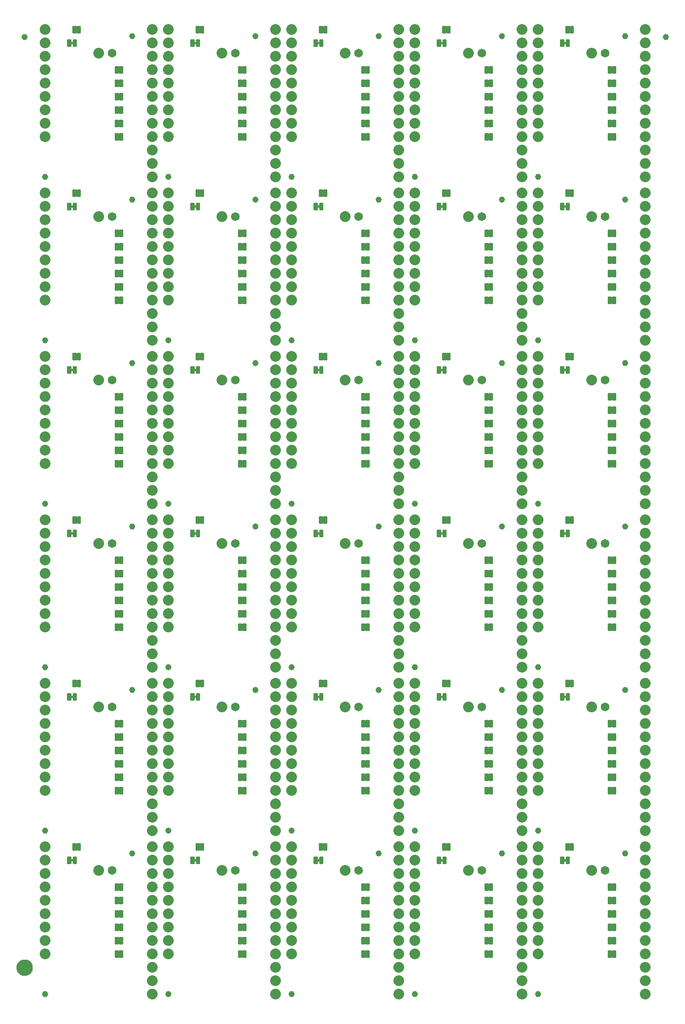
<source format=gbs>
G04 EAGLE Gerber RS-274X export*
G75*
%MOMM*%
%FSLAX34Y34*%
%LPD*%
%INSoldermask Bottom*%
%IPPOS*%
%AMOC8*
5,1,8,0,0,1.08239X$1,22.5*%
G01*
%ADD10C,1.652400*%
%ADD11C,2.032000*%
%ADD12C,0.251966*%
%ADD13C,1.152400*%
%ADD14C,1.270000*%

G36*
X299150Y1814207D02*
X299150Y1814207D01*
X299216Y1814209D01*
X299259Y1814227D01*
X299306Y1814235D01*
X299363Y1814269D01*
X299423Y1814294D01*
X299458Y1814325D01*
X299499Y1814350D01*
X299541Y1814401D01*
X299589Y1814445D01*
X299611Y1814487D01*
X299640Y1814524D01*
X299661Y1814586D01*
X299692Y1814645D01*
X299700Y1814699D01*
X299712Y1814736D01*
X299711Y1814776D01*
X299719Y1814830D01*
X299719Y1817370D01*
X299708Y1817435D01*
X299706Y1817501D01*
X299688Y1817544D01*
X299680Y1817591D01*
X299646Y1817648D01*
X299621Y1817708D01*
X299590Y1817743D01*
X299565Y1817784D01*
X299514Y1817826D01*
X299470Y1817874D01*
X299428Y1817896D01*
X299391Y1817925D01*
X299329Y1817946D01*
X299270Y1817977D01*
X299216Y1817985D01*
X299179Y1817997D01*
X299139Y1817996D01*
X299085Y1818004D01*
X295275Y1818004D01*
X295210Y1817993D01*
X295144Y1817991D01*
X295101Y1817973D01*
X295054Y1817965D01*
X294997Y1817931D01*
X294937Y1817906D01*
X294902Y1817875D01*
X294861Y1817850D01*
X294820Y1817799D01*
X294771Y1817755D01*
X294749Y1817713D01*
X294720Y1817676D01*
X294699Y1817614D01*
X294668Y1817555D01*
X294660Y1817501D01*
X294648Y1817464D01*
X294648Y1817461D01*
X294649Y1817424D01*
X294641Y1817370D01*
X294641Y1814830D01*
X294652Y1814765D01*
X294654Y1814699D01*
X294672Y1814656D01*
X294680Y1814609D01*
X294714Y1814552D01*
X294739Y1814492D01*
X294770Y1814457D01*
X294795Y1814416D01*
X294846Y1814375D01*
X294890Y1814326D01*
X294932Y1814304D01*
X294969Y1814275D01*
X295031Y1814254D01*
X295090Y1814223D01*
X295144Y1814215D01*
X295181Y1814203D01*
X295221Y1814204D01*
X295275Y1814196D01*
X299085Y1814196D01*
X299150Y1814207D01*
G37*
G36*
X1000190Y1814207D02*
X1000190Y1814207D01*
X1000256Y1814209D01*
X1000299Y1814227D01*
X1000346Y1814235D01*
X1000403Y1814269D01*
X1000463Y1814294D01*
X1000498Y1814325D01*
X1000539Y1814350D01*
X1000581Y1814401D01*
X1000629Y1814445D01*
X1000651Y1814487D01*
X1000680Y1814524D01*
X1000701Y1814586D01*
X1000732Y1814645D01*
X1000740Y1814699D01*
X1000752Y1814736D01*
X1000751Y1814776D01*
X1000759Y1814830D01*
X1000759Y1817370D01*
X1000748Y1817435D01*
X1000746Y1817501D01*
X1000728Y1817544D01*
X1000720Y1817591D01*
X1000686Y1817648D01*
X1000661Y1817708D01*
X1000630Y1817743D01*
X1000605Y1817784D01*
X1000554Y1817826D01*
X1000510Y1817874D01*
X1000468Y1817896D01*
X1000431Y1817925D01*
X1000369Y1817946D01*
X1000310Y1817977D01*
X1000256Y1817985D01*
X1000219Y1817997D01*
X1000179Y1817996D01*
X1000125Y1818004D01*
X996315Y1818004D01*
X996250Y1817993D01*
X996184Y1817991D01*
X996141Y1817973D01*
X996094Y1817965D01*
X996037Y1817931D01*
X995977Y1817906D01*
X995942Y1817875D01*
X995901Y1817850D01*
X995860Y1817799D01*
X995811Y1817755D01*
X995789Y1817713D01*
X995760Y1817676D01*
X995739Y1817614D01*
X995708Y1817555D01*
X995700Y1817501D01*
X995688Y1817464D01*
X995688Y1817461D01*
X995689Y1817424D01*
X995681Y1817370D01*
X995681Y1814830D01*
X995692Y1814765D01*
X995694Y1814699D01*
X995712Y1814656D01*
X995720Y1814609D01*
X995754Y1814552D01*
X995779Y1814492D01*
X995810Y1814457D01*
X995835Y1814416D01*
X995886Y1814375D01*
X995930Y1814326D01*
X995972Y1814304D01*
X996009Y1814275D01*
X996071Y1814254D01*
X996130Y1814223D01*
X996184Y1814215D01*
X996221Y1814203D01*
X996261Y1814204D01*
X996315Y1814196D01*
X1000125Y1814196D01*
X1000190Y1814207D01*
G37*
G36*
X766510Y1814207D02*
X766510Y1814207D01*
X766576Y1814209D01*
X766619Y1814227D01*
X766666Y1814235D01*
X766723Y1814269D01*
X766783Y1814294D01*
X766818Y1814325D01*
X766859Y1814350D01*
X766901Y1814401D01*
X766949Y1814445D01*
X766971Y1814487D01*
X767000Y1814524D01*
X767021Y1814586D01*
X767052Y1814645D01*
X767060Y1814699D01*
X767072Y1814736D01*
X767071Y1814776D01*
X767079Y1814830D01*
X767079Y1817370D01*
X767068Y1817435D01*
X767066Y1817501D01*
X767048Y1817544D01*
X767040Y1817591D01*
X767006Y1817648D01*
X766981Y1817708D01*
X766950Y1817743D01*
X766925Y1817784D01*
X766874Y1817826D01*
X766830Y1817874D01*
X766788Y1817896D01*
X766751Y1817925D01*
X766689Y1817946D01*
X766630Y1817977D01*
X766576Y1817985D01*
X766539Y1817997D01*
X766499Y1817996D01*
X766445Y1818004D01*
X762635Y1818004D01*
X762570Y1817993D01*
X762504Y1817991D01*
X762461Y1817973D01*
X762414Y1817965D01*
X762357Y1817931D01*
X762297Y1817906D01*
X762262Y1817875D01*
X762221Y1817850D01*
X762180Y1817799D01*
X762131Y1817755D01*
X762109Y1817713D01*
X762080Y1817676D01*
X762059Y1817614D01*
X762028Y1817555D01*
X762020Y1817501D01*
X762008Y1817464D01*
X762008Y1817461D01*
X762009Y1817424D01*
X762001Y1817370D01*
X762001Y1814830D01*
X762012Y1814765D01*
X762014Y1814699D01*
X762032Y1814656D01*
X762040Y1814609D01*
X762074Y1814552D01*
X762099Y1814492D01*
X762130Y1814457D01*
X762155Y1814416D01*
X762206Y1814375D01*
X762250Y1814326D01*
X762292Y1814304D01*
X762329Y1814275D01*
X762391Y1814254D01*
X762450Y1814223D01*
X762504Y1814215D01*
X762541Y1814203D01*
X762581Y1814204D01*
X762635Y1814196D01*
X766445Y1814196D01*
X766510Y1814207D01*
G37*
G36*
X532830Y1814207D02*
X532830Y1814207D01*
X532896Y1814209D01*
X532939Y1814227D01*
X532986Y1814235D01*
X533043Y1814269D01*
X533103Y1814294D01*
X533138Y1814325D01*
X533179Y1814350D01*
X533221Y1814401D01*
X533269Y1814445D01*
X533291Y1814487D01*
X533320Y1814524D01*
X533341Y1814586D01*
X533372Y1814645D01*
X533380Y1814699D01*
X533392Y1814736D01*
X533391Y1814776D01*
X533399Y1814830D01*
X533399Y1817370D01*
X533388Y1817435D01*
X533386Y1817501D01*
X533368Y1817544D01*
X533360Y1817591D01*
X533326Y1817648D01*
X533301Y1817708D01*
X533270Y1817743D01*
X533245Y1817784D01*
X533194Y1817826D01*
X533150Y1817874D01*
X533108Y1817896D01*
X533071Y1817925D01*
X533009Y1817946D01*
X532950Y1817977D01*
X532896Y1817985D01*
X532859Y1817997D01*
X532819Y1817996D01*
X532765Y1818004D01*
X528955Y1818004D01*
X528890Y1817993D01*
X528824Y1817991D01*
X528781Y1817973D01*
X528734Y1817965D01*
X528677Y1817931D01*
X528617Y1817906D01*
X528582Y1817875D01*
X528541Y1817850D01*
X528500Y1817799D01*
X528451Y1817755D01*
X528429Y1817713D01*
X528400Y1817676D01*
X528379Y1817614D01*
X528348Y1817555D01*
X528340Y1817501D01*
X528328Y1817464D01*
X528328Y1817461D01*
X528329Y1817424D01*
X528321Y1817370D01*
X528321Y1814830D01*
X528332Y1814765D01*
X528334Y1814699D01*
X528352Y1814656D01*
X528360Y1814609D01*
X528394Y1814552D01*
X528419Y1814492D01*
X528450Y1814457D01*
X528475Y1814416D01*
X528526Y1814375D01*
X528570Y1814326D01*
X528612Y1814304D01*
X528649Y1814275D01*
X528711Y1814254D01*
X528770Y1814223D01*
X528824Y1814215D01*
X528861Y1814203D01*
X528901Y1814204D01*
X528955Y1814196D01*
X532765Y1814196D01*
X532830Y1814207D01*
G37*
G36*
X65470Y1814207D02*
X65470Y1814207D01*
X65536Y1814209D01*
X65579Y1814227D01*
X65626Y1814235D01*
X65683Y1814269D01*
X65743Y1814294D01*
X65778Y1814325D01*
X65819Y1814350D01*
X65861Y1814401D01*
X65909Y1814445D01*
X65931Y1814487D01*
X65960Y1814524D01*
X65981Y1814586D01*
X66012Y1814645D01*
X66020Y1814699D01*
X66032Y1814736D01*
X66031Y1814776D01*
X66039Y1814830D01*
X66039Y1817370D01*
X66028Y1817435D01*
X66026Y1817501D01*
X66008Y1817544D01*
X66000Y1817591D01*
X65966Y1817648D01*
X65941Y1817708D01*
X65910Y1817743D01*
X65885Y1817784D01*
X65834Y1817826D01*
X65790Y1817874D01*
X65748Y1817896D01*
X65711Y1817925D01*
X65649Y1817946D01*
X65590Y1817977D01*
X65536Y1817985D01*
X65499Y1817997D01*
X65459Y1817996D01*
X65405Y1818004D01*
X61595Y1818004D01*
X61530Y1817993D01*
X61464Y1817991D01*
X61421Y1817973D01*
X61374Y1817965D01*
X61317Y1817931D01*
X61257Y1817906D01*
X61222Y1817875D01*
X61181Y1817850D01*
X61140Y1817799D01*
X61091Y1817755D01*
X61069Y1817713D01*
X61040Y1817676D01*
X61019Y1817614D01*
X60988Y1817555D01*
X60980Y1817501D01*
X60968Y1817464D01*
X60968Y1817461D01*
X60969Y1817424D01*
X60961Y1817370D01*
X60961Y1814830D01*
X60972Y1814765D01*
X60974Y1814699D01*
X60992Y1814656D01*
X61000Y1814609D01*
X61034Y1814552D01*
X61059Y1814492D01*
X61090Y1814457D01*
X61115Y1814416D01*
X61166Y1814375D01*
X61210Y1814326D01*
X61252Y1814304D01*
X61289Y1814275D01*
X61351Y1814254D01*
X61410Y1814223D01*
X61464Y1814215D01*
X61501Y1814203D01*
X61541Y1814204D01*
X61595Y1814196D01*
X65405Y1814196D01*
X65470Y1814207D01*
G37*
G36*
X766510Y1504327D02*
X766510Y1504327D01*
X766576Y1504329D01*
X766619Y1504347D01*
X766666Y1504355D01*
X766723Y1504389D01*
X766783Y1504414D01*
X766818Y1504445D01*
X766859Y1504470D01*
X766901Y1504521D01*
X766949Y1504565D01*
X766971Y1504607D01*
X767000Y1504644D01*
X767021Y1504706D01*
X767052Y1504765D01*
X767060Y1504819D01*
X767072Y1504856D01*
X767071Y1504896D01*
X767079Y1504950D01*
X767079Y1507490D01*
X767068Y1507555D01*
X767066Y1507621D01*
X767048Y1507664D01*
X767040Y1507711D01*
X767006Y1507768D01*
X766981Y1507828D01*
X766950Y1507863D01*
X766925Y1507904D01*
X766874Y1507946D01*
X766830Y1507994D01*
X766788Y1508016D01*
X766751Y1508045D01*
X766689Y1508066D01*
X766630Y1508097D01*
X766576Y1508105D01*
X766539Y1508117D01*
X766499Y1508116D01*
X766445Y1508124D01*
X762635Y1508124D01*
X762570Y1508113D01*
X762504Y1508111D01*
X762461Y1508093D01*
X762414Y1508085D01*
X762357Y1508051D01*
X762297Y1508026D01*
X762262Y1507995D01*
X762221Y1507970D01*
X762180Y1507919D01*
X762131Y1507875D01*
X762109Y1507833D01*
X762080Y1507796D01*
X762059Y1507734D01*
X762028Y1507675D01*
X762020Y1507621D01*
X762008Y1507584D01*
X762008Y1507581D01*
X762009Y1507544D01*
X762001Y1507490D01*
X762001Y1504950D01*
X762012Y1504885D01*
X762014Y1504819D01*
X762032Y1504776D01*
X762040Y1504729D01*
X762074Y1504672D01*
X762099Y1504612D01*
X762130Y1504577D01*
X762155Y1504536D01*
X762206Y1504495D01*
X762250Y1504446D01*
X762292Y1504424D01*
X762329Y1504395D01*
X762391Y1504374D01*
X762450Y1504343D01*
X762504Y1504335D01*
X762541Y1504323D01*
X762581Y1504324D01*
X762635Y1504316D01*
X766445Y1504316D01*
X766510Y1504327D01*
G37*
G36*
X1000190Y1504327D02*
X1000190Y1504327D01*
X1000256Y1504329D01*
X1000299Y1504347D01*
X1000346Y1504355D01*
X1000403Y1504389D01*
X1000463Y1504414D01*
X1000498Y1504445D01*
X1000539Y1504470D01*
X1000581Y1504521D01*
X1000629Y1504565D01*
X1000651Y1504607D01*
X1000680Y1504644D01*
X1000701Y1504706D01*
X1000732Y1504765D01*
X1000740Y1504819D01*
X1000752Y1504856D01*
X1000751Y1504896D01*
X1000759Y1504950D01*
X1000759Y1507490D01*
X1000748Y1507555D01*
X1000746Y1507621D01*
X1000728Y1507664D01*
X1000720Y1507711D01*
X1000686Y1507768D01*
X1000661Y1507828D01*
X1000630Y1507863D01*
X1000605Y1507904D01*
X1000554Y1507946D01*
X1000510Y1507994D01*
X1000468Y1508016D01*
X1000431Y1508045D01*
X1000369Y1508066D01*
X1000310Y1508097D01*
X1000256Y1508105D01*
X1000219Y1508117D01*
X1000179Y1508116D01*
X1000125Y1508124D01*
X996315Y1508124D01*
X996250Y1508113D01*
X996184Y1508111D01*
X996141Y1508093D01*
X996094Y1508085D01*
X996037Y1508051D01*
X995977Y1508026D01*
X995942Y1507995D01*
X995901Y1507970D01*
X995860Y1507919D01*
X995811Y1507875D01*
X995789Y1507833D01*
X995760Y1507796D01*
X995739Y1507734D01*
X995708Y1507675D01*
X995700Y1507621D01*
X995688Y1507584D01*
X995688Y1507581D01*
X995689Y1507544D01*
X995681Y1507490D01*
X995681Y1504950D01*
X995692Y1504885D01*
X995694Y1504819D01*
X995712Y1504776D01*
X995720Y1504729D01*
X995754Y1504672D01*
X995779Y1504612D01*
X995810Y1504577D01*
X995835Y1504536D01*
X995886Y1504495D01*
X995930Y1504446D01*
X995972Y1504424D01*
X996009Y1504395D01*
X996071Y1504374D01*
X996130Y1504343D01*
X996184Y1504335D01*
X996221Y1504323D01*
X996261Y1504324D01*
X996315Y1504316D01*
X1000125Y1504316D01*
X1000190Y1504327D01*
G37*
G36*
X299150Y1504327D02*
X299150Y1504327D01*
X299216Y1504329D01*
X299259Y1504347D01*
X299306Y1504355D01*
X299363Y1504389D01*
X299423Y1504414D01*
X299458Y1504445D01*
X299499Y1504470D01*
X299541Y1504521D01*
X299589Y1504565D01*
X299611Y1504607D01*
X299640Y1504644D01*
X299661Y1504706D01*
X299692Y1504765D01*
X299700Y1504819D01*
X299712Y1504856D01*
X299711Y1504896D01*
X299719Y1504950D01*
X299719Y1507490D01*
X299708Y1507555D01*
X299706Y1507621D01*
X299688Y1507664D01*
X299680Y1507711D01*
X299646Y1507768D01*
X299621Y1507828D01*
X299590Y1507863D01*
X299565Y1507904D01*
X299514Y1507946D01*
X299470Y1507994D01*
X299428Y1508016D01*
X299391Y1508045D01*
X299329Y1508066D01*
X299270Y1508097D01*
X299216Y1508105D01*
X299179Y1508117D01*
X299139Y1508116D01*
X299085Y1508124D01*
X295275Y1508124D01*
X295210Y1508113D01*
X295144Y1508111D01*
X295101Y1508093D01*
X295054Y1508085D01*
X294997Y1508051D01*
X294937Y1508026D01*
X294902Y1507995D01*
X294861Y1507970D01*
X294820Y1507919D01*
X294771Y1507875D01*
X294749Y1507833D01*
X294720Y1507796D01*
X294699Y1507734D01*
X294668Y1507675D01*
X294660Y1507621D01*
X294648Y1507584D01*
X294648Y1507581D01*
X294649Y1507544D01*
X294641Y1507490D01*
X294641Y1504950D01*
X294652Y1504885D01*
X294654Y1504819D01*
X294672Y1504776D01*
X294680Y1504729D01*
X294714Y1504672D01*
X294739Y1504612D01*
X294770Y1504577D01*
X294795Y1504536D01*
X294846Y1504495D01*
X294890Y1504446D01*
X294932Y1504424D01*
X294969Y1504395D01*
X295031Y1504374D01*
X295090Y1504343D01*
X295144Y1504335D01*
X295181Y1504323D01*
X295221Y1504324D01*
X295275Y1504316D01*
X299085Y1504316D01*
X299150Y1504327D01*
G37*
G36*
X65470Y1504327D02*
X65470Y1504327D01*
X65536Y1504329D01*
X65579Y1504347D01*
X65626Y1504355D01*
X65683Y1504389D01*
X65743Y1504414D01*
X65778Y1504445D01*
X65819Y1504470D01*
X65861Y1504521D01*
X65909Y1504565D01*
X65931Y1504607D01*
X65960Y1504644D01*
X65981Y1504706D01*
X66012Y1504765D01*
X66020Y1504819D01*
X66032Y1504856D01*
X66031Y1504896D01*
X66039Y1504950D01*
X66039Y1507490D01*
X66028Y1507555D01*
X66026Y1507621D01*
X66008Y1507664D01*
X66000Y1507711D01*
X65966Y1507768D01*
X65941Y1507828D01*
X65910Y1507863D01*
X65885Y1507904D01*
X65834Y1507946D01*
X65790Y1507994D01*
X65748Y1508016D01*
X65711Y1508045D01*
X65649Y1508066D01*
X65590Y1508097D01*
X65536Y1508105D01*
X65499Y1508117D01*
X65459Y1508116D01*
X65405Y1508124D01*
X61595Y1508124D01*
X61530Y1508113D01*
X61464Y1508111D01*
X61421Y1508093D01*
X61374Y1508085D01*
X61317Y1508051D01*
X61257Y1508026D01*
X61222Y1507995D01*
X61181Y1507970D01*
X61140Y1507919D01*
X61091Y1507875D01*
X61069Y1507833D01*
X61040Y1507796D01*
X61019Y1507734D01*
X60988Y1507675D01*
X60980Y1507621D01*
X60968Y1507584D01*
X60968Y1507581D01*
X60969Y1507544D01*
X60961Y1507490D01*
X60961Y1504950D01*
X60972Y1504885D01*
X60974Y1504819D01*
X60992Y1504776D01*
X61000Y1504729D01*
X61034Y1504672D01*
X61059Y1504612D01*
X61090Y1504577D01*
X61115Y1504536D01*
X61166Y1504495D01*
X61210Y1504446D01*
X61252Y1504424D01*
X61289Y1504395D01*
X61351Y1504374D01*
X61410Y1504343D01*
X61464Y1504335D01*
X61501Y1504323D01*
X61541Y1504324D01*
X61595Y1504316D01*
X65405Y1504316D01*
X65470Y1504327D01*
G37*
G36*
X532830Y1504327D02*
X532830Y1504327D01*
X532896Y1504329D01*
X532939Y1504347D01*
X532986Y1504355D01*
X533043Y1504389D01*
X533103Y1504414D01*
X533138Y1504445D01*
X533179Y1504470D01*
X533221Y1504521D01*
X533269Y1504565D01*
X533291Y1504607D01*
X533320Y1504644D01*
X533341Y1504706D01*
X533372Y1504765D01*
X533380Y1504819D01*
X533392Y1504856D01*
X533391Y1504896D01*
X533399Y1504950D01*
X533399Y1507490D01*
X533388Y1507555D01*
X533386Y1507621D01*
X533368Y1507664D01*
X533360Y1507711D01*
X533326Y1507768D01*
X533301Y1507828D01*
X533270Y1507863D01*
X533245Y1507904D01*
X533194Y1507946D01*
X533150Y1507994D01*
X533108Y1508016D01*
X533071Y1508045D01*
X533009Y1508066D01*
X532950Y1508097D01*
X532896Y1508105D01*
X532859Y1508117D01*
X532819Y1508116D01*
X532765Y1508124D01*
X528955Y1508124D01*
X528890Y1508113D01*
X528824Y1508111D01*
X528781Y1508093D01*
X528734Y1508085D01*
X528677Y1508051D01*
X528617Y1508026D01*
X528582Y1507995D01*
X528541Y1507970D01*
X528500Y1507919D01*
X528451Y1507875D01*
X528429Y1507833D01*
X528400Y1507796D01*
X528379Y1507734D01*
X528348Y1507675D01*
X528340Y1507621D01*
X528328Y1507584D01*
X528328Y1507581D01*
X528329Y1507544D01*
X528321Y1507490D01*
X528321Y1504950D01*
X528332Y1504885D01*
X528334Y1504819D01*
X528352Y1504776D01*
X528360Y1504729D01*
X528394Y1504672D01*
X528419Y1504612D01*
X528450Y1504577D01*
X528475Y1504536D01*
X528526Y1504495D01*
X528570Y1504446D01*
X528612Y1504424D01*
X528649Y1504395D01*
X528711Y1504374D01*
X528770Y1504343D01*
X528824Y1504335D01*
X528861Y1504323D01*
X528901Y1504324D01*
X528955Y1504316D01*
X532765Y1504316D01*
X532830Y1504327D01*
G37*
G36*
X299150Y1194447D02*
X299150Y1194447D01*
X299216Y1194449D01*
X299259Y1194467D01*
X299306Y1194475D01*
X299363Y1194509D01*
X299423Y1194534D01*
X299458Y1194565D01*
X299499Y1194590D01*
X299541Y1194641D01*
X299589Y1194685D01*
X299611Y1194727D01*
X299640Y1194764D01*
X299661Y1194826D01*
X299692Y1194885D01*
X299700Y1194939D01*
X299712Y1194976D01*
X299711Y1195016D01*
X299719Y1195070D01*
X299719Y1197610D01*
X299708Y1197675D01*
X299706Y1197741D01*
X299688Y1197784D01*
X299680Y1197831D01*
X299646Y1197888D01*
X299621Y1197948D01*
X299590Y1197983D01*
X299565Y1198024D01*
X299514Y1198066D01*
X299470Y1198114D01*
X299428Y1198136D01*
X299391Y1198165D01*
X299329Y1198186D01*
X299270Y1198217D01*
X299216Y1198225D01*
X299179Y1198237D01*
X299139Y1198236D01*
X299085Y1198244D01*
X295275Y1198244D01*
X295210Y1198233D01*
X295144Y1198231D01*
X295101Y1198213D01*
X295054Y1198205D01*
X294997Y1198171D01*
X294937Y1198146D01*
X294902Y1198115D01*
X294861Y1198090D01*
X294820Y1198039D01*
X294771Y1197995D01*
X294749Y1197953D01*
X294720Y1197916D01*
X294699Y1197854D01*
X294668Y1197795D01*
X294660Y1197741D01*
X294648Y1197704D01*
X294648Y1197701D01*
X294649Y1197664D01*
X294641Y1197610D01*
X294641Y1195070D01*
X294652Y1195005D01*
X294654Y1194939D01*
X294672Y1194896D01*
X294680Y1194849D01*
X294714Y1194792D01*
X294739Y1194732D01*
X294770Y1194697D01*
X294795Y1194656D01*
X294846Y1194615D01*
X294890Y1194566D01*
X294932Y1194544D01*
X294969Y1194515D01*
X295031Y1194494D01*
X295090Y1194463D01*
X295144Y1194455D01*
X295181Y1194443D01*
X295221Y1194444D01*
X295275Y1194436D01*
X299085Y1194436D01*
X299150Y1194447D01*
G37*
G36*
X65470Y1194447D02*
X65470Y1194447D01*
X65536Y1194449D01*
X65579Y1194467D01*
X65626Y1194475D01*
X65683Y1194509D01*
X65743Y1194534D01*
X65778Y1194565D01*
X65819Y1194590D01*
X65861Y1194641D01*
X65909Y1194685D01*
X65931Y1194727D01*
X65960Y1194764D01*
X65981Y1194826D01*
X66012Y1194885D01*
X66020Y1194939D01*
X66032Y1194976D01*
X66031Y1195016D01*
X66039Y1195070D01*
X66039Y1197610D01*
X66028Y1197675D01*
X66026Y1197741D01*
X66008Y1197784D01*
X66000Y1197831D01*
X65966Y1197888D01*
X65941Y1197948D01*
X65910Y1197983D01*
X65885Y1198024D01*
X65834Y1198066D01*
X65790Y1198114D01*
X65748Y1198136D01*
X65711Y1198165D01*
X65649Y1198186D01*
X65590Y1198217D01*
X65536Y1198225D01*
X65499Y1198237D01*
X65459Y1198236D01*
X65405Y1198244D01*
X61595Y1198244D01*
X61530Y1198233D01*
X61464Y1198231D01*
X61421Y1198213D01*
X61374Y1198205D01*
X61317Y1198171D01*
X61257Y1198146D01*
X61222Y1198115D01*
X61181Y1198090D01*
X61140Y1198039D01*
X61091Y1197995D01*
X61069Y1197953D01*
X61040Y1197916D01*
X61019Y1197854D01*
X60988Y1197795D01*
X60980Y1197741D01*
X60968Y1197704D01*
X60968Y1197701D01*
X60969Y1197664D01*
X60961Y1197610D01*
X60961Y1195070D01*
X60972Y1195005D01*
X60974Y1194939D01*
X60992Y1194896D01*
X61000Y1194849D01*
X61034Y1194792D01*
X61059Y1194732D01*
X61090Y1194697D01*
X61115Y1194656D01*
X61166Y1194615D01*
X61210Y1194566D01*
X61252Y1194544D01*
X61289Y1194515D01*
X61351Y1194494D01*
X61410Y1194463D01*
X61464Y1194455D01*
X61501Y1194443D01*
X61541Y1194444D01*
X61595Y1194436D01*
X65405Y1194436D01*
X65470Y1194447D01*
G37*
G36*
X532830Y1194447D02*
X532830Y1194447D01*
X532896Y1194449D01*
X532939Y1194467D01*
X532986Y1194475D01*
X533043Y1194509D01*
X533103Y1194534D01*
X533138Y1194565D01*
X533179Y1194590D01*
X533221Y1194641D01*
X533269Y1194685D01*
X533291Y1194727D01*
X533320Y1194764D01*
X533341Y1194826D01*
X533372Y1194885D01*
X533380Y1194939D01*
X533392Y1194976D01*
X533391Y1195016D01*
X533399Y1195070D01*
X533399Y1197610D01*
X533388Y1197675D01*
X533386Y1197741D01*
X533368Y1197784D01*
X533360Y1197831D01*
X533326Y1197888D01*
X533301Y1197948D01*
X533270Y1197983D01*
X533245Y1198024D01*
X533194Y1198066D01*
X533150Y1198114D01*
X533108Y1198136D01*
X533071Y1198165D01*
X533009Y1198186D01*
X532950Y1198217D01*
X532896Y1198225D01*
X532859Y1198237D01*
X532819Y1198236D01*
X532765Y1198244D01*
X528955Y1198244D01*
X528890Y1198233D01*
X528824Y1198231D01*
X528781Y1198213D01*
X528734Y1198205D01*
X528677Y1198171D01*
X528617Y1198146D01*
X528582Y1198115D01*
X528541Y1198090D01*
X528500Y1198039D01*
X528451Y1197995D01*
X528429Y1197953D01*
X528400Y1197916D01*
X528379Y1197854D01*
X528348Y1197795D01*
X528340Y1197741D01*
X528328Y1197704D01*
X528328Y1197701D01*
X528329Y1197664D01*
X528321Y1197610D01*
X528321Y1195070D01*
X528332Y1195005D01*
X528334Y1194939D01*
X528352Y1194896D01*
X528360Y1194849D01*
X528394Y1194792D01*
X528419Y1194732D01*
X528450Y1194697D01*
X528475Y1194656D01*
X528526Y1194615D01*
X528570Y1194566D01*
X528612Y1194544D01*
X528649Y1194515D01*
X528711Y1194494D01*
X528770Y1194463D01*
X528824Y1194455D01*
X528861Y1194443D01*
X528901Y1194444D01*
X528955Y1194436D01*
X532765Y1194436D01*
X532830Y1194447D01*
G37*
G36*
X766510Y1194447D02*
X766510Y1194447D01*
X766576Y1194449D01*
X766619Y1194467D01*
X766666Y1194475D01*
X766723Y1194509D01*
X766783Y1194534D01*
X766818Y1194565D01*
X766859Y1194590D01*
X766901Y1194641D01*
X766949Y1194685D01*
X766971Y1194727D01*
X767000Y1194764D01*
X767021Y1194826D01*
X767052Y1194885D01*
X767060Y1194939D01*
X767072Y1194976D01*
X767071Y1195016D01*
X767079Y1195070D01*
X767079Y1197610D01*
X767068Y1197675D01*
X767066Y1197741D01*
X767048Y1197784D01*
X767040Y1197831D01*
X767006Y1197888D01*
X766981Y1197948D01*
X766950Y1197983D01*
X766925Y1198024D01*
X766874Y1198066D01*
X766830Y1198114D01*
X766788Y1198136D01*
X766751Y1198165D01*
X766689Y1198186D01*
X766630Y1198217D01*
X766576Y1198225D01*
X766539Y1198237D01*
X766499Y1198236D01*
X766445Y1198244D01*
X762635Y1198244D01*
X762570Y1198233D01*
X762504Y1198231D01*
X762461Y1198213D01*
X762414Y1198205D01*
X762357Y1198171D01*
X762297Y1198146D01*
X762262Y1198115D01*
X762221Y1198090D01*
X762180Y1198039D01*
X762131Y1197995D01*
X762109Y1197953D01*
X762080Y1197916D01*
X762059Y1197854D01*
X762028Y1197795D01*
X762020Y1197741D01*
X762008Y1197704D01*
X762008Y1197701D01*
X762009Y1197664D01*
X762001Y1197610D01*
X762001Y1195070D01*
X762012Y1195005D01*
X762014Y1194939D01*
X762032Y1194896D01*
X762040Y1194849D01*
X762074Y1194792D01*
X762099Y1194732D01*
X762130Y1194697D01*
X762155Y1194656D01*
X762206Y1194615D01*
X762250Y1194566D01*
X762292Y1194544D01*
X762329Y1194515D01*
X762391Y1194494D01*
X762450Y1194463D01*
X762504Y1194455D01*
X762541Y1194443D01*
X762581Y1194444D01*
X762635Y1194436D01*
X766445Y1194436D01*
X766510Y1194447D01*
G37*
G36*
X1000190Y1194447D02*
X1000190Y1194447D01*
X1000256Y1194449D01*
X1000299Y1194467D01*
X1000346Y1194475D01*
X1000403Y1194509D01*
X1000463Y1194534D01*
X1000498Y1194565D01*
X1000539Y1194590D01*
X1000581Y1194641D01*
X1000629Y1194685D01*
X1000651Y1194727D01*
X1000680Y1194764D01*
X1000701Y1194826D01*
X1000732Y1194885D01*
X1000740Y1194939D01*
X1000752Y1194976D01*
X1000751Y1195016D01*
X1000759Y1195070D01*
X1000759Y1197610D01*
X1000748Y1197675D01*
X1000746Y1197741D01*
X1000728Y1197784D01*
X1000720Y1197831D01*
X1000686Y1197888D01*
X1000661Y1197948D01*
X1000630Y1197983D01*
X1000605Y1198024D01*
X1000554Y1198066D01*
X1000510Y1198114D01*
X1000468Y1198136D01*
X1000431Y1198165D01*
X1000369Y1198186D01*
X1000310Y1198217D01*
X1000256Y1198225D01*
X1000219Y1198237D01*
X1000179Y1198236D01*
X1000125Y1198244D01*
X996315Y1198244D01*
X996250Y1198233D01*
X996184Y1198231D01*
X996141Y1198213D01*
X996094Y1198205D01*
X996037Y1198171D01*
X995977Y1198146D01*
X995942Y1198115D01*
X995901Y1198090D01*
X995860Y1198039D01*
X995811Y1197995D01*
X995789Y1197953D01*
X995760Y1197916D01*
X995739Y1197854D01*
X995708Y1197795D01*
X995700Y1197741D01*
X995688Y1197704D01*
X995688Y1197701D01*
X995689Y1197664D01*
X995681Y1197610D01*
X995681Y1195070D01*
X995692Y1195005D01*
X995694Y1194939D01*
X995712Y1194896D01*
X995720Y1194849D01*
X995754Y1194792D01*
X995779Y1194732D01*
X995810Y1194697D01*
X995835Y1194656D01*
X995886Y1194615D01*
X995930Y1194566D01*
X995972Y1194544D01*
X996009Y1194515D01*
X996071Y1194494D01*
X996130Y1194463D01*
X996184Y1194455D01*
X996221Y1194443D01*
X996261Y1194444D01*
X996315Y1194436D01*
X1000125Y1194436D01*
X1000190Y1194447D01*
G37*
G36*
X1000190Y884567D02*
X1000190Y884567D01*
X1000256Y884569D01*
X1000299Y884587D01*
X1000346Y884595D01*
X1000403Y884629D01*
X1000463Y884654D01*
X1000498Y884685D01*
X1000539Y884710D01*
X1000581Y884761D01*
X1000629Y884805D01*
X1000651Y884847D01*
X1000680Y884884D01*
X1000701Y884946D01*
X1000732Y885005D01*
X1000740Y885059D01*
X1000752Y885096D01*
X1000751Y885136D01*
X1000759Y885190D01*
X1000759Y887730D01*
X1000748Y887795D01*
X1000746Y887861D01*
X1000728Y887904D01*
X1000720Y887951D01*
X1000686Y888008D01*
X1000661Y888068D01*
X1000630Y888103D01*
X1000605Y888144D01*
X1000554Y888186D01*
X1000510Y888234D01*
X1000468Y888256D01*
X1000431Y888285D01*
X1000369Y888306D01*
X1000310Y888337D01*
X1000256Y888345D01*
X1000219Y888357D01*
X1000179Y888356D01*
X1000125Y888364D01*
X996315Y888364D01*
X996250Y888353D01*
X996184Y888351D01*
X996141Y888333D01*
X996094Y888325D01*
X996037Y888291D01*
X995977Y888266D01*
X995942Y888235D01*
X995901Y888210D01*
X995860Y888159D01*
X995811Y888115D01*
X995789Y888073D01*
X995760Y888036D01*
X995739Y887974D01*
X995708Y887915D01*
X995700Y887861D01*
X995688Y887824D01*
X995688Y887821D01*
X995689Y887784D01*
X995681Y887730D01*
X995681Y885190D01*
X995692Y885125D01*
X995694Y885059D01*
X995712Y885016D01*
X995720Y884969D01*
X995754Y884912D01*
X995779Y884852D01*
X995810Y884817D01*
X995835Y884776D01*
X995886Y884735D01*
X995930Y884686D01*
X995972Y884664D01*
X996009Y884635D01*
X996071Y884614D01*
X996130Y884583D01*
X996184Y884575D01*
X996221Y884563D01*
X996261Y884564D01*
X996315Y884556D01*
X1000125Y884556D01*
X1000190Y884567D01*
G37*
G36*
X65470Y884567D02*
X65470Y884567D01*
X65536Y884569D01*
X65579Y884587D01*
X65626Y884595D01*
X65683Y884629D01*
X65743Y884654D01*
X65778Y884685D01*
X65819Y884710D01*
X65861Y884761D01*
X65909Y884805D01*
X65931Y884847D01*
X65960Y884884D01*
X65981Y884946D01*
X66012Y885005D01*
X66020Y885059D01*
X66032Y885096D01*
X66031Y885136D01*
X66039Y885190D01*
X66039Y887730D01*
X66028Y887795D01*
X66026Y887861D01*
X66008Y887904D01*
X66000Y887951D01*
X65966Y888008D01*
X65941Y888068D01*
X65910Y888103D01*
X65885Y888144D01*
X65834Y888186D01*
X65790Y888234D01*
X65748Y888256D01*
X65711Y888285D01*
X65649Y888306D01*
X65590Y888337D01*
X65536Y888345D01*
X65499Y888357D01*
X65459Y888356D01*
X65405Y888364D01*
X61595Y888364D01*
X61530Y888353D01*
X61464Y888351D01*
X61421Y888333D01*
X61374Y888325D01*
X61317Y888291D01*
X61257Y888266D01*
X61222Y888235D01*
X61181Y888210D01*
X61140Y888159D01*
X61091Y888115D01*
X61069Y888073D01*
X61040Y888036D01*
X61019Y887974D01*
X60988Y887915D01*
X60980Y887861D01*
X60968Y887824D01*
X60968Y887821D01*
X60969Y887784D01*
X60961Y887730D01*
X60961Y885190D01*
X60972Y885125D01*
X60974Y885059D01*
X60992Y885016D01*
X61000Y884969D01*
X61034Y884912D01*
X61059Y884852D01*
X61090Y884817D01*
X61115Y884776D01*
X61166Y884735D01*
X61210Y884686D01*
X61252Y884664D01*
X61289Y884635D01*
X61351Y884614D01*
X61410Y884583D01*
X61464Y884575D01*
X61501Y884563D01*
X61541Y884564D01*
X61595Y884556D01*
X65405Y884556D01*
X65470Y884567D01*
G37*
G36*
X766510Y884567D02*
X766510Y884567D01*
X766576Y884569D01*
X766619Y884587D01*
X766666Y884595D01*
X766723Y884629D01*
X766783Y884654D01*
X766818Y884685D01*
X766859Y884710D01*
X766901Y884761D01*
X766949Y884805D01*
X766971Y884847D01*
X767000Y884884D01*
X767021Y884946D01*
X767052Y885005D01*
X767060Y885059D01*
X767072Y885096D01*
X767071Y885136D01*
X767079Y885190D01*
X767079Y887730D01*
X767068Y887795D01*
X767066Y887861D01*
X767048Y887904D01*
X767040Y887951D01*
X767006Y888008D01*
X766981Y888068D01*
X766950Y888103D01*
X766925Y888144D01*
X766874Y888186D01*
X766830Y888234D01*
X766788Y888256D01*
X766751Y888285D01*
X766689Y888306D01*
X766630Y888337D01*
X766576Y888345D01*
X766539Y888357D01*
X766499Y888356D01*
X766445Y888364D01*
X762635Y888364D01*
X762570Y888353D01*
X762504Y888351D01*
X762461Y888333D01*
X762414Y888325D01*
X762357Y888291D01*
X762297Y888266D01*
X762262Y888235D01*
X762221Y888210D01*
X762180Y888159D01*
X762131Y888115D01*
X762109Y888073D01*
X762080Y888036D01*
X762059Y887974D01*
X762028Y887915D01*
X762020Y887861D01*
X762008Y887824D01*
X762008Y887821D01*
X762009Y887784D01*
X762001Y887730D01*
X762001Y885190D01*
X762012Y885125D01*
X762014Y885059D01*
X762032Y885016D01*
X762040Y884969D01*
X762074Y884912D01*
X762099Y884852D01*
X762130Y884817D01*
X762155Y884776D01*
X762206Y884735D01*
X762250Y884686D01*
X762292Y884664D01*
X762329Y884635D01*
X762391Y884614D01*
X762450Y884583D01*
X762504Y884575D01*
X762541Y884563D01*
X762581Y884564D01*
X762635Y884556D01*
X766445Y884556D01*
X766510Y884567D01*
G37*
G36*
X532830Y884567D02*
X532830Y884567D01*
X532896Y884569D01*
X532939Y884587D01*
X532986Y884595D01*
X533043Y884629D01*
X533103Y884654D01*
X533138Y884685D01*
X533179Y884710D01*
X533221Y884761D01*
X533269Y884805D01*
X533291Y884847D01*
X533320Y884884D01*
X533341Y884946D01*
X533372Y885005D01*
X533380Y885059D01*
X533392Y885096D01*
X533391Y885136D01*
X533399Y885190D01*
X533399Y887730D01*
X533388Y887795D01*
X533386Y887861D01*
X533368Y887904D01*
X533360Y887951D01*
X533326Y888008D01*
X533301Y888068D01*
X533270Y888103D01*
X533245Y888144D01*
X533194Y888186D01*
X533150Y888234D01*
X533108Y888256D01*
X533071Y888285D01*
X533009Y888306D01*
X532950Y888337D01*
X532896Y888345D01*
X532859Y888357D01*
X532819Y888356D01*
X532765Y888364D01*
X528955Y888364D01*
X528890Y888353D01*
X528824Y888351D01*
X528781Y888333D01*
X528734Y888325D01*
X528677Y888291D01*
X528617Y888266D01*
X528582Y888235D01*
X528541Y888210D01*
X528500Y888159D01*
X528451Y888115D01*
X528429Y888073D01*
X528400Y888036D01*
X528379Y887974D01*
X528348Y887915D01*
X528340Y887861D01*
X528328Y887824D01*
X528328Y887821D01*
X528329Y887784D01*
X528321Y887730D01*
X528321Y885190D01*
X528332Y885125D01*
X528334Y885059D01*
X528352Y885016D01*
X528360Y884969D01*
X528394Y884912D01*
X528419Y884852D01*
X528450Y884817D01*
X528475Y884776D01*
X528526Y884735D01*
X528570Y884686D01*
X528612Y884664D01*
X528649Y884635D01*
X528711Y884614D01*
X528770Y884583D01*
X528824Y884575D01*
X528861Y884563D01*
X528901Y884564D01*
X528955Y884556D01*
X532765Y884556D01*
X532830Y884567D01*
G37*
G36*
X299150Y884567D02*
X299150Y884567D01*
X299216Y884569D01*
X299259Y884587D01*
X299306Y884595D01*
X299363Y884629D01*
X299423Y884654D01*
X299458Y884685D01*
X299499Y884710D01*
X299541Y884761D01*
X299589Y884805D01*
X299611Y884847D01*
X299640Y884884D01*
X299661Y884946D01*
X299692Y885005D01*
X299700Y885059D01*
X299712Y885096D01*
X299711Y885136D01*
X299719Y885190D01*
X299719Y887730D01*
X299708Y887795D01*
X299706Y887861D01*
X299688Y887904D01*
X299680Y887951D01*
X299646Y888008D01*
X299621Y888068D01*
X299590Y888103D01*
X299565Y888144D01*
X299514Y888186D01*
X299470Y888234D01*
X299428Y888256D01*
X299391Y888285D01*
X299329Y888306D01*
X299270Y888337D01*
X299216Y888345D01*
X299179Y888357D01*
X299139Y888356D01*
X299085Y888364D01*
X295275Y888364D01*
X295210Y888353D01*
X295144Y888351D01*
X295101Y888333D01*
X295054Y888325D01*
X294997Y888291D01*
X294937Y888266D01*
X294902Y888235D01*
X294861Y888210D01*
X294820Y888159D01*
X294771Y888115D01*
X294749Y888073D01*
X294720Y888036D01*
X294699Y887974D01*
X294668Y887915D01*
X294660Y887861D01*
X294648Y887824D01*
X294648Y887821D01*
X294649Y887784D01*
X294641Y887730D01*
X294641Y885190D01*
X294652Y885125D01*
X294654Y885059D01*
X294672Y885016D01*
X294680Y884969D01*
X294714Y884912D01*
X294739Y884852D01*
X294770Y884817D01*
X294795Y884776D01*
X294846Y884735D01*
X294890Y884686D01*
X294932Y884664D01*
X294969Y884635D01*
X295031Y884614D01*
X295090Y884583D01*
X295144Y884575D01*
X295181Y884563D01*
X295221Y884564D01*
X295275Y884556D01*
X299085Y884556D01*
X299150Y884567D01*
G37*
G36*
X65470Y574687D02*
X65470Y574687D01*
X65536Y574689D01*
X65579Y574707D01*
X65626Y574715D01*
X65683Y574749D01*
X65743Y574774D01*
X65778Y574805D01*
X65819Y574830D01*
X65861Y574881D01*
X65909Y574925D01*
X65931Y574967D01*
X65960Y575004D01*
X65981Y575066D01*
X66012Y575125D01*
X66020Y575179D01*
X66032Y575216D01*
X66031Y575256D01*
X66039Y575310D01*
X66039Y577850D01*
X66028Y577915D01*
X66026Y577981D01*
X66008Y578024D01*
X66000Y578071D01*
X65966Y578128D01*
X65941Y578188D01*
X65910Y578223D01*
X65885Y578264D01*
X65834Y578306D01*
X65790Y578354D01*
X65748Y578376D01*
X65711Y578405D01*
X65649Y578426D01*
X65590Y578457D01*
X65536Y578465D01*
X65499Y578477D01*
X65459Y578476D01*
X65405Y578484D01*
X61595Y578484D01*
X61530Y578473D01*
X61464Y578471D01*
X61421Y578453D01*
X61374Y578445D01*
X61317Y578411D01*
X61257Y578386D01*
X61222Y578355D01*
X61181Y578330D01*
X61140Y578279D01*
X61091Y578235D01*
X61069Y578193D01*
X61040Y578156D01*
X61019Y578094D01*
X60988Y578035D01*
X60980Y577981D01*
X60968Y577944D01*
X60968Y577941D01*
X60969Y577904D01*
X60961Y577850D01*
X60961Y575310D01*
X60972Y575245D01*
X60974Y575179D01*
X60992Y575136D01*
X61000Y575089D01*
X61034Y575032D01*
X61059Y574972D01*
X61090Y574937D01*
X61115Y574896D01*
X61166Y574855D01*
X61210Y574806D01*
X61252Y574784D01*
X61289Y574755D01*
X61351Y574734D01*
X61410Y574703D01*
X61464Y574695D01*
X61501Y574683D01*
X61541Y574684D01*
X61595Y574676D01*
X65405Y574676D01*
X65470Y574687D01*
G37*
G36*
X299150Y574687D02*
X299150Y574687D01*
X299216Y574689D01*
X299259Y574707D01*
X299306Y574715D01*
X299363Y574749D01*
X299423Y574774D01*
X299458Y574805D01*
X299499Y574830D01*
X299541Y574881D01*
X299589Y574925D01*
X299611Y574967D01*
X299640Y575004D01*
X299661Y575066D01*
X299692Y575125D01*
X299700Y575179D01*
X299712Y575216D01*
X299711Y575256D01*
X299719Y575310D01*
X299719Y577850D01*
X299708Y577915D01*
X299706Y577981D01*
X299688Y578024D01*
X299680Y578071D01*
X299646Y578128D01*
X299621Y578188D01*
X299590Y578223D01*
X299565Y578264D01*
X299514Y578306D01*
X299470Y578354D01*
X299428Y578376D01*
X299391Y578405D01*
X299329Y578426D01*
X299270Y578457D01*
X299216Y578465D01*
X299179Y578477D01*
X299139Y578476D01*
X299085Y578484D01*
X295275Y578484D01*
X295210Y578473D01*
X295144Y578471D01*
X295101Y578453D01*
X295054Y578445D01*
X294997Y578411D01*
X294937Y578386D01*
X294902Y578355D01*
X294861Y578330D01*
X294820Y578279D01*
X294771Y578235D01*
X294749Y578193D01*
X294720Y578156D01*
X294699Y578094D01*
X294668Y578035D01*
X294660Y577981D01*
X294648Y577944D01*
X294648Y577941D01*
X294649Y577904D01*
X294641Y577850D01*
X294641Y575310D01*
X294652Y575245D01*
X294654Y575179D01*
X294672Y575136D01*
X294680Y575089D01*
X294714Y575032D01*
X294739Y574972D01*
X294770Y574937D01*
X294795Y574896D01*
X294846Y574855D01*
X294890Y574806D01*
X294932Y574784D01*
X294969Y574755D01*
X295031Y574734D01*
X295090Y574703D01*
X295144Y574695D01*
X295181Y574683D01*
X295221Y574684D01*
X295275Y574676D01*
X299085Y574676D01*
X299150Y574687D01*
G37*
G36*
X1000190Y574687D02*
X1000190Y574687D01*
X1000256Y574689D01*
X1000299Y574707D01*
X1000346Y574715D01*
X1000403Y574749D01*
X1000463Y574774D01*
X1000498Y574805D01*
X1000539Y574830D01*
X1000581Y574881D01*
X1000629Y574925D01*
X1000651Y574967D01*
X1000680Y575004D01*
X1000701Y575066D01*
X1000732Y575125D01*
X1000740Y575179D01*
X1000752Y575216D01*
X1000751Y575256D01*
X1000759Y575310D01*
X1000759Y577850D01*
X1000748Y577915D01*
X1000746Y577981D01*
X1000728Y578024D01*
X1000720Y578071D01*
X1000686Y578128D01*
X1000661Y578188D01*
X1000630Y578223D01*
X1000605Y578264D01*
X1000554Y578306D01*
X1000510Y578354D01*
X1000468Y578376D01*
X1000431Y578405D01*
X1000369Y578426D01*
X1000310Y578457D01*
X1000256Y578465D01*
X1000219Y578477D01*
X1000179Y578476D01*
X1000125Y578484D01*
X996315Y578484D01*
X996250Y578473D01*
X996184Y578471D01*
X996141Y578453D01*
X996094Y578445D01*
X996037Y578411D01*
X995977Y578386D01*
X995942Y578355D01*
X995901Y578330D01*
X995860Y578279D01*
X995811Y578235D01*
X995789Y578193D01*
X995760Y578156D01*
X995739Y578094D01*
X995708Y578035D01*
X995700Y577981D01*
X995688Y577944D01*
X995688Y577941D01*
X995689Y577904D01*
X995681Y577850D01*
X995681Y575310D01*
X995692Y575245D01*
X995694Y575179D01*
X995712Y575136D01*
X995720Y575089D01*
X995754Y575032D01*
X995779Y574972D01*
X995810Y574937D01*
X995835Y574896D01*
X995886Y574855D01*
X995930Y574806D01*
X995972Y574784D01*
X996009Y574755D01*
X996071Y574734D01*
X996130Y574703D01*
X996184Y574695D01*
X996221Y574683D01*
X996261Y574684D01*
X996315Y574676D01*
X1000125Y574676D01*
X1000190Y574687D01*
G37*
G36*
X532830Y574687D02*
X532830Y574687D01*
X532896Y574689D01*
X532939Y574707D01*
X532986Y574715D01*
X533043Y574749D01*
X533103Y574774D01*
X533138Y574805D01*
X533179Y574830D01*
X533221Y574881D01*
X533269Y574925D01*
X533291Y574967D01*
X533320Y575004D01*
X533341Y575066D01*
X533372Y575125D01*
X533380Y575179D01*
X533392Y575216D01*
X533391Y575256D01*
X533399Y575310D01*
X533399Y577850D01*
X533388Y577915D01*
X533386Y577981D01*
X533368Y578024D01*
X533360Y578071D01*
X533326Y578128D01*
X533301Y578188D01*
X533270Y578223D01*
X533245Y578264D01*
X533194Y578306D01*
X533150Y578354D01*
X533108Y578376D01*
X533071Y578405D01*
X533009Y578426D01*
X532950Y578457D01*
X532896Y578465D01*
X532859Y578477D01*
X532819Y578476D01*
X532765Y578484D01*
X528955Y578484D01*
X528890Y578473D01*
X528824Y578471D01*
X528781Y578453D01*
X528734Y578445D01*
X528677Y578411D01*
X528617Y578386D01*
X528582Y578355D01*
X528541Y578330D01*
X528500Y578279D01*
X528451Y578235D01*
X528429Y578193D01*
X528400Y578156D01*
X528379Y578094D01*
X528348Y578035D01*
X528340Y577981D01*
X528328Y577944D01*
X528328Y577941D01*
X528329Y577904D01*
X528321Y577850D01*
X528321Y575310D01*
X528332Y575245D01*
X528334Y575179D01*
X528352Y575136D01*
X528360Y575089D01*
X528394Y575032D01*
X528419Y574972D01*
X528450Y574937D01*
X528475Y574896D01*
X528526Y574855D01*
X528570Y574806D01*
X528612Y574784D01*
X528649Y574755D01*
X528711Y574734D01*
X528770Y574703D01*
X528824Y574695D01*
X528861Y574683D01*
X528901Y574684D01*
X528955Y574676D01*
X532765Y574676D01*
X532830Y574687D01*
G37*
G36*
X766510Y574687D02*
X766510Y574687D01*
X766576Y574689D01*
X766619Y574707D01*
X766666Y574715D01*
X766723Y574749D01*
X766783Y574774D01*
X766818Y574805D01*
X766859Y574830D01*
X766901Y574881D01*
X766949Y574925D01*
X766971Y574967D01*
X767000Y575004D01*
X767021Y575066D01*
X767052Y575125D01*
X767060Y575179D01*
X767072Y575216D01*
X767071Y575256D01*
X767079Y575310D01*
X767079Y577850D01*
X767068Y577915D01*
X767066Y577981D01*
X767048Y578024D01*
X767040Y578071D01*
X767006Y578128D01*
X766981Y578188D01*
X766950Y578223D01*
X766925Y578264D01*
X766874Y578306D01*
X766830Y578354D01*
X766788Y578376D01*
X766751Y578405D01*
X766689Y578426D01*
X766630Y578457D01*
X766576Y578465D01*
X766539Y578477D01*
X766499Y578476D01*
X766445Y578484D01*
X762635Y578484D01*
X762570Y578473D01*
X762504Y578471D01*
X762461Y578453D01*
X762414Y578445D01*
X762357Y578411D01*
X762297Y578386D01*
X762262Y578355D01*
X762221Y578330D01*
X762180Y578279D01*
X762131Y578235D01*
X762109Y578193D01*
X762080Y578156D01*
X762059Y578094D01*
X762028Y578035D01*
X762020Y577981D01*
X762008Y577944D01*
X762008Y577941D01*
X762009Y577904D01*
X762001Y577850D01*
X762001Y575310D01*
X762012Y575245D01*
X762014Y575179D01*
X762032Y575136D01*
X762040Y575089D01*
X762074Y575032D01*
X762099Y574972D01*
X762130Y574937D01*
X762155Y574896D01*
X762206Y574855D01*
X762250Y574806D01*
X762292Y574784D01*
X762329Y574755D01*
X762391Y574734D01*
X762450Y574703D01*
X762504Y574695D01*
X762541Y574683D01*
X762581Y574684D01*
X762635Y574676D01*
X766445Y574676D01*
X766510Y574687D01*
G37*
G36*
X1000190Y264807D02*
X1000190Y264807D01*
X1000256Y264809D01*
X1000299Y264827D01*
X1000346Y264835D01*
X1000403Y264869D01*
X1000463Y264894D01*
X1000498Y264925D01*
X1000539Y264950D01*
X1000581Y265001D01*
X1000629Y265045D01*
X1000651Y265087D01*
X1000680Y265124D01*
X1000701Y265186D01*
X1000732Y265245D01*
X1000740Y265299D01*
X1000752Y265336D01*
X1000751Y265376D01*
X1000759Y265430D01*
X1000759Y267970D01*
X1000748Y268035D01*
X1000746Y268101D01*
X1000728Y268144D01*
X1000720Y268191D01*
X1000686Y268248D01*
X1000661Y268308D01*
X1000630Y268343D01*
X1000605Y268384D01*
X1000554Y268426D01*
X1000510Y268474D01*
X1000468Y268496D01*
X1000431Y268525D01*
X1000369Y268546D01*
X1000310Y268577D01*
X1000256Y268585D01*
X1000219Y268597D01*
X1000179Y268596D01*
X1000125Y268604D01*
X996315Y268604D01*
X996250Y268593D01*
X996184Y268591D01*
X996141Y268573D01*
X996094Y268565D01*
X996037Y268531D01*
X995977Y268506D01*
X995942Y268475D01*
X995901Y268450D01*
X995860Y268399D01*
X995811Y268355D01*
X995789Y268313D01*
X995760Y268276D01*
X995739Y268214D01*
X995708Y268155D01*
X995700Y268101D01*
X995688Y268064D01*
X995688Y268061D01*
X995689Y268024D01*
X995681Y267970D01*
X995681Y265430D01*
X995692Y265365D01*
X995694Y265299D01*
X995712Y265256D01*
X995720Y265209D01*
X995754Y265152D01*
X995779Y265092D01*
X995810Y265057D01*
X995835Y265016D01*
X995886Y264975D01*
X995930Y264926D01*
X995972Y264904D01*
X996009Y264875D01*
X996071Y264854D01*
X996130Y264823D01*
X996184Y264815D01*
X996221Y264803D01*
X996261Y264804D01*
X996315Y264796D01*
X1000125Y264796D01*
X1000190Y264807D01*
G37*
G36*
X766510Y264807D02*
X766510Y264807D01*
X766576Y264809D01*
X766619Y264827D01*
X766666Y264835D01*
X766723Y264869D01*
X766783Y264894D01*
X766818Y264925D01*
X766859Y264950D01*
X766901Y265001D01*
X766949Y265045D01*
X766971Y265087D01*
X767000Y265124D01*
X767021Y265186D01*
X767052Y265245D01*
X767060Y265299D01*
X767072Y265336D01*
X767071Y265376D01*
X767079Y265430D01*
X767079Y267970D01*
X767068Y268035D01*
X767066Y268101D01*
X767048Y268144D01*
X767040Y268191D01*
X767006Y268248D01*
X766981Y268308D01*
X766950Y268343D01*
X766925Y268384D01*
X766874Y268426D01*
X766830Y268474D01*
X766788Y268496D01*
X766751Y268525D01*
X766689Y268546D01*
X766630Y268577D01*
X766576Y268585D01*
X766539Y268597D01*
X766499Y268596D01*
X766445Y268604D01*
X762635Y268604D01*
X762570Y268593D01*
X762504Y268591D01*
X762461Y268573D01*
X762414Y268565D01*
X762357Y268531D01*
X762297Y268506D01*
X762262Y268475D01*
X762221Y268450D01*
X762180Y268399D01*
X762131Y268355D01*
X762109Y268313D01*
X762080Y268276D01*
X762059Y268214D01*
X762028Y268155D01*
X762020Y268101D01*
X762008Y268064D01*
X762008Y268061D01*
X762009Y268024D01*
X762001Y267970D01*
X762001Y265430D01*
X762012Y265365D01*
X762014Y265299D01*
X762032Y265256D01*
X762040Y265209D01*
X762074Y265152D01*
X762099Y265092D01*
X762130Y265057D01*
X762155Y265016D01*
X762206Y264975D01*
X762250Y264926D01*
X762292Y264904D01*
X762329Y264875D01*
X762391Y264854D01*
X762450Y264823D01*
X762504Y264815D01*
X762541Y264803D01*
X762581Y264804D01*
X762635Y264796D01*
X766445Y264796D01*
X766510Y264807D01*
G37*
G36*
X532830Y264807D02*
X532830Y264807D01*
X532896Y264809D01*
X532939Y264827D01*
X532986Y264835D01*
X533043Y264869D01*
X533103Y264894D01*
X533138Y264925D01*
X533179Y264950D01*
X533221Y265001D01*
X533269Y265045D01*
X533291Y265087D01*
X533320Y265124D01*
X533341Y265186D01*
X533372Y265245D01*
X533380Y265299D01*
X533392Y265336D01*
X533391Y265376D01*
X533399Y265430D01*
X533399Y267970D01*
X533388Y268035D01*
X533386Y268101D01*
X533368Y268144D01*
X533360Y268191D01*
X533326Y268248D01*
X533301Y268308D01*
X533270Y268343D01*
X533245Y268384D01*
X533194Y268426D01*
X533150Y268474D01*
X533108Y268496D01*
X533071Y268525D01*
X533009Y268546D01*
X532950Y268577D01*
X532896Y268585D01*
X532859Y268597D01*
X532819Y268596D01*
X532765Y268604D01*
X528955Y268604D01*
X528890Y268593D01*
X528824Y268591D01*
X528781Y268573D01*
X528734Y268565D01*
X528677Y268531D01*
X528617Y268506D01*
X528582Y268475D01*
X528541Y268450D01*
X528500Y268399D01*
X528451Y268355D01*
X528429Y268313D01*
X528400Y268276D01*
X528379Y268214D01*
X528348Y268155D01*
X528340Y268101D01*
X528328Y268064D01*
X528328Y268061D01*
X528329Y268024D01*
X528321Y267970D01*
X528321Y265430D01*
X528332Y265365D01*
X528334Y265299D01*
X528352Y265256D01*
X528360Y265209D01*
X528394Y265152D01*
X528419Y265092D01*
X528450Y265057D01*
X528475Y265016D01*
X528526Y264975D01*
X528570Y264926D01*
X528612Y264904D01*
X528649Y264875D01*
X528711Y264854D01*
X528770Y264823D01*
X528824Y264815D01*
X528861Y264803D01*
X528901Y264804D01*
X528955Y264796D01*
X532765Y264796D01*
X532830Y264807D01*
G37*
G36*
X299150Y264807D02*
X299150Y264807D01*
X299216Y264809D01*
X299259Y264827D01*
X299306Y264835D01*
X299363Y264869D01*
X299423Y264894D01*
X299458Y264925D01*
X299499Y264950D01*
X299541Y265001D01*
X299589Y265045D01*
X299611Y265087D01*
X299640Y265124D01*
X299661Y265186D01*
X299692Y265245D01*
X299700Y265299D01*
X299712Y265336D01*
X299711Y265376D01*
X299719Y265430D01*
X299719Y267970D01*
X299708Y268035D01*
X299706Y268101D01*
X299688Y268144D01*
X299680Y268191D01*
X299646Y268248D01*
X299621Y268308D01*
X299590Y268343D01*
X299565Y268384D01*
X299514Y268426D01*
X299470Y268474D01*
X299428Y268496D01*
X299391Y268525D01*
X299329Y268546D01*
X299270Y268577D01*
X299216Y268585D01*
X299179Y268597D01*
X299139Y268596D01*
X299085Y268604D01*
X295275Y268604D01*
X295210Y268593D01*
X295144Y268591D01*
X295101Y268573D01*
X295054Y268565D01*
X294997Y268531D01*
X294937Y268506D01*
X294902Y268475D01*
X294861Y268450D01*
X294820Y268399D01*
X294771Y268355D01*
X294749Y268313D01*
X294720Y268276D01*
X294699Y268214D01*
X294668Y268155D01*
X294660Y268101D01*
X294648Y268064D01*
X294648Y268061D01*
X294649Y268024D01*
X294641Y267970D01*
X294641Y265430D01*
X294652Y265365D01*
X294654Y265299D01*
X294672Y265256D01*
X294680Y265209D01*
X294714Y265152D01*
X294739Y265092D01*
X294770Y265057D01*
X294795Y265016D01*
X294846Y264975D01*
X294890Y264926D01*
X294932Y264904D01*
X294969Y264875D01*
X295031Y264854D01*
X295090Y264823D01*
X295144Y264815D01*
X295181Y264803D01*
X295221Y264804D01*
X295275Y264796D01*
X299085Y264796D01*
X299150Y264807D01*
G37*
G36*
X65470Y264807D02*
X65470Y264807D01*
X65536Y264809D01*
X65579Y264827D01*
X65626Y264835D01*
X65683Y264869D01*
X65743Y264894D01*
X65778Y264925D01*
X65819Y264950D01*
X65861Y265001D01*
X65909Y265045D01*
X65931Y265087D01*
X65960Y265124D01*
X65981Y265186D01*
X66012Y265245D01*
X66020Y265299D01*
X66032Y265336D01*
X66031Y265376D01*
X66039Y265430D01*
X66039Y267970D01*
X66028Y268035D01*
X66026Y268101D01*
X66008Y268144D01*
X66000Y268191D01*
X65966Y268248D01*
X65941Y268308D01*
X65910Y268343D01*
X65885Y268384D01*
X65834Y268426D01*
X65790Y268474D01*
X65748Y268496D01*
X65711Y268525D01*
X65649Y268546D01*
X65590Y268577D01*
X65536Y268585D01*
X65499Y268597D01*
X65459Y268596D01*
X65405Y268604D01*
X61595Y268604D01*
X61530Y268593D01*
X61464Y268591D01*
X61421Y268573D01*
X61374Y268565D01*
X61317Y268531D01*
X61257Y268506D01*
X61222Y268475D01*
X61181Y268450D01*
X61140Y268399D01*
X61091Y268355D01*
X61069Y268313D01*
X61040Y268276D01*
X61019Y268214D01*
X60988Y268155D01*
X60980Y268101D01*
X60968Y268064D01*
X60968Y268061D01*
X60969Y268024D01*
X60961Y267970D01*
X60961Y265430D01*
X60972Y265365D01*
X60974Y265299D01*
X60992Y265256D01*
X61000Y265209D01*
X61034Y265152D01*
X61059Y265092D01*
X61090Y265057D01*
X61115Y265016D01*
X61166Y264975D01*
X61210Y264926D01*
X61252Y264904D01*
X61289Y264875D01*
X61351Y264854D01*
X61410Y264823D01*
X61464Y264815D01*
X61501Y264803D01*
X61541Y264804D01*
X61595Y264796D01*
X65405Y264796D01*
X65470Y264807D01*
G37*
D10*
X139700Y247650D03*
X373380Y247650D03*
X607060Y247650D03*
X840740Y247650D03*
X1074420Y247650D03*
X139700Y557530D03*
X373380Y557530D03*
X607060Y557530D03*
X840740Y557530D03*
X1074420Y557530D03*
X139700Y867410D03*
X373380Y867410D03*
X607060Y867410D03*
X840740Y867410D03*
X1074420Y867410D03*
X139700Y1177290D03*
X373380Y1177290D03*
X607060Y1177290D03*
X840740Y1177290D03*
X1074420Y1177290D03*
X139700Y1487170D03*
X373380Y1487170D03*
X607060Y1487170D03*
X840740Y1487170D03*
X1074420Y1487170D03*
X139700Y1797050D03*
X373380Y1797050D03*
X607060Y1797050D03*
X840740Y1797050D03*
X1074420Y1797050D03*
D11*
X114300Y247650D03*
D12*
X71511Y272552D02*
X65903Y272552D01*
X71511Y272552D02*
X71511Y260848D01*
X65903Y260848D01*
X65903Y272552D01*
X65903Y263242D02*
X71511Y263242D01*
X71511Y265636D02*
X65903Y265636D01*
X65903Y268030D02*
X71511Y268030D01*
X71511Y270424D02*
X65903Y270424D01*
X61097Y272552D02*
X55489Y272552D01*
X61097Y272552D02*
X61097Y260848D01*
X55489Y260848D01*
X55489Y272552D01*
X55489Y263242D02*
X61097Y263242D01*
X61097Y265636D02*
X55489Y265636D01*
X55489Y268030D02*
X61097Y268030D01*
X61097Y270424D02*
X55489Y270424D01*
X73777Y297952D02*
X79131Y297952D01*
X79131Y286248D01*
X73777Y286248D01*
X73777Y297952D01*
X73777Y288642D02*
X79131Y288642D01*
X79131Y291036D02*
X73777Y291036D01*
X73777Y293430D02*
X79131Y293430D01*
X79131Y295824D02*
X73777Y295824D01*
X71003Y297952D02*
X65649Y297952D01*
X71003Y297952D02*
X71003Y286248D01*
X65649Y286248D01*
X65649Y297952D01*
X65649Y288642D02*
X71003Y288642D01*
X71003Y291036D02*
X65649Y291036D01*
X65649Y293430D02*
X71003Y293430D01*
X71003Y295824D02*
X65649Y295824D01*
X145659Y184648D02*
X151013Y184648D01*
X145659Y184648D02*
X145659Y196352D01*
X151013Y196352D01*
X151013Y184648D01*
X151013Y187042D02*
X145659Y187042D01*
X145659Y189436D02*
X151013Y189436D01*
X151013Y191830D02*
X145659Y191830D01*
X145659Y194224D02*
X151013Y194224D01*
X153787Y184648D02*
X159141Y184648D01*
X153787Y184648D02*
X153787Y196352D01*
X159141Y196352D01*
X159141Y184648D01*
X159141Y187042D02*
X153787Y187042D01*
X153787Y189436D02*
X159141Y189436D01*
X159141Y191830D02*
X153787Y191830D01*
X153787Y194224D02*
X159141Y194224D01*
X151013Y159248D02*
X145659Y159248D01*
X145659Y170952D01*
X151013Y170952D01*
X151013Y159248D01*
X151013Y161642D02*
X145659Y161642D01*
X145659Y164036D02*
X151013Y164036D01*
X151013Y166430D02*
X145659Y166430D01*
X145659Y168824D02*
X151013Y168824D01*
X153787Y159248D02*
X159141Y159248D01*
X153787Y159248D02*
X153787Y170952D01*
X159141Y170952D01*
X159141Y159248D01*
X159141Y161642D02*
X153787Y161642D01*
X153787Y164036D02*
X159141Y164036D01*
X159141Y166430D02*
X153787Y166430D01*
X153787Y168824D02*
X159141Y168824D01*
X151013Y108448D02*
X145659Y108448D01*
X145659Y120152D01*
X151013Y120152D01*
X151013Y108448D01*
X151013Y110842D02*
X145659Y110842D01*
X145659Y113236D02*
X151013Y113236D01*
X151013Y115630D02*
X145659Y115630D01*
X145659Y118024D02*
X151013Y118024D01*
X153787Y108448D02*
X159141Y108448D01*
X153787Y108448D02*
X153787Y120152D01*
X159141Y120152D01*
X159141Y108448D01*
X159141Y110842D02*
X153787Y110842D01*
X153787Y113236D02*
X159141Y113236D01*
X159141Y115630D02*
X153787Y115630D01*
X153787Y118024D02*
X159141Y118024D01*
X151013Y133848D02*
X145659Y133848D01*
X145659Y145552D01*
X151013Y145552D01*
X151013Y133848D01*
X151013Y136242D02*
X145659Y136242D01*
X145659Y138636D02*
X151013Y138636D01*
X151013Y141030D02*
X145659Y141030D01*
X145659Y143424D02*
X151013Y143424D01*
X153787Y133848D02*
X159141Y133848D01*
X153787Y133848D02*
X153787Y145552D01*
X159141Y145552D01*
X159141Y133848D01*
X159141Y136242D02*
X153787Y136242D01*
X153787Y138636D02*
X159141Y138636D01*
X159141Y141030D02*
X153787Y141030D01*
X153787Y143424D02*
X159141Y143424D01*
X151013Y83048D02*
X145659Y83048D01*
X145659Y94752D01*
X151013Y94752D01*
X151013Y83048D01*
X151013Y85442D02*
X145659Y85442D01*
X145659Y87836D02*
X151013Y87836D01*
X151013Y90230D02*
X145659Y90230D01*
X145659Y92624D02*
X151013Y92624D01*
X153787Y83048D02*
X159141Y83048D01*
X153787Y83048D02*
X153787Y94752D01*
X159141Y94752D01*
X159141Y83048D01*
X159141Y85442D02*
X153787Y85442D01*
X153787Y87836D02*
X159141Y87836D01*
X159141Y90230D02*
X153787Y90230D01*
X153787Y92624D02*
X159141Y92624D01*
D13*
X12700Y12700D03*
X177800Y279400D03*
D11*
X215900Y12700D03*
X215900Y38100D03*
X215900Y63500D03*
X215900Y88900D03*
X215900Y114300D03*
X215900Y139700D03*
X215900Y165100D03*
X215900Y190500D03*
X215900Y215900D03*
X215900Y241300D03*
X215900Y266700D03*
X215900Y292100D03*
X12700Y88900D03*
X12700Y114300D03*
X12700Y139700D03*
X12700Y165100D03*
X12700Y190500D03*
X12700Y215900D03*
X12700Y241300D03*
X12700Y266700D03*
X12700Y292100D03*
D12*
X145659Y210048D02*
X151013Y210048D01*
X145659Y210048D02*
X145659Y221752D01*
X151013Y221752D01*
X151013Y210048D01*
X151013Y212442D02*
X145659Y212442D01*
X145659Y214836D02*
X151013Y214836D01*
X151013Y217230D02*
X145659Y217230D01*
X145659Y219624D02*
X151013Y219624D01*
X153787Y210048D02*
X159141Y210048D01*
X153787Y210048D02*
X153787Y221752D01*
X159141Y221752D01*
X159141Y210048D01*
X159141Y212442D02*
X153787Y212442D01*
X153787Y214836D02*
X159141Y214836D01*
X159141Y217230D02*
X153787Y217230D01*
X153787Y219624D02*
X159141Y219624D01*
D11*
X347980Y247650D03*
D12*
X305191Y272552D02*
X299583Y272552D01*
X305191Y272552D02*
X305191Y260848D01*
X299583Y260848D01*
X299583Y272552D01*
X299583Y263242D02*
X305191Y263242D01*
X305191Y265636D02*
X299583Y265636D01*
X299583Y268030D02*
X305191Y268030D01*
X305191Y270424D02*
X299583Y270424D01*
X294777Y272552D02*
X289169Y272552D01*
X294777Y272552D02*
X294777Y260848D01*
X289169Y260848D01*
X289169Y272552D01*
X289169Y263242D02*
X294777Y263242D01*
X294777Y265636D02*
X289169Y265636D01*
X289169Y268030D02*
X294777Y268030D01*
X294777Y270424D02*
X289169Y270424D01*
X307457Y297952D02*
X312811Y297952D01*
X312811Y286248D01*
X307457Y286248D01*
X307457Y297952D01*
X307457Y288642D02*
X312811Y288642D01*
X312811Y291036D02*
X307457Y291036D01*
X307457Y293430D02*
X312811Y293430D01*
X312811Y295824D02*
X307457Y295824D01*
X304683Y297952D02*
X299329Y297952D01*
X304683Y297952D02*
X304683Y286248D01*
X299329Y286248D01*
X299329Y297952D01*
X299329Y288642D02*
X304683Y288642D01*
X304683Y291036D02*
X299329Y291036D01*
X299329Y293430D02*
X304683Y293430D01*
X304683Y295824D02*
X299329Y295824D01*
X379339Y184648D02*
X384693Y184648D01*
X379339Y184648D02*
X379339Y196352D01*
X384693Y196352D01*
X384693Y184648D01*
X384693Y187042D02*
X379339Y187042D01*
X379339Y189436D02*
X384693Y189436D01*
X384693Y191830D02*
X379339Y191830D01*
X379339Y194224D02*
X384693Y194224D01*
X387467Y184648D02*
X392821Y184648D01*
X387467Y184648D02*
X387467Y196352D01*
X392821Y196352D01*
X392821Y184648D01*
X392821Y187042D02*
X387467Y187042D01*
X387467Y189436D02*
X392821Y189436D01*
X392821Y191830D02*
X387467Y191830D01*
X387467Y194224D02*
X392821Y194224D01*
X384693Y159248D02*
X379339Y159248D01*
X379339Y170952D01*
X384693Y170952D01*
X384693Y159248D01*
X384693Y161642D02*
X379339Y161642D01*
X379339Y164036D02*
X384693Y164036D01*
X384693Y166430D02*
X379339Y166430D01*
X379339Y168824D02*
X384693Y168824D01*
X387467Y159248D02*
X392821Y159248D01*
X387467Y159248D02*
X387467Y170952D01*
X392821Y170952D01*
X392821Y159248D01*
X392821Y161642D02*
X387467Y161642D01*
X387467Y164036D02*
X392821Y164036D01*
X392821Y166430D02*
X387467Y166430D01*
X387467Y168824D02*
X392821Y168824D01*
X384693Y108448D02*
X379339Y108448D01*
X379339Y120152D01*
X384693Y120152D01*
X384693Y108448D01*
X384693Y110842D02*
X379339Y110842D01*
X379339Y113236D02*
X384693Y113236D01*
X384693Y115630D02*
X379339Y115630D01*
X379339Y118024D02*
X384693Y118024D01*
X387467Y108448D02*
X392821Y108448D01*
X387467Y108448D02*
X387467Y120152D01*
X392821Y120152D01*
X392821Y108448D01*
X392821Y110842D02*
X387467Y110842D01*
X387467Y113236D02*
X392821Y113236D01*
X392821Y115630D02*
X387467Y115630D01*
X387467Y118024D02*
X392821Y118024D01*
X384693Y133848D02*
X379339Y133848D01*
X379339Y145552D01*
X384693Y145552D01*
X384693Y133848D01*
X384693Y136242D02*
X379339Y136242D01*
X379339Y138636D02*
X384693Y138636D01*
X384693Y141030D02*
X379339Y141030D01*
X379339Y143424D02*
X384693Y143424D01*
X387467Y133848D02*
X392821Y133848D01*
X387467Y133848D02*
X387467Y145552D01*
X392821Y145552D01*
X392821Y133848D01*
X392821Y136242D02*
X387467Y136242D01*
X387467Y138636D02*
X392821Y138636D01*
X392821Y141030D02*
X387467Y141030D01*
X387467Y143424D02*
X392821Y143424D01*
X384693Y83048D02*
X379339Y83048D01*
X379339Y94752D01*
X384693Y94752D01*
X384693Y83048D01*
X384693Y85442D02*
X379339Y85442D01*
X379339Y87836D02*
X384693Y87836D01*
X384693Y90230D02*
X379339Y90230D01*
X379339Y92624D02*
X384693Y92624D01*
X387467Y83048D02*
X392821Y83048D01*
X387467Y83048D02*
X387467Y94752D01*
X392821Y94752D01*
X392821Y83048D01*
X392821Y85442D02*
X387467Y85442D01*
X387467Y87836D02*
X392821Y87836D01*
X392821Y90230D02*
X387467Y90230D01*
X387467Y92624D02*
X392821Y92624D01*
D13*
X246380Y12700D03*
X411480Y279400D03*
D11*
X449580Y12700D03*
X449580Y38100D03*
X449580Y63500D03*
X449580Y88900D03*
X449580Y114300D03*
X449580Y139700D03*
X449580Y165100D03*
X449580Y190500D03*
X449580Y215900D03*
X449580Y241300D03*
X449580Y266700D03*
X449580Y292100D03*
X246380Y88900D03*
X246380Y114300D03*
X246380Y139700D03*
X246380Y165100D03*
X246380Y190500D03*
X246380Y215900D03*
X246380Y241300D03*
X246380Y266700D03*
X246380Y292100D03*
D12*
X379339Y210048D02*
X384693Y210048D01*
X379339Y210048D02*
X379339Y221752D01*
X384693Y221752D01*
X384693Y210048D01*
X384693Y212442D02*
X379339Y212442D01*
X379339Y214836D02*
X384693Y214836D01*
X384693Y217230D02*
X379339Y217230D01*
X379339Y219624D02*
X384693Y219624D01*
X387467Y210048D02*
X392821Y210048D01*
X387467Y210048D02*
X387467Y221752D01*
X392821Y221752D01*
X392821Y210048D01*
X392821Y212442D02*
X387467Y212442D01*
X387467Y214836D02*
X392821Y214836D01*
X392821Y217230D02*
X387467Y217230D01*
X387467Y219624D02*
X392821Y219624D01*
D11*
X581660Y247650D03*
D12*
X538871Y272552D02*
X533263Y272552D01*
X538871Y272552D02*
X538871Y260848D01*
X533263Y260848D01*
X533263Y272552D01*
X533263Y263242D02*
X538871Y263242D01*
X538871Y265636D02*
X533263Y265636D01*
X533263Y268030D02*
X538871Y268030D01*
X538871Y270424D02*
X533263Y270424D01*
X528457Y272552D02*
X522849Y272552D01*
X528457Y272552D02*
X528457Y260848D01*
X522849Y260848D01*
X522849Y272552D01*
X522849Y263242D02*
X528457Y263242D01*
X528457Y265636D02*
X522849Y265636D01*
X522849Y268030D02*
X528457Y268030D01*
X528457Y270424D02*
X522849Y270424D01*
X541137Y297952D02*
X546491Y297952D01*
X546491Y286248D01*
X541137Y286248D01*
X541137Y297952D01*
X541137Y288642D02*
X546491Y288642D01*
X546491Y291036D02*
X541137Y291036D01*
X541137Y293430D02*
X546491Y293430D01*
X546491Y295824D02*
X541137Y295824D01*
X538363Y297952D02*
X533009Y297952D01*
X538363Y297952D02*
X538363Y286248D01*
X533009Y286248D01*
X533009Y297952D01*
X533009Y288642D02*
X538363Y288642D01*
X538363Y291036D02*
X533009Y291036D01*
X533009Y293430D02*
X538363Y293430D01*
X538363Y295824D02*
X533009Y295824D01*
X613019Y184648D02*
X618373Y184648D01*
X613019Y184648D02*
X613019Y196352D01*
X618373Y196352D01*
X618373Y184648D01*
X618373Y187042D02*
X613019Y187042D01*
X613019Y189436D02*
X618373Y189436D01*
X618373Y191830D02*
X613019Y191830D01*
X613019Y194224D02*
X618373Y194224D01*
X621147Y184648D02*
X626501Y184648D01*
X621147Y184648D02*
X621147Y196352D01*
X626501Y196352D01*
X626501Y184648D01*
X626501Y187042D02*
X621147Y187042D01*
X621147Y189436D02*
X626501Y189436D01*
X626501Y191830D02*
X621147Y191830D01*
X621147Y194224D02*
X626501Y194224D01*
X618373Y159248D02*
X613019Y159248D01*
X613019Y170952D01*
X618373Y170952D01*
X618373Y159248D01*
X618373Y161642D02*
X613019Y161642D01*
X613019Y164036D02*
X618373Y164036D01*
X618373Y166430D02*
X613019Y166430D01*
X613019Y168824D02*
X618373Y168824D01*
X621147Y159248D02*
X626501Y159248D01*
X621147Y159248D02*
X621147Y170952D01*
X626501Y170952D01*
X626501Y159248D01*
X626501Y161642D02*
X621147Y161642D01*
X621147Y164036D02*
X626501Y164036D01*
X626501Y166430D02*
X621147Y166430D01*
X621147Y168824D02*
X626501Y168824D01*
X618373Y108448D02*
X613019Y108448D01*
X613019Y120152D01*
X618373Y120152D01*
X618373Y108448D01*
X618373Y110842D02*
X613019Y110842D01*
X613019Y113236D02*
X618373Y113236D01*
X618373Y115630D02*
X613019Y115630D01*
X613019Y118024D02*
X618373Y118024D01*
X621147Y108448D02*
X626501Y108448D01*
X621147Y108448D02*
X621147Y120152D01*
X626501Y120152D01*
X626501Y108448D01*
X626501Y110842D02*
X621147Y110842D01*
X621147Y113236D02*
X626501Y113236D01*
X626501Y115630D02*
X621147Y115630D01*
X621147Y118024D02*
X626501Y118024D01*
X618373Y133848D02*
X613019Y133848D01*
X613019Y145552D01*
X618373Y145552D01*
X618373Y133848D01*
X618373Y136242D02*
X613019Y136242D01*
X613019Y138636D02*
X618373Y138636D01*
X618373Y141030D02*
X613019Y141030D01*
X613019Y143424D02*
X618373Y143424D01*
X621147Y133848D02*
X626501Y133848D01*
X621147Y133848D02*
X621147Y145552D01*
X626501Y145552D01*
X626501Y133848D01*
X626501Y136242D02*
X621147Y136242D01*
X621147Y138636D02*
X626501Y138636D01*
X626501Y141030D02*
X621147Y141030D01*
X621147Y143424D02*
X626501Y143424D01*
X618373Y83048D02*
X613019Y83048D01*
X613019Y94752D01*
X618373Y94752D01*
X618373Y83048D01*
X618373Y85442D02*
X613019Y85442D01*
X613019Y87836D02*
X618373Y87836D01*
X618373Y90230D02*
X613019Y90230D01*
X613019Y92624D02*
X618373Y92624D01*
X621147Y83048D02*
X626501Y83048D01*
X621147Y83048D02*
X621147Y94752D01*
X626501Y94752D01*
X626501Y83048D01*
X626501Y85442D02*
X621147Y85442D01*
X621147Y87836D02*
X626501Y87836D01*
X626501Y90230D02*
X621147Y90230D01*
X621147Y92624D02*
X626501Y92624D01*
D13*
X480060Y12700D03*
X645160Y279400D03*
D11*
X683260Y12700D03*
X683260Y38100D03*
X683260Y63500D03*
X683260Y88900D03*
X683260Y114300D03*
X683260Y139700D03*
X683260Y165100D03*
X683260Y190500D03*
X683260Y215900D03*
X683260Y241300D03*
X683260Y266700D03*
X683260Y292100D03*
X480060Y88900D03*
X480060Y114300D03*
X480060Y139700D03*
X480060Y165100D03*
X480060Y190500D03*
X480060Y215900D03*
X480060Y241300D03*
X480060Y266700D03*
X480060Y292100D03*
D12*
X613019Y210048D02*
X618373Y210048D01*
X613019Y210048D02*
X613019Y221752D01*
X618373Y221752D01*
X618373Y210048D01*
X618373Y212442D02*
X613019Y212442D01*
X613019Y214836D02*
X618373Y214836D01*
X618373Y217230D02*
X613019Y217230D01*
X613019Y219624D02*
X618373Y219624D01*
X621147Y210048D02*
X626501Y210048D01*
X621147Y210048D02*
X621147Y221752D01*
X626501Y221752D01*
X626501Y210048D01*
X626501Y212442D02*
X621147Y212442D01*
X621147Y214836D02*
X626501Y214836D01*
X626501Y217230D02*
X621147Y217230D01*
X621147Y219624D02*
X626501Y219624D01*
D11*
X815340Y247650D03*
D12*
X772551Y272552D02*
X766943Y272552D01*
X772551Y272552D02*
X772551Y260848D01*
X766943Y260848D01*
X766943Y272552D01*
X766943Y263242D02*
X772551Y263242D01*
X772551Y265636D02*
X766943Y265636D01*
X766943Y268030D02*
X772551Y268030D01*
X772551Y270424D02*
X766943Y270424D01*
X762137Y272552D02*
X756529Y272552D01*
X762137Y272552D02*
X762137Y260848D01*
X756529Y260848D01*
X756529Y272552D01*
X756529Y263242D02*
X762137Y263242D01*
X762137Y265636D02*
X756529Y265636D01*
X756529Y268030D02*
X762137Y268030D01*
X762137Y270424D02*
X756529Y270424D01*
X774817Y297952D02*
X780171Y297952D01*
X780171Y286248D01*
X774817Y286248D01*
X774817Y297952D01*
X774817Y288642D02*
X780171Y288642D01*
X780171Y291036D02*
X774817Y291036D01*
X774817Y293430D02*
X780171Y293430D01*
X780171Y295824D02*
X774817Y295824D01*
X772043Y297952D02*
X766689Y297952D01*
X772043Y297952D02*
X772043Y286248D01*
X766689Y286248D01*
X766689Y297952D01*
X766689Y288642D02*
X772043Y288642D01*
X772043Y291036D02*
X766689Y291036D01*
X766689Y293430D02*
X772043Y293430D01*
X772043Y295824D02*
X766689Y295824D01*
X846699Y184648D02*
X852053Y184648D01*
X846699Y184648D02*
X846699Y196352D01*
X852053Y196352D01*
X852053Y184648D01*
X852053Y187042D02*
X846699Y187042D01*
X846699Y189436D02*
X852053Y189436D01*
X852053Y191830D02*
X846699Y191830D01*
X846699Y194224D02*
X852053Y194224D01*
X854827Y184648D02*
X860181Y184648D01*
X854827Y184648D02*
X854827Y196352D01*
X860181Y196352D01*
X860181Y184648D01*
X860181Y187042D02*
X854827Y187042D01*
X854827Y189436D02*
X860181Y189436D01*
X860181Y191830D02*
X854827Y191830D01*
X854827Y194224D02*
X860181Y194224D01*
X852053Y159248D02*
X846699Y159248D01*
X846699Y170952D01*
X852053Y170952D01*
X852053Y159248D01*
X852053Y161642D02*
X846699Y161642D01*
X846699Y164036D02*
X852053Y164036D01*
X852053Y166430D02*
X846699Y166430D01*
X846699Y168824D02*
X852053Y168824D01*
X854827Y159248D02*
X860181Y159248D01*
X854827Y159248D02*
X854827Y170952D01*
X860181Y170952D01*
X860181Y159248D01*
X860181Y161642D02*
X854827Y161642D01*
X854827Y164036D02*
X860181Y164036D01*
X860181Y166430D02*
X854827Y166430D01*
X854827Y168824D02*
X860181Y168824D01*
X852053Y108448D02*
X846699Y108448D01*
X846699Y120152D01*
X852053Y120152D01*
X852053Y108448D01*
X852053Y110842D02*
X846699Y110842D01*
X846699Y113236D02*
X852053Y113236D01*
X852053Y115630D02*
X846699Y115630D01*
X846699Y118024D02*
X852053Y118024D01*
X854827Y108448D02*
X860181Y108448D01*
X854827Y108448D02*
X854827Y120152D01*
X860181Y120152D01*
X860181Y108448D01*
X860181Y110842D02*
X854827Y110842D01*
X854827Y113236D02*
X860181Y113236D01*
X860181Y115630D02*
X854827Y115630D01*
X854827Y118024D02*
X860181Y118024D01*
X852053Y133848D02*
X846699Y133848D01*
X846699Y145552D01*
X852053Y145552D01*
X852053Y133848D01*
X852053Y136242D02*
X846699Y136242D01*
X846699Y138636D02*
X852053Y138636D01*
X852053Y141030D02*
X846699Y141030D01*
X846699Y143424D02*
X852053Y143424D01*
X854827Y133848D02*
X860181Y133848D01*
X854827Y133848D02*
X854827Y145552D01*
X860181Y145552D01*
X860181Y133848D01*
X860181Y136242D02*
X854827Y136242D01*
X854827Y138636D02*
X860181Y138636D01*
X860181Y141030D02*
X854827Y141030D01*
X854827Y143424D02*
X860181Y143424D01*
X852053Y83048D02*
X846699Y83048D01*
X846699Y94752D01*
X852053Y94752D01*
X852053Y83048D01*
X852053Y85442D02*
X846699Y85442D01*
X846699Y87836D02*
X852053Y87836D01*
X852053Y90230D02*
X846699Y90230D01*
X846699Y92624D02*
X852053Y92624D01*
X854827Y83048D02*
X860181Y83048D01*
X854827Y83048D02*
X854827Y94752D01*
X860181Y94752D01*
X860181Y83048D01*
X860181Y85442D02*
X854827Y85442D01*
X854827Y87836D02*
X860181Y87836D01*
X860181Y90230D02*
X854827Y90230D01*
X854827Y92624D02*
X860181Y92624D01*
D13*
X713740Y12700D03*
X878840Y279400D03*
D11*
X916940Y12700D03*
X916940Y38100D03*
X916940Y63500D03*
X916940Y88900D03*
X916940Y114300D03*
X916940Y139700D03*
X916940Y165100D03*
X916940Y190500D03*
X916940Y215900D03*
X916940Y241300D03*
X916940Y266700D03*
X916940Y292100D03*
X713740Y88900D03*
X713740Y114300D03*
X713740Y139700D03*
X713740Y165100D03*
X713740Y190500D03*
X713740Y215900D03*
X713740Y241300D03*
X713740Y266700D03*
X713740Y292100D03*
D12*
X846699Y210048D02*
X852053Y210048D01*
X846699Y210048D02*
X846699Y221752D01*
X852053Y221752D01*
X852053Y210048D01*
X852053Y212442D02*
X846699Y212442D01*
X846699Y214836D02*
X852053Y214836D01*
X852053Y217230D02*
X846699Y217230D01*
X846699Y219624D02*
X852053Y219624D01*
X854827Y210048D02*
X860181Y210048D01*
X854827Y210048D02*
X854827Y221752D01*
X860181Y221752D01*
X860181Y210048D01*
X860181Y212442D02*
X854827Y212442D01*
X854827Y214836D02*
X860181Y214836D01*
X860181Y217230D02*
X854827Y217230D01*
X854827Y219624D02*
X860181Y219624D01*
D11*
X1049020Y247650D03*
D12*
X1006231Y272552D02*
X1000623Y272552D01*
X1006231Y272552D02*
X1006231Y260848D01*
X1000623Y260848D01*
X1000623Y272552D01*
X1000623Y263242D02*
X1006231Y263242D01*
X1006231Y265636D02*
X1000623Y265636D01*
X1000623Y268030D02*
X1006231Y268030D01*
X1006231Y270424D02*
X1000623Y270424D01*
X995817Y272552D02*
X990209Y272552D01*
X995817Y272552D02*
X995817Y260848D01*
X990209Y260848D01*
X990209Y272552D01*
X990209Y263242D02*
X995817Y263242D01*
X995817Y265636D02*
X990209Y265636D01*
X990209Y268030D02*
X995817Y268030D01*
X995817Y270424D02*
X990209Y270424D01*
X1008497Y297952D02*
X1013851Y297952D01*
X1013851Y286248D01*
X1008497Y286248D01*
X1008497Y297952D01*
X1008497Y288642D02*
X1013851Y288642D01*
X1013851Y291036D02*
X1008497Y291036D01*
X1008497Y293430D02*
X1013851Y293430D01*
X1013851Y295824D02*
X1008497Y295824D01*
X1005723Y297952D02*
X1000369Y297952D01*
X1005723Y297952D02*
X1005723Y286248D01*
X1000369Y286248D01*
X1000369Y297952D01*
X1000369Y288642D02*
X1005723Y288642D01*
X1005723Y291036D02*
X1000369Y291036D01*
X1000369Y293430D02*
X1005723Y293430D01*
X1005723Y295824D02*
X1000369Y295824D01*
X1080379Y184648D02*
X1085733Y184648D01*
X1080379Y184648D02*
X1080379Y196352D01*
X1085733Y196352D01*
X1085733Y184648D01*
X1085733Y187042D02*
X1080379Y187042D01*
X1080379Y189436D02*
X1085733Y189436D01*
X1085733Y191830D02*
X1080379Y191830D01*
X1080379Y194224D02*
X1085733Y194224D01*
X1088507Y184648D02*
X1093861Y184648D01*
X1088507Y184648D02*
X1088507Y196352D01*
X1093861Y196352D01*
X1093861Y184648D01*
X1093861Y187042D02*
X1088507Y187042D01*
X1088507Y189436D02*
X1093861Y189436D01*
X1093861Y191830D02*
X1088507Y191830D01*
X1088507Y194224D02*
X1093861Y194224D01*
X1085733Y159248D02*
X1080379Y159248D01*
X1080379Y170952D01*
X1085733Y170952D01*
X1085733Y159248D01*
X1085733Y161642D02*
X1080379Y161642D01*
X1080379Y164036D02*
X1085733Y164036D01*
X1085733Y166430D02*
X1080379Y166430D01*
X1080379Y168824D02*
X1085733Y168824D01*
X1088507Y159248D02*
X1093861Y159248D01*
X1088507Y159248D02*
X1088507Y170952D01*
X1093861Y170952D01*
X1093861Y159248D01*
X1093861Y161642D02*
X1088507Y161642D01*
X1088507Y164036D02*
X1093861Y164036D01*
X1093861Y166430D02*
X1088507Y166430D01*
X1088507Y168824D02*
X1093861Y168824D01*
X1085733Y108448D02*
X1080379Y108448D01*
X1080379Y120152D01*
X1085733Y120152D01*
X1085733Y108448D01*
X1085733Y110842D02*
X1080379Y110842D01*
X1080379Y113236D02*
X1085733Y113236D01*
X1085733Y115630D02*
X1080379Y115630D01*
X1080379Y118024D02*
X1085733Y118024D01*
X1088507Y108448D02*
X1093861Y108448D01*
X1088507Y108448D02*
X1088507Y120152D01*
X1093861Y120152D01*
X1093861Y108448D01*
X1093861Y110842D02*
X1088507Y110842D01*
X1088507Y113236D02*
X1093861Y113236D01*
X1093861Y115630D02*
X1088507Y115630D01*
X1088507Y118024D02*
X1093861Y118024D01*
X1085733Y133848D02*
X1080379Y133848D01*
X1080379Y145552D01*
X1085733Y145552D01*
X1085733Y133848D01*
X1085733Y136242D02*
X1080379Y136242D01*
X1080379Y138636D02*
X1085733Y138636D01*
X1085733Y141030D02*
X1080379Y141030D01*
X1080379Y143424D02*
X1085733Y143424D01*
X1088507Y133848D02*
X1093861Y133848D01*
X1088507Y133848D02*
X1088507Y145552D01*
X1093861Y145552D01*
X1093861Y133848D01*
X1093861Y136242D02*
X1088507Y136242D01*
X1088507Y138636D02*
X1093861Y138636D01*
X1093861Y141030D02*
X1088507Y141030D01*
X1088507Y143424D02*
X1093861Y143424D01*
X1085733Y83048D02*
X1080379Y83048D01*
X1080379Y94752D01*
X1085733Y94752D01*
X1085733Y83048D01*
X1085733Y85442D02*
X1080379Y85442D01*
X1080379Y87836D02*
X1085733Y87836D01*
X1085733Y90230D02*
X1080379Y90230D01*
X1080379Y92624D02*
X1085733Y92624D01*
X1088507Y83048D02*
X1093861Y83048D01*
X1088507Y83048D02*
X1088507Y94752D01*
X1093861Y94752D01*
X1093861Y83048D01*
X1093861Y85442D02*
X1088507Y85442D01*
X1088507Y87836D02*
X1093861Y87836D01*
X1093861Y90230D02*
X1088507Y90230D01*
X1088507Y92624D02*
X1093861Y92624D01*
D13*
X947420Y12700D03*
X1112520Y279400D03*
D11*
X1150620Y12700D03*
X1150620Y38100D03*
X1150620Y63500D03*
X1150620Y88900D03*
X1150620Y114300D03*
X1150620Y139700D03*
X1150620Y165100D03*
X1150620Y190500D03*
X1150620Y215900D03*
X1150620Y241300D03*
X1150620Y266700D03*
X1150620Y292100D03*
X947420Y88900D03*
X947420Y114300D03*
X947420Y139700D03*
X947420Y165100D03*
X947420Y190500D03*
X947420Y215900D03*
X947420Y241300D03*
X947420Y266700D03*
X947420Y292100D03*
D12*
X1080379Y210048D02*
X1085733Y210048D01*
X1080379Y210048D02*
X1080379Y221752D01*
X1085733Y221752D01*
X1085733Y210048D01*
X1085733Y212442D02*
X1080379Y212442D01*
X1080379Y214836D02*
X1085733Y214836D01*
X1085733Y217230D02*
X1080379Y217230D01*
X1080379Y219624D02*
X1085733Y219624D01*
X1088507Y210048D02*
X1093861Y210048D01*
X1088507Y210048D02*
X1088507Y221752D01*
X1093861Y221752D01*
X1093861Y210048D01*
X1093861Y212442D02*
X1088507Y212442D01*
X1088507Y214836D02*
X1093861Y214836D01*
X1093861Y217230D02*
X1088507Y217230D01*
X1088507Y219624D02*
X1093861Y219624D01*
D11*
X114300Y557530D03*
D12*
X71511Y582432D02*
X65903Y582432D01*
X71511Y582432D02*
X71511Y570728D01*
X65903Y570728D01*
X65903Y582432D01*
X65903Y573122D02*
X71511Y573122D01*
X71511Y575516D02*
X65903Y575516D01*
X65903Y577910D02*
X71511Y577910D01*
X71511Y580304D02*
X65903Y580304D01*
X61097Y582432D02*
X55489Y582432D01*
X61097Y582432D02*
X61097Y570728D01*
X55489Y570728D01*
X55489Y582432D01*
X55489Y573122D02*
X61097Y573122D01*
X61097Y575516D02*
X55489Y575516D01*
X55489Y577910D02*
X61097Y577910D01*
X61097Y580304D02*
X55489Y580304D01*
X73777Y607832D02*
X79131Y607832D01*
X79131Y596128D01*
X73777Y596128D01*
X73777Y607832D01*
X73777Y598522D02*
X79131Y598522D01*
X79131Y600916D02*
X73777Y600916D01*
X73777Y603310D02*
X79131Y603310D01*
X79131Y605704D02*
X73777Y605704D01*
X71003Y607832D02*
X65649Y607832D01*
X71003Y607832D02*
X71003Y596128D01*
X65649Y596128D01*
X65649Y607832D01*
X65649Y598522D02*
X71003Y598522D01*
X71003Y600916D02*
X65649Y600916D01*
X65649Y603310D02*
X71003Y603310D01*
X71003Y605704D02*
X65649Y605704D01*
X145659Y494528D02*
X151013Y494528D01*
X145659Y494528D02*
X145659Y506232D01*
X151013Y506232D01*
X151013Y494528D01*
X151013Y496922D02*
X145659Y496922D01*
X145659Y499316D02*
X151013Y499316D01*
X151013Y501710D02*
X145659Y501710D01*
X145659Y504104D02*
X151013Y504104D01*
X153787Y494528D02*
X159141Y494528D01*
X153787Y494528D02*
X153787Y506232D01*
X159141Y506232D01*
X159141Y494528D01*
X159141Y496922D02*
X153787Y496922D01*
X153787Y499316D02*
X159141Y499316D01*
X159141Y501710D02*
X153787Y501710D01*
X153787Y504104D02*
X159141Y504104D01*
X151013Y469128D02*
X145659Y469128D01*
X145659Y480832D01*
X151013Y480832D01*
X151013Y469128D01*
X151013Y471522D02*
X145659Y471522D01*
X145659Y473916D02*
X151013Y473916D01*
X151013Y476310D02*
X145659Y476310D01*
X145659Y478704D02*
X151013Y478704D01*
X153787Y469128D02*
X159141Y469128D01*
X153787Y469128D02*
X153787Y480832D01*
X159141Y480832D01*
X159141Y469128D01*
X159141Y471522D02*
X153787Y471522D01*
X153787Y473916D02*
X159141Y473916D01*
X159141Y476310D02*
X153787Y476310D01*
X153787Y478704D02*
X159141Y478704D01*
X151013Y418328D02*
X145659Y418328D01*
X145659Y430032D01*
X151013Y430032D01*
X151013Y418328D01*
X151013Y420722D02*
X145659Y420722D01*
X145659Y423116D02*
X151013Y423116D01*
X151013Y425510D02*
X145659Y425510D01*
X145659Y427904D02*
X151013Y427904D01*
X153787Y418328D02*
X159141Y418328D01*
X153787Y418328D02*
X153787Y430032D01*
X159141Y430032D01*
X159141Y418328D01*
X159141Y420722D02*
X153787Y420722D01*
X153787Y423116D02*
X159141Y423116D01*
X159141Y425510D02*
X153787Y425510D01*
X153787Y427904D02*
X159141Y427904D01*
X151013Y443728D02*
X145659Y443728D01*
X145659Y455432D01*
X151013Y455432D01*
X151013Y443728D01*
X151013Y446122D02*
X145659Y446122D01*
X145659Y448516D02*
X151013Y448516D01*
X151013Y450910D02*
X145659Y450910D01*
X145659Y453304D02*
X151013Y453304D01*
X153787Y443728D02*
X159141Y443728D01*
X153787Y443728D02*
X153787Y455432D01*
X159141Y455432D01*
X159141Y443728D01*
X159141Y446122D02*
X153787Y446122D01*
X153787Y448516D02*
X159141Y448516D01*
X159141Y450910D02*
X153787Y450910D01*
X153787Y453304D02*
X159141Y453304D01*
X151013Y392928D02*
X145659Y392928D01*
X145659Y404632D01*
X151013Y404632D01*
X151013Y392928D01*
X151013Y395322D02*
X145659Y395322D01*
X145659Y397716D02*
X151013Y397716D01*
X151013Y400110D02*
X145659Y400110D01*
X145659Y402504D02*
X151013Y402504D01*
X153787Y392928D02*
X159141Y392928D01*
X153787Y392928D02*
X153787Y404632D01*
X159141Y404632D01*
X159141Y392928D01*
X159141Y395322D02*
X153787Y395322D01*
X153787Y397716D02*
X159141Y397716D01*
X159141Y400110D02*
X153787Y400110D01*
X153787Y402504D02*
X159141Y402504D01*
D13*
X12700Y322580D03*
X177800Y589280D03*
D11*
X215900Y322580D03*
X215900Y347980D03*
X215900Y373380D03*
X215900Y398780D03*
X215900Y424180D03*
X215900Y449580D03*
X215900Y474980D03*
X215900Y500380D03*
X215900Y525780D03*
X215900Y551180D03*
X215900Y576580D03*
X215900Y601980D03*
X12700Y398780D03*
X12700Y424180D03*
X12700Y449580D03*
X12700Y474980D03*
X12700Y500380D03*
X12700Y525780D03*
X12700Y551180D03*
X12700Y576580D03*
X12700Y601980D03*
D12*
X145659Y519928D02*
X151013Y519928D01*
X145659Y519928D02*
X145659Y531632D01*
X151013Y531632D01*
X151013Y519928D01*
X151013Y522322D02*
X145659Y522322D01*
X145659Y524716D02*
X151013Y524716D01*
X151013Y527110D02*
X145659Y527110D01*
X145659Y529504D02*
X151013Y529504D01*
X153787Y519928D02*
X159141Y519928D01*
X153787Y519928D02*
X153787Y531632D01*
X159141Y531632D01*
X159141Y519928D01*
X159141Y522322D02*
X153787Y522322D01*
X153787Y524716D02*
X159141Y524716D01*
X159141Y527110D02*
X153787Y527110D01*
X153787Y529504D02*
X159141Y529504D01*
D11*
X347980Y557530D03*
D12*
X305191Y582432D02*
X299583Y582432D01*
X305191Y582432D02*
X305191Y570728D01*
X299583Y570728D01*
X299583Y582432D01*
X299583Y573122D02*
X305191Y573122D01*
X305191Y575516D02*
X299583Y575516D01*
X299583Y577910D02*
X305191Y577910D01*
X305191Y580304D02*
X299583Y580304D01*
X294777Y582432D02*
X289169Y582432D01*
X294777Y582432D02*
X294777Y570728D01*
X289169Y570728D01*
X289169Y582432D01*
X289169Y573122D02*
X294777Y573122D01*
X294777Y575516D02*
X289169Y575516D01*
X289169Y577910D02*
X294777Y577910D01*
X294777Y580304D02*
X289169Y580304D01*
X307457Y607832D02*
X312811Y607832D01*
X312811Y596128D01*
X307457Y596128D01*
X307457Y607832D01*
X307457Y598522D02*
X312811Y598522D01*
X312811Y600916D02*
X307457Y600916D01*
X307457Y603310D02*
X312811Y603310D01*
X312811Y605704D02*
X307457Y605704D01*
X304683Y607832D02*
X299329Y607832D01*
X304683Y607832D02*
X304683Y596128D01*
X299329Y596128D01*
X299329Y607832D01*
X299329Y598522D02*
X304683Y598522D01*
X304683Y600916D02*
X299329Y600916D01*
X299329Y603310D02*
X304683Y603310D01*
X304683Y605704D02*
X299329Y605704D01*
X379339Y494528D02*
X384693Y494528D01*
X379339Y494528D02*
X379339Y506232D01*
X384693Y506232D01*
X384693Y494528D01*
X384693Y496922D02*
X379339Y496922D01*
X379339Y499316D02*
X384693Y499316D01*
X384693Y501710D02*
X379339Y501710D01*
X379339Y504104D02*
X384693Y504104D01*
X387467Y494528D02*
X392821Y494528D01*
X387467Y494528D02*
X387467Y506232D01*
X392821Y506232D01*
X392821Y494528D01*
X392821Y496922D02*
X387467Y496922D01*
X387467Y499316D02*
X392821Y499316D01*
X392821Y501710D02*
X387467Y501710D01*
X387467Y504104D02*
X392821Y504104D01*
X384693Y469128D02*
X379339Y469128D01*
X379339Y480832D01*
X384693Y480832D01*
X384693Y469128D01*
X384693Y471522D02*
X379339Y471522D01*
X379339Y473916D02*
X384693Y473916D01*
X384693Y476310D02*
X379339Y476310D01*
X379339Y478704D02*
X384693Y478704D01*
X387467Y469128D02*
X392821Y469128D01*
X387467Y469128D02*
X387467Y480832D01*
X392821Y480832D01*
X392821Y469128D01*
X392821Y471522D02*
X387467Y471522D01*
X387467Y473916D02*
X392821Y473916D01*
X392821Y476310D02*
X387467Y476310D01*
X387467Y478704D02*
X392821Y478704D01*
X384693Y418328D02*
X379339Y418328D01*
X379339Y430032D01*
X384693Y430032D01*
X384693Y418328D01*
X384693Y420722D02*
X379339Y420722D01*
X379339Y423116D02*
X384693Y423116D01*
X384693Y425510D02*
X379339Y425510D01*
X379339Y427904D02*
X384693Y427904D01*
X387467Y418328D02*
X392821Y418328D01*
X387467Y418328D02*
X387467Y430032D01*
X392821Y430032D01*
X392821Y418328D01*
X392821Y420722D02*
X387467Y420722D01*
X387467Y423116D02*
X392821Y423116D01*
X392821Y425510D02*
X387467Y425510D01*
X387467Y427904D02*
X392821Y427904D01*
X384693Y443728D02*
X379339Y443728D01*
X379339Y455432D01*
X384693Y455432D01*
X384693Y443728D01*
X384693Y446122D02*
X379339Y446122D01*
X379339Y448516D02*
X384693Y448516D01*
X384693Y450910D02*
X379339Y450910D01*
X379339Y453304D02*
X384693Y453304D01*
X387467Y443728D02*
X392821Y443728D01*
X387467Y443728D02*
X387467Y455432D01*
X392821Y455432D01*
X392821Y443728D01*
X392821Y446122D02*
X387467Y446122D01*
X387467Y448516D02*
X392821Y448516D01*
X392821Y450910D02*
X387467Y450910D01*
X387467Y453304D02*
X392821Y453304D01*
X384693Y392928D02*
X379339Y392928D01*
X379339Y404632D01*
X384693Y404632D01*
X384693Y392928D01*
X384693Y395322D02*
X379339Y395322D01*
X379339Y397716D02*
X384693Y397716D01*
X384693Y400110D02*
X379339Y400110D01*
X379339Y402504D02*
X384693Y402504D01*
X387467Y392928D02*
X392821Y392928D01*
X387467Y392928D02*
X387467Y404632D01*
X392821Y404632D01*
X392821Y392928D01*
X392821Y395322D02*
X387467Y395322D01*
X387467Y397716D02*
X392821Y397716D01*
X392821Y400110D02*
X387467Y400110D01*
X387467Y402504D02*
X392821Y402504D01*
D13*
X246380Y322580D03*
X411480Y589280D03*
D11*
X449580Y322580D03*
X449580Y347980D03*
X449580Y373380D03*
X449580Y398780D03*
X449580Y424180D03*
X449580Y449580D03*
X449580Y474980D03*
X449580Y500380D03*
X449580Y525780D03*
X449580Y551180D03*
X449580Y576580D03*
X449580Y601980D03*
X246380Y398780D03*
X246380Y424180D03*
X246380Y449580D03*
X246380Y474980D03*
X246380Y500380D03*
X246380Y525780D03*
X246380Y551180D03*
X246380Y576580D03*
X246380Y601980D03*
D12*
X379339Y519928D02*
X384693Y519928D01*
X379339Y519928D02*
X379339Y531632D01*
X384693Y531632D01*
X384693Y519928D01*
X384693Y522322D02*
X379339Y522322D01*
X379339Y524716D02*
X384693Y524716D01*
X384693Y527110D02*
X379339Y527110D01*
X379339Y529504D02*
X384693Y529504D01*
X387467Y519928D02*
X392821Y519928D01*
X387467Y519928D02*
X387467Y531632D01*
X392821Y531632D01*
X392821Y519928D01*
X392821Y522322D02*
X387467Y522322D01*
X387467Y524716D02*
X392821Y524716D01*
X392821Y527110D02*
X387467Y527110D01*
X387467Y529504D02*
X392821Y529504D01*
D11*
X581660Y557530D03*
D12*
X538871Y582432D02*
X533263Y582432D01*
X538871Y582432D02*
X538871Y570728D01*
X533263Y570728D01*
X533263Y582432D01*
X533263Y573122D02*
X538871Y573122D01*
X538871Y575516D02*
X533263Y575516D01*
X533263Y577910D02*
X538871Y577910D01*
X538871Y580304D02*
X533263Y580304D01*
X528457Y582432D02*
X522849Y582432D01*
X528457Y582432D02*
X528457Y570728D01*
X522849Y570728D01*
X522849Y582432D01*
X522849Y573122D02*
X528457Y573122D01*
X528457Y575516D02*
X522849Y575516D01*
X522849Y577910D02*
X528457Y577910D01*
X528457Y580304D02*
X522849Y580304D01*
X541137Y607832D02*
X546491Y607832D01*
X546491Y596128D01*
X541137Y596128D01*
X541137Y607832D01*
X541137Y598522D02*
X546491Y598522D01*
X546491Y600916D02*
X541137Y600916D01*
X541137Y603310D02*
X546491Y603310D01*
X546491Y605704D02*
X541137Y605704D01*
X538363Y607832D02*
X533009Y607832D01*
X538363Y607832D02*
X538363Y596128D01*
X533009Y596128D01*
X533009Y607832D01*
X533009Y598522D02*
X538363Y598522D01*
X538363Y600916D02*
X533009Y600916D01*
X533009Y603310D02*
X538363Y603310D01*
X538363Y605704D02*
X533009Y605704D01*
X613019Y494528D02*
X618373Y494528D01*
X613019Y494528D02*
X613019Y506232D01*
X618373Y506232D01*
X618373Y494528D01*
X618373Y496922D02*
X613019Y496922D01*
X613019Y499316D02*
X618373Y499316D01*
X618373Y501710D02*
X613019Y501710D01*
X613019Y504104D02*
X618373Y504104D01*
X621147Y494528D02*
X626501Y494528D01*
X621147Y494528D02*
X621147Y506232D01*
X626501Y506232D01*
X626501Y494528D01*
X626501Y496922D02*
X621147Y496922D01*
X621147Y499316D02*
X626501Y499316D01*
X626501Y501710D02*
X621147Y501710D01*
X621147Y504104D02*
X626501Y504104D01*
X618373Y469128D02*
X613019Y469128D01*
X613019Y480832D01*
X618373Y480832D01*
X618373Y469128D01*
X618373Y471522D02*
X613019Y471522D01*
X613019Y473916D02*
X618373Y473916D01*
X618373Y476310D02*
X613019Y476310D01*
X613019Y478704D02*
X618373Y478704D01*
X621147Y469128D02*
X626501Y469128D01*
X621147Y469128D02*
X621147Y480832D01*
X626501Y480832D01*
X626501Y469128D01*
X626501Y471522D02*
X621147Y471522D01*
X621147Y473916D02*
X626501Y473916D01*
X626501Y476310D02*
X621147Y476310D01*
X621147Y478704D02*
X626501Y478704D01*
X618373Y418328D02*
X613019Y418328D01*
X613019Y430032D01*
X618373Y430032D01*
X618373Y418328D01*
X618373Y420722D02*
X613019Y420722D01*
X613019Y423116D02*
X618373Y423116D01*
X618373Y425510D02*
X613019Y425510D01*
X613019Y427904D02*
X618373Y427904D01*
X621147Y418328D02*
X626501Y418328D01*
X621147Y418328D02*
X621147Y430032D01*
X626501Y430032D01*
X626501Y418328D01*
X626501Y420722D02*
X621147Y420722D01*
X621147Y423116D02*
X626501Y423116D01*
X626501Y425510D02*
X621147Y425510D01*
X621147Y427904D02*
X626501Y427904D01*
X618373Y443728D02*
X613019Y443728D01*
X613019Y455432D01*
X618373Y455432D01*
X618373Y443728D01*
X618373Y446122D02*
X613019Y446122D01*
X613019Y448516D02*
X618373Y448516D01*
X618373Y450910D02*
X613019Y450910D01*
X613019Y453304D02*
X618373Y453304D01*
X621147Y443728D02*
X626501Y443728D01*
X621147Y443728D02*
X621147Y455432D01*
X626501Y455432D01*
X626501Y443728D01*
X626501Y446122D02*
X621147Y446122D01*
X621147Y448516D02*
X626501Y448516D01*
X626501Y450910D02*
X621147Y450910D01*
X621147Y453304D02*
X626501Y453304D01*
X618373Y392928D02*
X613019Y392928D01*
X613019Y404632D01*
X618373Y404632D01*
X618373Y392928D01*
X618373Y395322D02*
X613019Y395322D01*
X613019Y397716D02*
X618373Y397716D01*
X618373Y400110D02*
X613019Y400110D01*
X613019Y402504D02*
X618373Y402504D01*
X621147Y392928D02*
X626501Y392928D01*
X621147Y392928D02*
X621147Y404632D01*
X626501Y404632D01*
X626501Y392928D01*
X626501Y395322D02*
X621147Y395322D01*
X621147Y397716D02*
X626501Y397716D01*
X626501Y400110D02*
X621147Y400110D01*
X621147Y402504D02*
X626501Y402504D01*
D13*
X480060Y322580D03*
X645160Y589280D03*
D11*
X683260Y322580D03*
X683260Y347980D03*
X683260Y373380D03*
X683260Y398780D03*
X683260Y424180D03*
X683260Y449580D03*
X683260Y474980D03*
X683260Y500380D03*
X683260Y525780D03*
X683260Y551180D03*
X683260Y576580D03*
X683260Y601980D03*
X480060Y398780D03*
X480060Y424180D03*
X480060Y449580D03*
X480060Y474980D03*
X480060Y500380D03*
X480060Y525780D03*
X480060Y551180D03*
X480060Y576580D03*
X480060Y601980D03*
D12*
X613019Y519928D02*
X618373Y519928D01*
X613019Y519928D02*
X613019Y531632D01*
X618373Y531632D01*
X618373Y519928D01*
X618373Y522322D02*
X613019Y522322D01*
X613019Y524716D02*
X618373Y524716D01*
X618373Y527110D02*
X613019Y527110D01*
X613019Y529504D02*
X618373Y529504D01*
X621147Y519928D02*
X626501Y519928D01*
X621147Y519928D02*
X621147Y531632D01*
X626501Y531632D01*
X626501Y519928D01*
X626501Y522322D02*
X621147Y522322D01*
X621147Y524716D02*
X626501Y524716D01*
X626501Y527110D02*
X621147Y527110D01*
X621147Y529504D02*
X626501Y529504D01*
D11*
X815340Y557530D03*
D12*
X772551Y582432D02*
X766943Y582432D01*
X772551Y582432D02*
X772551Y570728D01*
X766943Y570728D01*
X766943Y582432D01*
X766943Y573122D02*
X772551Y573122D01*
X772551Y575516D02*
X766943Y575516D01*
X766943Y577910D02*
X772551Y577910D01*
X772551Y580304D02*
X766943Y580304D01*
X762137Y582432D02*
X756529Y582432D01*
X762137Y582432D02*
X762137Y570728D01*
X756529Y570728D01*
X756529Y582432D01*
X756529Y573122D02*
X762137Y573122D01*
X762137Y575516D02*
X756529Y575516D01*
X756529Y577910D02*
X762137Y577910D01*
X762137Y580304D02*
X756529Y580304D01*
X774817Y607832D02*
X780171Y607832D01*
X780171Y596128D01*
X774817Y596128D01*
X774817Y607832D01*
X774817Y598522D02*
X780171Y598522D01*
X780171Y600916D02*
X774817Y600916D01*
X774817Y603310D02*
X780171Y603310D01*
X780171Y605704D02*
X774817Y605704D01*
X772043Y607832D02*
X766689Y607832D01*
X772043Y607832D02*
X772043Y596128D01*
X766689Y596128D01*
X766689Y607832D01*
X766689Y598522D02*
X772043Y598522D01*
X772043Y600916D02*
X766689Y600916D01*
X766689Y603310D02*
X772043Y603310D01*
X772043Y605704D02*
X766689Y605704D01*
X846699Y494528D02*
X852053Y494528D01*
X846699Y494528D02*
X846699Y506232D01*
X852053Y506232D01*
X852053Y494528D01*
X852053Y496922D02*
X846699Y496922D01*
X846699Y499316D02*
X852053Y499316D01*
X852053Y501710D02*
X846699Y501710D01*
X846699Y504104D02*
X852053Y504104D01*
X854827Y494528D02*
X860181Y494528D01*
X854827Y494528D02*
X854827Y506232D01*
X860181Y506232D01*
X860181Y494528D01*
X860181Y496922D02*
X854827Y496922D01*
X854827Y499316D02*
X860181Y499316D01*
X860181Y501710D02*
X854827Y501710D01*
X854827Y504104D02*
X860181Y504104D01*
X852053Y469128D02*
X846699Y469128D01*
X846699Y480832D01*
X852053Y480832D01*
X852053Y469128D01*
X852053Y471522D02*
X846699Y471522D01*
X846699Y473916D02*
X852053Y473916D01*
X852053Y476310D02*
X846699Y476310D01*
X846699Y478704D02*
X852053Y478704D01*
X854827Y469128D02*
X860181Y469128D01*
X854827Y469128D02*
X854827Y480832D01*
X860181Y480832D01*
X860181Y469128D01*
X860181Y471522D02*
X854827Y471522D01*
X854827Y473916D02*
X860181Y473916D01*
X860181Y476310D02*
X854827Y476310D01*
X854827Y478704D02*
X860181Y478704D01*
X852053Y418328D02*
X846699Y418328D01*
X846699Y430032D01*
X852053Y430032D01*
X852053Y418328D01*
X852053Y420722D02*
X846699Y420722D01*
X846699Y423116D02*
X852053Y423116D01*
X852053Y425510D02*
X846699Y425510D01*
X846699Y427904D02*
X852053Y427904D01*
X854827Y418328D02*
X860181Y418328D01*
X854827Y418328D02*
X854827Y430032D01*
X860181Y430032D01*
X860181Y418328D01*
X860181Y420722D02*
X854827Y420722D01*
X854827Y423116D02*
X860181Y423116D01*
X860181Y425510D02*
X854827Y425510D01*
X854827Y427904D02*
X860181Y427904D01*
X852053Y443728D02*
X846699Y443728D01*
X846699Y455432D01*
X852053Y455432D01*
X852053Y443728D01*
X852053Y446122D02*
X846699Y446122D01*
X846699Y448516D02*
X852053Y448516D01*
X852053Y450910D02*
X846699Y450910D01*
X846699Y453304D02*
X852053Y453304D01*
X854827Y443728D02*
X860181Y443728D01*
X854827Y443728D02*
X854827Y455432D01*
X860181Y455432D01*
X860181Y443728D01*
X860181Y446122D02*
X854827Y446122D01*
X854827Y448516D02*
X860181Y448516D01*
X860181Y450910D02*
X854827Y450910D01*
X854827Y453304D02*
X860181Y453304D01*
X852053Y392928D02*
X846699Y392928D01*
X846699Y404632D01*
X852053Y404632D01*
X852053Y392928D01*
X852053Y395322D02*
X846699Y395322D01*
X846699Y397716D02*
X852053Y397716D01*
X852053Y400110D02*
X846699Y400110D01*
X846699Y402504D02*
X852053Y402504D01*
X854827Y392928D02*
X860181Y392928D01*
X854827Y392928D02*
X854827Y404632D01*
X860181Y404632D01*
X860181Y392928D01*
X860181Y395322D02*
X854827Y395322D01*
X854827Y397716D02*
X860181Y397716D01*
X860181Y400110D02*
X854827Y400110D01*
X854827Y402504D02*
X860181Y402504D01*
D13*
X713740Y322580D03*
X878840Y589280D03*
D11*
X916940Y322580D03*
X916940Y347980D03*
X916940Y373380D03*
X916940Y398780D03*
X916940Y424180D03*
X916940Y449580D03*
X916940Y474980D03*
X916940Y500380D03*
X916940Y525780D03*
X916940Y551180D03*
X916940Y576580D03*
X916940Y601980D03*
X713740Y398780D03*
X713740Y424180D03*
X713740Y449580D03*
X713740Y474980D03*
X713740Y500380D03*
X713740Y525780D03*
X713740Y551180D03*
X713740Y576580D03*
X713740Y601980D03*
D12*
X846699Y519928D02*
X852053Y519928D01*
X846699Y519928D02*
X846699Y531632D01*
X852053Y531632D01*
X852053Y519928D01*
X852053Y522322D02*
X846699Y522322D01*
X846699Y524716D02*
X852053Y524716D01*
X852053Y527110D02*
X846699Y527110D01*
X846699Y529504D02*
X852053Y529504D01*
X854827Y519928D02*
X860181Y519928D01*
X854827Y519928D02*
X854827Y531632D01*
X860181Y531632D01*
X860181Y519928D01*
X860181Y522322D02*
X854827Y522322D01*
X854827Y524716D02*
X860181Y524716D01*
X860181Y527110D02*
X854827Y527110D01*
X854827Y529504D02*
X860181Y529504D01*
D11*
X1049020Y557530D03*
D12*
X1006231Y582432D02*
X1000623Y582432D01*
X1006231Y582432D02*
X1006231Y570728D01*
X1000623Y570728D01*
X1000623Y582432D01*
X1000623Y573122D02*
X1006231Y573122D01*
X1006231Y575516D02*
X1000623Y575516D01*
X1000623Y577910D02*
X1006231Y577910D01*
X1006231Y580304D02*
X1000623Y580304D01*
X995817Y582432D02*
X990209Y582432D01*
X995817Y582432D02*
X995817Y570728D01*
X990209Y570728D01*
X990209Y582432D01*
X990209Y573122D02*
X995817Y573122D01*
X995817Y575516D02*
X990209Y575516D01*
X990209Y577910D02*
X995817Y577910D01*
X995817Y580304D02*
X990209Y580304D01*
X1008497Y607832D02*
X1013851Y607832D01*
X1013851Y596128D01*
X1008497Y596128D01*
X1008497Y607832D01*
X1008497Y598522D02*
X1013851Y598522D01*
X1013851Y600916D02*
X1008497Y600916D01*
X1008497Y603310D02*
X1013851Y603310D01*
X1013851Y605704D02*
X1008497Y605704D01*
X1005723Y607832D02*
X1000369Y607832D01*
X1005723Y607832D02*
X1005723Y596128D01*
X1000369Y596128D01*
X1000369Y607832D01*
X1000369Y598522D02*
X1005723Y598522D01*
X1005723Y600916D02*
X1000369Y600916D01*
X1000369Y603310D02*
X1005723Y603310D01*
X1005723Y605704D02*
X1000369Y605704D01*
X1080379Y494528D02*
X1085733Y494528D01*
X1080379Y494528D02*
X1080379Y506232D01*
X1085733Y506232D01*
X1085733Y494528D01*
X1085733Y496922D02*
X1080379Y496922D01*
X1080379Y499316D02*
X1085733Y499316D01*
X1085733Y501710D02*
X1080379Y501710D01*
X1080379Y504104D02*
X1085733Y504104D01*
X1088507Y494528D02*
X1093861Y494528D01*
X1088507Y494528D02*
X1088507Y506232D01*
X1093861Y506232D01*
X1093861Y494528D01*
X1093861Y496922D02*
X1088507Y496922D01*
X1088507Y499316D02*
X1093861Y499316D01*
X1093861Y501710D02*
X1088507Y501710D01*
X1088507Y504104D02*
X1093861Y504104D01*
X1085733Y469128D02*
X1080379Y469128D01*
X1080379Y480832D01*
X1085733Y480832D01*
X1085733Y469128D01*
X1085733Y471522D02*
X1080379Y471522D01*
X1080379Y473916D02*
X1085733Y473916D01*
X1085733Y476310D02*
X1080379Y476310D01*
X1080379Y478704D02*
X1085733Y478704D01*
X1088507Y469128D02*
X1093861Y469128D01*
X1088507Y469128D02*
X1088507Y480832D01*
X1093861Y480832D01*
X1093861Y469128D01*
X1093861Y471522D02*
X1088507Y471522D01*
X1088507Y473916D02*
X1093861Y473916D01*
X1093861Y476310D02*
X1088507Y476310D01*
X1088507Y478704D02*
X1093861Y478704D01*
X1085733Y418328D02*
X1080379Y418328D01*
X1080379Y430032D01*
X1085733Y430032D01*
X1085733Y418328D01*
X1085733Y420722D02*
X1080379Y420722D01*
X1080379Y423116D02*
X1085733Y423116D01*
X1085733Y425510D02*
X1080379Y425510D01*
X1080379Y427904D02*
X1085733Y427904D01*
X1088507Y418328D02*
X1093861Y418328D01*
X1088507Y418328D02*
X1088507Y430032D01*
X1093861Y430032D01*
X1093861Y418328D01*
X1093861Y420722D02*
X1088507Y420722D01*
X1088507Y423116D02*
X1093861Y423116D01*
X1093861Y425510D02*
X1088507Y425510D01*
X1088507Y427904D02*
X1093861Y427904D01*
X1085733Y443728D02*
X1080379Y443728D01*
X1080379Y455432D01*
X1085733Y455432D01*
X1085733Y443728D01*
X1085733Y446122D02*
X1080379Y446122D01*
X1080379Y448516D02*
X1085733Y448516D01*
X1085733Y450910D02*
X1080379Y450910D01*
X1080379Y453304D02*
X1085733Y453304D01*
X1088507Y443728D02*
X1093861Y443728D01*
X1088507Y443728D02*
X1088507Y455432D01*
X1093861Y455432D01*
X1093861Y443728D01*
X1093861Y446122D02*
X1088507Y446122D01*
X1088507Y448516D02*
X1093861Y448516D01*
X1093861Y450910D02*
X1088507Y450910D01*
X1088507Y453304D02*
X1093861Y453304D01*
X1085733Y392928D02*
X1080379Y392928D01*
X1080379Y404632D01*
X1085733Y404632D01*
X1085733Y392928D01*
X1085733Y395322D02*
X1080379Y395322D01*
X1080379Y397716D02*
X1085733Y397716D01*
X1085733Y400110D02*
X1080379Y400110D01*
X1080379Y402504D02*
X1085733Y402504D01*
X1088507Y392928D02*
X1093861Y392928D01*
X1088507Y392928D02*
X1088507Y404632D01*
X1093861Y404632D01*
X1093861Y392928D01*
X1093861Y395322D02*
X1088507Y395322D01*
X1088507Y397716D02*
X1093861Y397716D01*
X1093861Y400110D02*
X1088507Y400110D01*
X1088507Y402504D02*
X1093861Y402504D01*
D13*
X947420Y322580D03*
X1112520Y589280D03*
D11*
X1150620Y322580D03*
X1150620Y347980D03*
X1150620Y373380D03*
X1150620Y398780D03*
X1150620Y424180D03*
X1150620Y449580D03*
X1150620Y474980D03*
X1150620Y500380D03*
X1150620Y525780D03*
X1150620Y551180D03*
X1150620Y576580D03*
X1150620Y601980D03*
X947420Y398780D03*
X947420Y424180D03*
X947420Y449580D03*
X947420Y474980D03*
X947420Y500380D03*
X947420Y525780D03*
X947420Y551180D03*
X947420Y576580D03*
X947420Y601980D03*
D12*
X1080379Y519928D02*
X1085733Y519928D01*
X1080379Y519928D02*
X1080379Y531632D01*
X1085733Y531632D01*
X1085733Y519928D01*
X1085733Y522322D02*
X1080379Y522322D01*
X1080379Y524716D02*
X1085733Y524716D01*
X1085733Y527110D02*
X1080379Y527110D01*
X1080379Y529504D02*
X1085733Y529504D01*
X1088507Y519928D02*
X1093861Y519928D01*
X1088507Y519928D02*
X1088507Y531632D01*
X1093861Y531632D01*
X1093861Y519928D01*
X1093861Y522322D02*
X1088507Y522322D01*
X1088507Y524716D02*
X1093861Y524716D01*
X1093861Y527110D02*
X1088507Y527110D01*
X1088507Y529504D02*
X1093861Y529504D01*
D11*
X114300Y867410D03*
D12*
X71511Y892312D02*
X65903Y892312D01*
X71511Y892312D02*
X71511Y880608D01*
X65903Y880608D01*
X65903Y892312D01*
X65903Y883002D02*
X71511Y883002D01*
X71511Y885396D02*
X65903Y885396D01*
X65903Y887790D02*
X71511Y887790D01*
X71511Y890184D02*
X65903Y890184D01*
X61097Y892312D02*
X55489Y892312D01*
X61097Y892312D02*
X61097Y880608D01*
X55489Y880608D01*
X55489Y892312D01*
X55489Y883002D02*
X61097Y883002D01*
X61097Y885396D02*
X55489Y885396D01*
X55489Y887790D02*
X61097Y887790D01*
X61097Y890184D02*
X55489Y890184D01*
X73777Y917712D02*
X79131Y917712D01*
X79131Y906008D01*
X73777Y906008D01*
X73777Y917712D01*
X73777Y908402D02*
X79131Y908402D01*
X79131Y910796D02*
X73777Y910796D01*
X73777Y913190D02*
X79131Y913190D01*
X79131Y915584D02*
X73777Y915584D01*
X71003Y917712D02*
X65649Y917712D01*
X71003Y917712D02*
X71003Y906008D01*
X65649Y906008D01*
X65649Y917712D01*
X65649Y908402D02*
X71003Y908402D01*
X71003Y910796D02*
X65649Y910796D01*
X65649Y913190D02*
X71003Y913190D01*
X71003Y915584D02*
X65649Y915584D01*
X145659Y804408D02*
X151013Y804408D01*
X145659Y804408D02*
X145659Y816112D01*
X151013Y816112D01*
X151013Y804408D01*
X151013Y806802D02*
X145659Y806802D01*
X145659Y809196D02*
X151013Y809196D01*
X151013Y811590D02*
X145659Y811590D01*
X145659Y813984D02*
X151013Y813984D01*
X153787Y804408D02*
X159141Y804408D01*
X153787Y804408D02*
X153787Y816112D01*
X159141Y816112D01*
X159141Y804408D01*
X159141Y806802D02*
X153787Y806802D01*
X153787Y809196D02*
X159141Y809196D01*
X159141Y811590D02*
X153787Y811590D01*
X153787Y813984D02*
X159141Y813984D01*
X151013Y779008D02*
X145659Y779008D01*
X145659Y790712D01*
X151013Y790712D01*
X151013Y779008D01*
X151013Y781402D02*
X145659Y781402D01*
X145659Y783796D02*
X151013Y783796D01*
X151013Y786190D02*
X145659Y786190D01*
X145659Y788584D02*
X151013Y788584D01*
X153787Y779008D02*
X159141Y779008D01*
X153787Y779008D02*
X153787Y790712D01*
X159141Y790712D01*
X159141Y779008D01*
X159141Y781402D02*
X153787Y781402D01*
X153787Y783796D02*
X159141Y783796D01*
X159141Y786190D02*
X153787Y786190D01*
X153787Y788584D02*
X159141Y788584D01*
X151013Y728208D02*
X145659Y728208D01*
X145659Y739912D01*
X151013Y739912D01*
X151013Y728208D01*
X151013Y730602D02*
X145659Y730602D01*
X145659Y732996D02*
X151013Y732996D01*
X151013Y735390D02*
X145659Y735390D01*
X145659Y737784D02*
X151013Y737784D01*
X153787Y728208D02*
X159141Y728208D01*
X153787Y728208D02*
X153787Y739912D01*
X159141Y739912D01*
X159141Y728208D01*
X159141Y730602D02*
X153787Y730602D01*
X153787Y732996D02*
X159141Y732996D01*
X159141Y735390D02*
X153787Y735390D01*
X153787Y737784D02*
X159141Y737784D01*
X151013Y753608D02*
X145659Y753608D01*
X145659Y765312D01*
X151013Y765312D01*
X151013Y753608D01*
X151013Y756002D02*
X145659Y756002D01*
X145659Y758396D02*
X151013Y758396D01*
X151013Y760790D02*
X145659Y760790D01*
X145659Y763184D02*
X151013Y763184D01*
X153787Y753608D02*
X159141Y753608D01*
X153787Y753608D02*
X153787Y765312D01*
X159141Y765312D01*
X159141Y753608D01*
X159141Y756002D02*
X153787Y756002D01*
X153787Y758396D02*
X159141Y758396D01*
X159141Y760790D02*
X153787Y760790D01*
X153787Y763184D02*
X159141Y763184D01*
X151013Y702808D02*
X145659Y702808D01*
X145659Y714512D01*
X151013Y714512D01*
X151013Y702808D01*
X151013Y705202D02*
X145659Y705202D01*
X145659Y707596D02*
X151013Y707596D01*
X151013Y709990D02*
X145659Y709990D01*
X145659Y712384D02*
X151013Y712384D01*
X153787Y702808D02*
X159141Y702808D01*
X153787Y702808D02*
X153787Y714512D01*
X159141Y714512D01*
X159141Y702808D01*
X159141Y705202D02*
X153787Y705202D01*
X153787Y707596D02*
X159141Y707596D01*
X159141Y709990D02*
X153787Y709990D01*
X153787Y712384D02*
X159141Y712384D01*
D13*
X12700Y632460D03*
X177800Y899160D03*
D11*
X215900Y632460D03*
X215900Y657860D03*
X215900Y683260D03*
X215900Y708660D03*
X215900Y734060D03*
X215900Y759460D03*
X215900Y784860D03*
X215900Y810260D03*
X215900Y835660D03*
X215900Y861060D03*
X215900Y886460D03*
X215900Y911860D03*
X12700Y708660D03*
X12700Y734060D03*
X12700Y759460D03*
X12700Y784860D03*
X12700Y810260D03*
X12700Y835660D03*
X12700Y861060D03*
X12700Y886460D03*
X12700Y911860D03*
D12*
X145659Y829808D02*
X151013Y829808D01*
X145659Y829808D02*
X145659Y841512D01*
X151013Y841512D01*
X151013Y829808D01*
X151013Y832202D02*
X145659Y832202D01*
X145659Y834596D02*
X151013Y834596D01*
X151013Y836990D02*
X145659Y836990D01*
X145659Y839384D02*
X151013Y839384D01*
X153787Y829808D02*
X159141Y829808D01*
X153787Y829808D02*
X153787Y841512D01*
X159141Y841512D01*
X159141Y829808D01*
X159141Y832202D02*
X153787Y832202D01*
X153787Y834596D02*
X159141Y834596D01*
X159141Y836990D02*
X153787Y836990D01*
X153787Y839384D02*
X159141Y839384D01*
D11*
X347980Y867410D03*
D12*
X305191Y892312D02*
X299583Y892312D01*
X305191Y892312D02*
X305191Y880608D01*
X299583Y880608D01*
X299583Y892312D01*
X299583Y883002D02*
X305191Y883002D01*
X305191Y885396D02*
X299583Y885396D01*
X299583Y887790D02*
X305191Y887790D01*
X305191Y890184D02*
X299583Y890184D01*
X294777Y892312D02*
X289169Y892312D01*
X294777Y892312D02*
X294777Y880608D01*
X289169Y880608D01*
X289169Y892312D01*
X289169Y883002D02*
X294777Y883002D01*
X294777Y885396D02*
X289169Y885396D01*
X289169Y887790D02*
X294777Y887790D01*
X294777Y890184D02*
X289169Y890184D01*
X307457Y917712D02*
X312811Y917712D01*
X312811Y906008D01*
X307457Y906008D01*
X307457Y917712D01*
X307457Y908402D02*
X312811Y908402D01*
X312811Y910796D02*
X307457Y910796D01*
X307457Y913190D02*
X312811Y913190D01*
X312811Y915584D02*
X307457Y915584D01*
X304683Y917712D02*
X299329Y917712D01*
X304683Y917712D02*
X304683Y906008D01*
X299329Y906008D01*
X299329Y917712D01*
X299329Y908402D02*
X304683Y908402D01*
X304683Y910796D02*
X299329Y910796D01*
X299329Y913190D02*
X304683Y913190D01*
X304683Y915584D02*
X299329Y915584D01*
X379339Y804408D02*
X384693Y804408D01*
X379339Y804408D02*
X379339Y816112D01*
X384693Y816112D01*
X384693Y804408D01*
X384693Y806802D02*
X379339Y806802D01*
X379339Y809196D02*
X384693Y809196D01*
X384693Y811590D02*
X379339Y811590D01*
X379339Y813984D02*
X384693Y813984D01*
X387467Y804408D02*
X392821Y804408D01*
X387467Y804408D02*
X387467Y816112D01*
X392821Y816112D01*
X392821Y804408D01*
X392821Y806802D02*
X387467Y806802D01*
X387467Y809196D02*
X392821Y809196D01*
X392821Y811590D02*
X387467Y811590D01*
X387467Y813984D02*
X392821Y813984D01*
X384693Y779008D02*
X379339Y779008D01*
X379339Y790712D01*
X384693Y790712D01*
X384693Y779008D01*
X384693Y781402D02*
X379339Y781402D01*
X379339Y783796D02*
X384693Y783796D01*
X384693Y786190D02*
X379339Y786190D01*
X379339Y788584D02*
X384693Y788584D01*
X387467Y779008D02*
X392821Y779008D01*
X387467Y779008D02*
X387467Y790712D01*
X392821Y790712D01*
X392821Y779008D01*
X392821Y781402D02*
X387467Y781402D01*
X387467Y783796D02*
X392821Y783796D01*
X392821Y786190D02*
X387467Y786190D01*
X387467Y788584D02*
X392821Y788584D01*
X384693Y728208D02*
X379339Y728208D01*
X379339Y739912D01*
X384693Y739912D01*
X384693Y728208D01*
X384693Y730602D02*
X379339Y730602D01*
X379339Y732996D02*
X384693Y732996D01*
X384693Y735390D02*
X379339Y735390D01*
X379339Y737784D02*
X384693Y737784D01*
X387467Y728208D02*
X392821Y728208D01*
X387467Y728208D02*
X387467Y739912D01*
X392821Y739912D01*
X392821Y728208D01*
X392821Y730602D02*
X387467Y730602D01*
X387467Y732996D02*
X392821Y732996D01*
X392821Y735390D02*
X387467Y735390D01*
X387467Y737784D02*
X392821Y737784D01*
X384693Y753608D02*
X379339Y753608D01*
X379339Y765312D01*
X384693Y765312D01*
X384693Y753608D01*
X384693Y756002D02*
X379339Y756002D01*
X379339Y758396D02*
X384693Y758396D01*
X384693Y760790D02*
X379339Y760790D01*
X379339Y763184D02*
X384693Y763184D01*
X387467Y753608D02*
X392821Y753608D01*
X387467Y753608D02*
X387467Y765312D01*
X392821Y765312D01*
X392821Y753608D01*
X392821Y756002D02*
X387467Y756002D01*
X387467Y758396D02*
X392821Y758396D01*
X392821Y760790D02*
X387467Y760790D01*
X387467Y763184D02*
X392821Y763184D01*
X384693Y702808D02*
X379339Y702808D01*
X379339Y714512D01*
X384693Y714512D01*
X384693Y702808D01*
X384693Y705202D02*
X379339Y705202D01*
X379339Y707596D02*
X384693Y707596D01*
X384693Y709990D02*
X379339Y709990D01*
X379339Y712384D02*
X384693Y712384D01*
X387467Y702808D02*
X392821Y702808D01*
X387467Y702808D02*
X387467Y714512D01*
X392821Y714512D01*
X392821Y702808D01*
X392821Y705202D02*
X387467Y705202D01*
X387467Y707596D02*
X392821Y707596D01*
X392821Y709990D02*
X387467Y709990D01*
X387467Y712384D02*
X392821Y712384D01*
D13*
X246380Y632460D03*
X411480Y899160D03*
D11*
X449580Y632460D03*
X449580Y657860D03*
X449580Y683260D03*
X449580Y708660D03*
X449580Y734060D03*
X449580Y759460D03*
X449580Y784860D03*
X449580Y810260D03*
X449580Y835660D03*
X449580Y861060D03*
X449580Y886460D03*
X449580Y911860D03*
X246380Y708660D03*
X246380Y734060D03*
X246380Y759460D03*
X246380Y784860D03*
X246380Y810260D03*
X246380Y835660D03*
X246380Y861060D03*
X246380Y886460D03*
X246380Y911860D03*
D12*
X379339Y829808D02*
X384693Y829808D01*
X379339Y829808D02*
X379339Y841512D01*
X384693Y841512D01*
X384693Y829808D01*
X384693Y832202D02*
X379339Y832202D01*
X379339Y834596D02*
X384693Y834596D01*
X384693Y836990D02*
X379339Y836990D01*
X379339Y839384D02*
X384693Y839384D01*
X387467Y829808D02*
X392821Y829808D01*
X387467Y829808D02*
X387467Y841512D01*
X392821Y841512D01*
X392821Y829808D01*
X392821Y832202D02*
X387467Y832202D01*
X387467Y834596D02*
X392821Y834596D01*
X392821Y836990D02*
X387467Y836990D01*
X387467Y839384D02*
X392821Y839384D01*
D11*
X581660Y867410D03*
D12*
X538871Y892312D02*
X533263Y892312D01*
X538871Y892312D02*
X538871Y880608D01*
X533263Y880608D01*
X533263Y892312D01*
X533263Y883002D02*
X538871Y883002D01*
X538871Y885396D02*
X533263Y885396D01*
X533263Y887790D02*
X538871Y887790D01*
X538871Y890184D02*
X533263Y890184D01*
X528457Y892312D02*
X522849Y892312D01*
X528457Y892312D02*
X528457Y880608D01*
X522849Y880608D01*
X522849Y892312D01*
X522849Y883002D02*
X528457Y883002D01*
X528457Y885396D02*
X522849Y885396D01*
X522849Y887790D02*
X528457Y887790D01*
X528457Y890184D02*
X522849Y890184D01*
X541137Y917712D02*
X546491Y917712D01*
X546491Y906008D01*
X541137Y906008D01*
X541137Y917712D01*
X541137Y908402D02*
X546491Y908402D01*
X546491Y910796D02*
X541137Y910796D01*
X541137Y913190D02*
X546491Y913190D01*
X546491Y915584D02*
X541137Y915584D01*
X538363Y917712D02*
X533009Y917712D01*
X538363Y917712D02*
X538363Y906008D01*
X533009Y906008D01*
X533009Y917712D01*
X533009Y908402D02*
X538363Y908402D01*
X538363Y910796D02*
X533009Y910796D01*
X533009Y913190D02*
X538363Y913190D01*
X538363Y915584D02*
X533009Y915584D01*
X613019Y804408D02*
X618373Y804408D01*
X613019Y804408D02*
X613019Y816112D01*
X618373Y816112D01*
X618373Y804408D01*
X618373Y806802D02*
X613019Y806802D01*
X613019Y809196D02*
X618373Y809196D01*
X618373Y811590D02*
X613019Y811590D01*
X613019Y813984D02*
X618373Y813984D01*
X621147Y804408D02*
X626501Y804408D01*
X621147Y804408D02*
X621147Y816112D01*
X626501Y816112D01*
X626501Y804408D01*
X626501Y806802D02*
X621147Y806802D01*
X621147Y809196D02*
X626501Y809196D01*
X626501Y811590D02*
X621147Y811590D01*
X621147Y813984D02*
X626501Y813984D01*
X618373Y779008D02*
X613019Y779008D01*
X613019Y790712D01*
X618373Y790712D01*
X618373Y779008D01*
X618373Y781402D02*
X613019Y781402D01*
X613019Y783796D02*
X618373Y783796D01*
X618373Y786190D02*
X613019Y786190D01*
X613019Y788584D02*
X618373Y788584D01*
X621147Y779008D02*
X626501Y779008D01*
X621147Y779008D02*
X621147Y790712D01*
X626501Y790712D01*
X626501Y779008D01*
X626501Y781402D02*
X621147Y781402D01*
X621147Y783796D02*
X626501Y783796D01*
X626501Y786190D02*
X621147Y786190D01*
X621147Y788584D02*
X626501Y788584D01*
X618373Y728208D02*
X613019Y728208D01*
X613019Y739912D01*
X618373Y739912D01*
X618373Y728208D01*
X618373Y730602D02*
X613019Y730602D01*
X613019Y732996D02*
X618373Y732996D01*
X618373Y735390D02*
X613019Y735390D01*
X613019Y737784D02*
X618373Y737784D01*
X621147Y728208D02*
X626501Y728208D01*
X621147Y728208D02*
X621147Y739912D01*
X626501Y739912D01*
X626501Y728208D01*
X626501Y730602D02*
X621147Y730602D01*
X621147Y732996D02*
X626501Y732996D01*
X626501Y735390D02*
X621147Y735390D01*
X621147Y737784D02*
X626501Y737784D01*
X618373Y753608D02*
X613019Y753608D01*
X613019Y765312D01*
X618373Y765312D01*
X618373Y753608D01*
X618373Y756002D02*
X613019Y756002D01*
X613019Y758396D02*
X618373Y758396D01*
X618373Y760790D02*
X613019Y760790D01*
X613019Y763184D02*
X618373Y763184D01*
X621147Y753608D02*
X626501Y753608D01*
X621147Y753608D02*
X621147Y765312D01*
X626501Y765312D01*
X626501Y753608D01*
X626501Y756002D02*
X621147Y756002D01*
X621147Y758396D02*
X626501Y758396D01*
X626501Y760790D02*
X621147Y760790D01*
X621147Y763184D02*
X626501Y763184D01*
X618373Y702808D02*
X613019Y702808D01*
X613019Y714512D01*
X618373Y714512D01*
X618373Y702808D01*
X618373Y705202D02*
X613019Y705202D01*
X613019Y707596D02*
X618373Y707596D01*
X618373Y709990D02*
X613019Y709990D01*
X613019Y712384D02*
X618373Y712384D01*
X621147Y702808D02*
X626501Y702808D01*
X621147Y702808D02*
X621147Y714512D01*
X626501Y714512D01*
X626501Y702808D01*
X626501Y705202D02*
X621147Y705202D01*
X621147Y707596D02*
X626501Y707596D01*
X626501Y709990D02*
X621147Y709990D01*
X621147Y712384D02*
X626501Y712384D01*
D13*
X480060Y632460D03*
X645160Y899160D03*
D11*
X683260Y632460D03*
X683260Y657860D03*
X683260Y683260D03*
X683260Y708660D03*
X683260Y734060D03*
X683260Y759460D03*
X683260Y784860D03*
X683260Y810260D03*
X683260Y835660D03*
X683260Y861060D03*
X683260Y886460D03*
X683260Y911860D03*
X480060Y708660D03*
X480060Y734060D03*
X480060Y759460D03*
X480060Y784860D03*
X480060Y810260D03*
X480060Y835660D03*
X480060Y861060D03*
X480060Y886460D03*
X480060Y911860D03*
D12*
X613019Y829808D02*
X618373Y829808D01*
X613019Y829808D02*
X613019Y841512D01*
X618373Y841512D01*
X618373Y829808D01*
X618373Y832202D02*
X613019Y832202D01*
X613019Y834596D02*
X618373Y834596D01*
X618373Y836990D02*
X613019Y836990D01*
X613019Y839384D02*
X618373Y839384D01*
X621147Y829808D02*
X626501Y829808D01*
X621147Y829808D02*
X621147Y841512D01*
X626501Y841512D01*
X626501Y829808D01*
X626501Y832202D02*
X621147Y832202D01*
X621147Y834596D02*
X626501Y834596D01*
X626501Y836990D02*
X621147Y836990D01*
X621147Y839384D02*
X626501Y839384D01*
D11*
X815340Y867410D03*
D12*
X772551Y892312D02*
X766943Y892312D01*
X772551Y892312D02*
X772551Y880608D01*
X766943Y880608D01*
X766943Y892312D01*
X766943Y883002D02*
X772551Y883002D01*
X772551Y885396D02*
X766943Y885396D01*
X766943Y887790D02*
X772551Y887790D01*
X772551Y890184D02*
X766943Y890184D01*
X762137Y892312D02*
X756529Y892312D01*
X762137Y892312D02*
X762137Y880608D01*
X756529Y880608D01*
X756529Y892312D01*
X756529Y883002D02*
X762137Y883002D01*
X762137Y885396D02*
X756529Y885396D01*
X756529Y887790D02*
X762137Y887790D01*
X762137Y890184D02*
X756529Y890184D01*
X774817Y917712D02*
X780171Y917712D01*
X780171Y906008D01*
X774817Y906008D01*
X774817Y917712D01*
X774817Y908402D02*
X780171Y908402D01*
X780171Y910796D02*
X774817Y910796D01*
X774817Y913190D02*
X780171Y913190D01*
X780171Y915584D02*
X774817Y915584D01*
X772043Y917712D02*
X766689Y917712D01*
X772043Y917712D02*
X772043Y906008D01*
X766689Y906008D01*
X766689Y917712D01*
X766689Y908402D02*
X772043Y908402D01*
X772043Y910796D02*
X766689Y910796D01*
X766689Y913190D02*
X772043Y913190D01*
X772043Y915584D02*
X766689Y915584D01*
X846699Y804408D02*
X852053Y804408D01*
X846699Y804408D02*
X846699Y816112D01*
X852053Y816112D01*
X852053Y804408D01*
X852053Y806802D02*
X846699Y806802D01*
X846699Y809196D02*
X852053Y809196D01*
X852053Y811590D02*
X846699Y811590D01*
X846699Y813984D02*
X852053Y813984D01*
X854827Y804408D02*
X860181Y804408D01*
X854827Y804408D02*
X854827Y816112D01*
X860181Y816112D01*
X860181Y804408D01*
X860181Y806802D02*
X854827Y806802D01*
X854827Y809196D02*
X860181Y809196D01*
X860181Y811590D02*
X854827Y811590D01*
X854827Y813984D02*
X860181Y813984D01*
X852053Y779008D02*
X846699Y779008D01*
X846699Y790712D01*
X852053Y790712D01*
X852053Y779008D01*
X852053Y781402D02*
X846699Y781402D01*
X846699Y783796D02*
X852053Y783796D01*
X852053Y786190D02*
X846699Y786190D01*
X846699Y788584D02*
X852053Y788584D01*
X854827Y779008D02*
X860181Y779008D01*
X854827Y779008D02*
X854827Y790712D01*
X860181Y790712D01*
X860181Y779008D01*
X860181Y781402D02*
X854827Y781402D01*
X854827Y783796D02*
X860181Y783796D01*
X860181Y786190D02*
X854827Y786190D01*
X854827Y788584D02*
X860181Y788584D01*
X852053Y728208D02*
X846699Y728208D01*
X846699Y739912D01*
X852053Y739912D01*
X852053Y728208D01*
X852053Y730602D02*
X846699Y730602D01*
X846699Y732996D02*
X852053Y732996D01*
X852053Y735390D02*
X846699Y735390D01*
X846699Y737784D02*
X852053Y737784D01*
X854827Y728208D02*
X860181Y728208D01*
X854827Y728208D02*
X854827Y739912D01*
X860181Y739912D01*
X860181Y728208D01*
X860181Y730602D02*
X854827Y730602D01*
X854827Y732996D02*
X860181Y732996D01*
X860181Y735390D02*
X854827Y735390D01*
X854827Y737784D02*
X860181Y737784D01*
X852053Y753608D02*
X846699Y753608D01*
X846699Y765312D01*
X852053Y765312D01*
X852053Y753608D01*
X852053Y756002D02*
X846699Y756002D01*
X846699Y758396D02*
X852053Y758396D01*
X852053Y760790D02*
X846699Y760790D01*
X846699Y763184D02*
X852053Y763184D01*
X854827Y753608D02*
X860181Y753608D01*
X854827Y753608D02*
X854827Y765312D01*
X860181Y765312D01*
X860181Y753608D01*
X860181Y756002D02*
X854827Y756002D01*
X854827Y758396D02*
X860181Y758396D01*
X860181Y760790D02*
X854827Y760790D01*
X854827Y763184D02*
X860181Y763184D01*
X852053Y702808D02*
X846699Y702808D01*
X846699Y714512D01*
X852053Y714512D01*
X852053Y702808D01*
X852053Y705202D02*
X846699Y705202D01*
X846699Y707596D02*
X852053Y707596D01*
X852053Y709990D02*
X846699Y709990D01*
X846699Y712384D02*
X852053Y712384D01*
X854827Y702808D02*
X860181Y702808D01*
X854827Y702808D02*
X854827Y714512D01*
X860181Y714512D01*
X860181Y702808D01*
X860181Y705202D02*
X854827Y705202D01*
X854827Y707596D02*
X860181Y707596D01*
X860181Y709990D02*
X854827Y709990D01*
X854827Y712384D02*
X860181Y712384D01*
D13*
X713740Y632460D03*
X878840Y899160D03*
D11*
X916940Y632460D03*
X916940Y657860D03*
X916940Y683260D03*
X916940Y708660D03*
X916940Y734060D03*
X916940Y759460D03*
X916940Y784860D03*
X916940Y810260D03*
X916940Y835660D03*
X916940Y861060D03*
X916940Y886460D03*
X916940Y911860D03*
X713740Y708660D03*
X713740Y734060D03*
X713740Y759460D03*
X713740Y784860D03*
X713740Y810260D03*
X713740Y835660D03*
X713740Y861060D03*
X713740Y886460D03*
X713740Y911860D03*
D12*
X846699Y829808D02*
X852053Y829808D01*
X846699Y829808D02*
X846699Y841512D01*
X852053Y841512D01*
X852053Y829808D01*
X852053Y832202D02*
X846699Y832202D01*
X846699Y834596D02*
X852053Y834596D01*
X852053Y836990D02*
X846699Y836990D01*
X846699Y839384D02*
X852053Y839384D01*
X854827Y829808D02*
X860181Y829808D01*
X854827Y829808D02*
X854827Y841512D01*
X860181Y841512D01*
X860181Y829808D01*
X860181Y832202D02*
X854827Y832202D01*
X854827Y834596D02*
X860181Y834596D01*
X860181Y836990D02*
X854827Y836990D01*
X854827Y839384D02*
X860181Y839384D01*
D11*
X1049020Y867410D03*
D12*
X1006231Y892312D02*
X1000623Y892312D01*
X1006231Y892312D02*
X1006231Y880608D01*
X1000623Y880608D01*
X1000623Y892312D01*
X1000623Y883002D02*
X1006231Y883002D01*
X1006231Y885396D02*
X1000623Y885396D01*
X1000623Y887790D02*
X1006231Y887790D01*
X1006231Y890184D02*
X1000623Y890184D01*
X995817Y892312D02*
X990209Y892312D01*
X995817Y892312D02*
X995817Y880608D01*
X990209Y880608D01*
X990209Y892312D01*
X990209Y883002D02*
X995817Y883002D01*
X995817Y885396D02*
X990209Y885396D01*
X990209Y887790D02*
X995817Y887790D01*
X995817Y890184D02*
X990209Y890184D01*
X1008497Y917712D02*
X1013851Y917712D01*
X1013851Y906008D01*
X1008497Y906008D01*
X1008497Y917712D01*
X1008497Y908402D02*
X1013851Y908402D01*
X1013851Y910796D02*
X1008497Y910796D01*
X1008497Y913190D02*
X1013851Y913190D01*
X1013851Y915584D02*
X1008497Y915584D01*
X1005723Y917712D02*
X1000369Y917712D01*
X1005723Y917712D02*
X1005723Y906008D01*
X1000369Y906008D01*
X1000369Y917712D01*
X1000369Y908402D02*
X1005723Y908402D01*
X1005723Y910796D02*
X1000369Y910796D01*
X1000369Y913190D02*
X1005723Y913190D01*
X1005723Y915584D02*
X1000369Y915584D01*
X1080379Y804408D02*
X1085733Y804408D01*
X1080379Y804408D02*
X1080379Y816112D01*
X1085733Y816112D01*
X1085733Y804408D01*
X1085733Y806802D02*
X1080379Y806802D01*
X1080379Y809196D02*
X1085733Y809196D01*
X1085733Y811590D02*
X1080379Y811590D01*
X1080379Y813984D02*
X1085733Y813984D01*
X1088507Y804408D02*
X1093861Y804408D01*
X1088507Y804408D02*
X1088507Y816112D01*
X1093861Y816112D01*
X1093861Y804408D01*
X1093861Y806802D02*
X1088507Y806802D01*
X1088507Y809196D02*
X1093861Y809196D01*
X1093861Y811590D02*
X1088507Y811590D01*
X1088507Y813984D02*
X1093861Y813984D01*
X1085733Y779008D02*
X1080379Y779008D01*
X1080379Y790712D01*
X1085733Y790712D01*
X1085733Y779008D01*
X1085733Y781402D02*
X1080379Y781402D01*
X1080379Y783796D02*
X1085733Y783796D01*
X1085733Y786190D02*
X1080379Y786190D01*
X1080379Y788584D02*
X1085733Y788584D01*
X1088507Y779008D02*
X1093861Y779008D01*
X1088507Y779008D02*
X1088507Y790712D01*
X1093861Y790712D01*
X1093861Y779008D01*
X1093861Y781402D02*
X1088507Y781402D01*
X1088507Y783796D02*
X1093861Y783796D01*
X1093861Y786190D02*
X1088507Y786190D01*
X1088507Y788584D02*
X1093861Y788584D01*
X1085733Y728208D02*
X1080379Y728208D01*
X1080379Y739912D01*
X1085733Y739912D01*
X1085733Y728208D01*
X1085733Y730602D02*
X1080379Y730602D01*
X1080379Y732996D02*
X1085733Y732996D01*
X1085733Y735390D02*
X1080379Y735390D01*
X1080379Y737784D02*
X1085733Y737784D01*
X1088507Y728208D02*
X1093861Y728208D01*
X1088507Y728208D02*
X1088507Y739912D01*
X1093861Y739912D01*
X1093861Y728208D01*
X1093861Y730602D02*
X1088507Y730602D01*
X1088507Y732996D02*
X1093861Y732996D01*
X1093861Y735390D02*
X1088507Y735390D01*
X1088507Y737784D02*
X1093861Y737784D01*
X1085733Y753608D02*
X1080379Y753608D01*
X1080379Y765312D01*
X1085733Y765312D01*
X1085733Y753608D01*
X1085733Y756002D02*
X1080379Y756002D01*
X1080379Y758396D02*
X1085733Y758396D01*
X1085733Y760790D02*
X1080379Y760790D01*
X1080379Y763184D02*
X1085733Y763184D01*
X1088507Y753608D02*
X1093861Y753608D01*
X1088507Y753608D02*
X1088507Y765312D01*
X1093861Y765312D01*
X1093861Y753608D01*
X1093861Y756002D02*
X1088507Y756002D01*
X1088507Y758396D02*
X1093861Y758396D01*
X1093861Y760790D02*
X1088507Y760790D01*
X1088507Y763184D02*
X1093861Y763184D01*
X1085733Y702808D02*
X1080379Y702808D01*
X1080379Y714512D01*
X1085733Y714512D01*
X1085733Y702808D01*
X1085733Y705202D02*
X1080379Y705202D01*
X1080379Y707596D02*
X1085733Y707596D01*
X1085733Y709990D02*
X1080379Y709990D01*
X1080379Y712384D02*
X1085733Y712384D01*
X1088507Y702808D02*
X1093861Y702808D01*
X1088507Y702808D02*
X1088507Y714512D01*
X1093861Y714512D01*
X1093861Y702808D01*
X1093861Y705202D02*
X1088507Y705202D01*
X1088507Y707596D02*
X1093861Y707596D01*
X1093861Y709990D02*
X1088507Y709990D01*
X1088507Y712384D02*
X1093861Y712384D01*
D13*
X947420Y632460D03*
X1112520Y899160D03*
D11*
X1150620Y632460D03*
X1150620Y657860D03*
X1150620Y683260D03*
X1150620Y708660D03*
X1150620Y734060D03*
X1150620Y759460D03*
X1150620Y784860D03*
X1150620Y810260D03*
X1150620Y835660D03*
X1150620Y861060D03*
X1150620Y886460D03*
X1150620Y911860D03*
X947420Y708660D03*
X947420Y734060D03*
X947420Y759460D03*
X947420Y784860D03*
X947420Y810260D03*
X947420Y835660D03*
X947420Y861060D03*
X947420Y886460D03*
X947420Y911860D03*
D12*
X1080379Y829808D02*
X1085733Y829808D01*
X1080379Y829808D02*
X1080379Y841512D01*
X1085733Y841512D01*
X1085733Y829808D01*
X1085733Y832202D02*
X1080379Y832202D01*
X1080379Y834596D02*
X1085733Y834596D01*
X1085733Y836990D02*
X1080379Y836990D01*
X1080379Y839384D02*
X1085733Y839384D01*
X1088507Y829808D02*
X1093861Y829808D01*
X1088507Y829808D02*
X1088507Y841512D01*
X1093861Y841512D01*
X1093861Y829808D01*
X1093861Y832202D02*
X1088507Y832202D01*
X1088507Y834596D02*
X1093861Y834596D01*
X1093861Y836990D02*
X1088507Y836990D01*
X1088507Y839384D02*
X1093861Y839384D01*
D11*
X114300Y1177290D03*
D12*
X71511Y1202192D02*
X65903Y1202192D01*
X71511Y1202192D02*
X71511Y1190488D01*
X65903Y1190488D01*
X65903Y1202192D01*
X65903Y1192882D02*
X71511Y1192882D01*
X71511Y1195276D02*
X65903Y1195276D01*
X65903Y1197670D02*
X71511Y1197670D01*
X71511Y1200064D02*
X65903Y1200064D01*
X61097Y1202192D02*
X55489Y1202192D01*
X61097Y1202192D02*
X61097Y1190488D01*
X55489Y1190488D01*
X55489Y1202192D01*
X55489Y1192882D02*
X61097Y1192882D01*
X61097Y1195276D02*
X55489Y1195276D01*
X55489Y1197670D02*
X61097Y1197670D01*
X61097Y1200064D02*
X55489Y1200064D01*
X73777Y1227592D02*
X79131Y1227592D01*
X79131Y1215888D01*
X73777Y1215888D01*
X73777Y1227592D01*
X73777Y1218282D02*
X79131Y1218282D01*
X79131Y1220676D02*
X73777Y1220676D01*
X73777Y1223070D02*
X79131Y1223070D01*
X79131Y1225464D02*
X73777Y1225464D01*
X71003Y1227592D02*
X65649Y1227592D01*
X71003Y1227592D02*
X71003Y1215888D01*
X65649Y1215888D01*
X65649Y1227592D01*
X65649Y1218282D02*
X71003Y1218282D01*
X71003Y1220676D02*
X65649Y1220676D01*
X65649Y1223070D02*
X71003Y1223070D01*
X71003Y1225464D02*
X65649Y1225464D01*
X145659Y1114288D02*
X151013Y1114288D01*
X145659Y1114288D02*
X145659Y1125992D01*
X151013Y1125992D01*
X151013Y1114288D01*
X151013Y1116682D02*
X145659Y1116682D01*
X145659Y1119076D02*
X151013Y1119076D01*
X151013Y1121470D02*
X145659Y1121470D01*
X145659Y1123864D02*
X151013Y1123864D01*
X153787Y1114288D02*
X159141Y1114288D01*
X153787Y1114288D02*
X153787Y1125992D01*
X159141Y1125992D01*
X159141Y1114288D01*
X159141Y1116682D02*
X153787Y1116682D01*
X153787Y1119076D02*
X159141Y1119076D01*
X159141Y1121470D02*
X153787Y1121470D01*
X153787Y1123864D02*
X159141Y1123864D01*
X151013Y1088888D02*
X145659Y1088888D01*
X145659Y1100592D01*
X151013Y1100592D01*
X151013Y1088888D01*
X151013Y1091282D02*
X145659Y1091282D01*
X145659Y1093676D02*
X151013Y1093676D01*
X151013Y1096070D02*
X145659Y1096070D01*
X145659Y1098464D02*
X151013Y1098464D01*
X153787Y1088888D02*
X159141Y1088888D01*
X153787Y1088888D02*
X153787Y1100592D01*
X159141Y1100592D01*
X159141Y1088888D01*
X159141Y1091282D02*
X153787Y1091282D01*
X153787Y1093676D02*
X159141Y1093676D01*
X159141Y1096070D02*
X153787Y1096070D01*
X153787Y1098464D02*
X159141Y1098464D01*
X151013Y1038088D02*
X145659Y1038088D01*
X145659Y1049792D01*
X151013Y1049792D01*
X151013Y1038088D01*
X151013Y1040482D02*
X145659Y1040482D01*
X145659Y1042876D02*
X151013Y1042876D01*
X151013Y1045270D02*
X145659Y1045270D01*
X145659Y1047664D02*
X151013Y1047664D01*
X153787Y1038088D02*
X159141Y1038088D01*
X153787Y1038088D02*
X153787Y1049792D01*
X159141Y1049792D01*
X159141Y1038088D01*
X159141Y1040482D02*
X153787Y1040482D01*
X153787Y1042876D02*
X159141Y1042876D01*
X159141Y1045270D02*
X153787Y1045270D01*
X153787Y1047664D02*
X159141Y1047664D01*
X151013Y1063488D02*
X145659Y1063488D01*
X145659Y1075192D01*
X151013Y1075192D01*
X151013Y1063488D01*
X151013Y1065882D02*
X145659Y1065882D01*
X145659Y1068276D02*
X151013Y1068276D01*
X151013Y1070670D02*
X145659Y1070670D01*
X145659Y1073064D02*
X151013Y1073064D01*
X153787Y1063488D02*
X159141Y1063488D01*
X153787Y1063488D02*
X153787Y1075192D01*
X159141Y1075192D01*
X159141Y1063488D01*
X159141Y1065882D02*
X153787Y1065882D01*
X153787Y1068276D02*
X159141Y1068276D01*
X159141Y1070670D02*
X153787Y1070670D01*
X153787Y1073064D02*
X159141Y1073064D01*
X151013Y1012688D02*
X145659Y1012688D01*
X145659Y1024392D01*
X151013Y1024392D01*
X151013Y1012688D01*
X151013Y1015082D02*
X145659Y1015082D01*
X145659Y1017476D02*
X151013Y1017476D01*
X151013Y1019870D02*
X145659Y1019870D01*
X145659Y1022264D02*
X151013Y1022264D01*
X153787Y1012688D02*
X159141Y1012688D01*
X153787Y1012688D02*
X153787Y1024392D01*
X159141Y1024392D01*
X159141Y1012688D01*
X159141Y1015082D02*
X153787Y1015082D01*
X153787Y1017476D02*
X159141Y1017476D01*
X159141Y1019870D02*
X153787Y1019870D01*
X153787Y1022264D02*
X159141Y1022264D01*
D13*
X12700Y942340D03*
X177800Y1209040D03*
D11*
X215900Y942340D03*
X215900Y967740D03*
X215900Y993140D03*
X215900Y1018540D03*
X215900Y1043940D03*
X215900Y1069340D03*
X215900Y1094740D03*
X215900Y1120140D03*
X215900Y1145540D03*
X215900Y1170940D03*
X215900Y1196340D03*
X215900Y1221740D03*
X12700Y1018540D03*
X12700Y1043940D03*
X12700Y1069340D03*
X12700Y1094740D03*
X12700Y1120140D03*
X12700Y1145540D03*
X12700Y1170940D03*
X12700Y1196340D03*
X12700Y1221740D03*
D12*
X145659Y1139688D02*
X151013Y1139688D01*
X145659Y1139688D02*
X145659Y1151392D01*
X151013Y1151392D01*
X151013Y1139688D01*
X151013Y1142082D02*
X145659Y1142082D01*
X145659Y1144476D02*
X151013Y1144476D01*
X151013Y1146870D02*
X145659Y1146870D01*
X145659Y1149264D02*
X151013Y1149264D01*
X153787Y1139688D02*
X159141Y1139688D01*
X153787Y1139688D02*
X153787Y1151392D01*
X159141Y1151392D01*
X159141Y1139688D01*
X159141Y1142082D02*
X153787Y1142082D01*
X153787Y1144476D02*
X159141Y1144476D01*
X159141Y1146870D02*
X153787Y1146870D01*
X153787Y1149264D02*
X159141Y1149264D01*
D11*
X347980Y1177290D03*
D12*
X305191Y1202192D02*
X299583Y1202192D01*
X305191Y1202192D02*
X305191Y1190488D01*
X299583Y1190488D01*
X299583Y1202192D01*
X299583Y1192882D02*
X305191Y1192882D01*
X305191Y1195276D02*
X299583Y1195276D01*
X299583Y1197670D02*
X305191Y1197670D01*
X305191Y1200064D02*
X299583Y1200064D01*
X294777Y1202192D02*
X289169Y1202192D01*
X294777Y1202192D02*
X294777Y1190488D01*
X289169Y1190488D01*
X289169Y1202192D01*
X289169Y1192882D02*
X294777Y1192882D01*
X294777Y1195276D02*
X289169Y1195276D01*
X289169Y1197670D02*
X294777Y1197670D01*
X294777Y1200064D02*
X289169Y1200064D01*
X307457Y1227592D02*
X312811Y1227592D01*
X312811Y1215888D01*
X307457Y1215888D01*
X307457Y1227592D01*
X307457Y1218282D02*
X312811Y1218282D01*
X312811Y1220676D02*
X307457Y1220676D01*
X307457Y1223070D02*
X312811Y1223070D01*
X312811Y1225464D02*
X307457Y1225464D01*
X304683Y1227592D02*
X299329Y1227592D01*
X304683Y1227592D02*
X304683Y1215888D01*
X299329Y1215888D01*
X299329Y1227592D01*
X299329Y1218282D02*
X304683Y1218282D01*
X304683Y1220676D02*
X299329Y1220676D01*
X299329Y1223070D02*
X304683Y1223070D01*
X304683Y1225464D02*
X299329Y1225464D01*
X379339Y1114288D02*
X384693Y1114288D01*
X379339Y1114288D02*
X379339Y1125992D01*
X384693Y1125992D01*
X384693Y1114288D01*
X384693Y1116682D02*
X379339Y1116682D01*
X379339Y1119076D02*
X384693Y1119076D01*
X384693Y1121470D02*
X379339Y1121470D01*
X379339Y1123864D02*
X384693Y1123864D01*
X387467Y1114288D02*
X392821Y1114288D01*
X387467Y1114288D02*
X387467Y1125992D01*
X392821Y1125992D01*
X392821Y1114288D01*
X392821Y1116682D02*
X387467Y1116682D01*
X387467Y1119076D02*
X392821Y1119076D01*
X392821Y1121470D02*
X387467Y1121470D01*
X387467Y1123864D02*
X392821Y1123864D01*
X384693Y1088888D02*
X379339Y1088888D01*
X379339Y1100592D01*
X384693Y1100592D01*
X384693Y1088888D01*
X384693Y1091282D02*
X379339Y1091282D01*
X379339Y1093676D02*
X384693Y1093676D01*
X384693Y1096070D02*
X379339Y1096070D01*
X379339Y1098464D02*
X384693Y1098464D01*
X387467Y1088888D02*
X392821Y1088888D01*
X387467Y1088888D02*
X387467Y1100592D01*
X392821Y1100592D01*
X392821Y1088888D01*
X392821Y1091282D02*
X387467Y1091282D01*
X387467Y1093676D02*
X392821Y1093676D01*
X392821Y1096070D02*
X387467Y1096070D01*
X387467Y1098464D02*
X392821Y1098464D01*
X384693Y1038088D02*
X379339Y1038088D01*
X379339Y1049792D01*
X384693Y1049792D01*
X384693Y1038088D01*
X384693Y1040482D02*
X379339Y1040482D01*
X379339Y1042876D02*
X384693Y1042876D01*
X384693Y1045270D02*
X379339Y1045270D01*
X379339Y1047664D02*
X384693Y1047664D01*
X387467Y1038088D02*
X392821Y1038088D01*
X387467Y1038088D02*
X387467Y1049792D01*
X392821Y1049792D01*
X392821Y1038088D01*
X392821Y1040482D02*
X387467Y1040482D01*
X387467Y1042876D02*
X392821Y1042876D01*
X392821Y1045270D02*
X387467Y1045270D01*
X387467Y1047664D02*
X392821Y1047664D01*
X384693Y1063488D02*
X379339Y1063488D01*
X379339Y1075192D01*
X384693Y1075192D01*
X384693Y1063488D01*
X384693Y1065882D02*
X379339Y1065882D01*
X379339Y1068276D02*
X384693Y1068276D01*
X384693Y1070670D02*
X379339Y1070670D01*
X379339Y1073064D02*
X384693Y1073064D01*
X387467Y1063488D02*
X392821Y1063488D01*
X387467Y1063488D02*
X387467Y1075192D01*
X392821Y1075192D01*
X392821Y1063488D01*
X392821Y1065882D02*
X387467Y1065882D01*
X387467Y1068276D02*
X392821Y1068276D01*
X392821Y1070670D02*
X387467Y1070670D01*
X387467Y1073064D02*
X392821Y1073064D01*
X384693Y1012688D02*
X379339Y1012688D01*
X379339Y1024392D01*
X384693Y1024392D01*
X384693Y1012688D01*
X384693Y1015082D02*
X379339Y1015082D01*
X379339Y1017476D02*
X384693Y1017476D01*
X384693Y1019870D02*
X379339Y1019870D01*
X379339Y1022264D02*
X384693Y1022264D01*
X387467Y1012688D02*
X392821Y1012688D01*
X387467Y1012688D02*
X387467Y1024392D01*
X392821Y1024392D01*
X392821Y1012688D01*
X392821Y1015082D02*
X387467Y1015082D01*
X387467Y1017476D02*
X392821Y1017476D01*
X392821Y1019870D02*
X387467Y1019870D01*
X387467Y1022264D02*
X392821Y1022264D01*
D13*
X246380Y942340D03*
X411480Y1209040D03*
D11*
X449580Y942340D03*
X449580Y967740D03*
X449580Y993140D03*
X449580Y1018540D03*
X449580Y1043940D03*
X449580Y1069340D03*
X449580Y1094740D03*
X449580Y1120140D03*
X449580Y1145540D03*
X449580Y1170940D03*
X449580Y1196340D03*
X449580Y1221740D03*
X246380Y1018540D03*
X246380Y1043940D03*
X246380Y1069340D03*
X246380Y1094740D03*
X246380Y1120140D03*
X246380Y1145540D03*
X246380Y1170940D03*
X246380Y1196340D03*
X246380Y1221740D03*
D12*
X379339Y1139688D02*
X384693Y1139688D01*
X379339Y1139688D02*
X379339Y1151392D01*
X384693Y1151392D01*
X384693Y1139688D01*
X384693Y1142082D02*
X379339Y1142082D01*
X379339Y1144476D02*
X384693Y1144476D01*
X384693Y1146870D02*
X379339Y1146870D01*
X379339Y1149264D02*
X384693Y1149264D01*
X387467Y1139688D02*
X392821Y1139688D01*
X387467Y1139688D02*
X387467Y1151392D01*
X392821Y1151392D01*
X392821Y1139688D01*
X392821Y1142082D02*
X387467Y1142082D01*
X387467Y1144476D02*
X392821Y1144476D01*
X392821Y1146870D02*
X387467Y1146870D01*
X387467Y1149264D02*
X392821Y1149264D01*
D11*
X581660Y1177290D03*
D12*
X538871Y1202192D02*
X533263Y1202192D01*
X538871Y1202192D02*
X538871Y1190488D01*
X533263Y1190488D01*
X533263Y1202192D01*
X533263Y1192882D02*
X538871Y1192882D01*
X538871Y1195276D02*
X533263Y1195276D01*
X533263Y1197670D02*
X538871Y1197670D01*
X538871Y1200064D02*
X533263Y1200064D01*
X528457Y1202192D02*
X522849Y1202192D01*
X528457Y1202192D02*
X528457Y1190488D01*
X522849Y1190488D01*
X522849Y1202192D01*
X522849Y1192882D02*
X528457Y1192882D01*
X528457Y1195276D02*
X522849Y1195276D01*
X522849Y1197670D02*
X528457Y1197670D01*
X528457Y1200064D02*
X522849Y1200064D01*
X541137Y1227592D02*
X546491Y1227592D01*
X546491Y1215888D01*
X541137Y1215888D01*
X541137Y1227592D01*
X541137Y1218282D02*
X546491Y1218282D01*
X546491Y1220676D02*
X541137Y1220676D01*
X541137Y1223070D02*
X546491Y1223070D01*
X546491Y1225464D02*
X541137Y1225464D01*
X538363Y1227592D02*
X533009Y1227592D01*
X538363Y1227592D02*
X538363Y1215888D01*
X533009Y1215888D01*
X533009Y1227592D01*
X533009Y1218282D02*
X538363Y1218282D01*
X538363Y1220676D02*
X533009Y1220676D01*
X533009Y1223070D02*
X538363Y1223070D01*
X538363Y1225464D02*
X533009Y1225464D01*
X613019Y1114288D02*
X618373Y1114288D01*
X613019Y1114288D02*
X613019Y1125992D01*
X618373Y1125992D01*
X618373Y1114288D01*
X618373Y1116682D02*
X613019Y1116682D01*
X613019Y1119076D02*
X618373Y1119076D01*
X618373Y1121470D02*
X613019Y1121470D01*
X613019Y1123864D02*
X618373Y1123864D01*
X621147Y1114288D02*
X626501Y1114288D01*
X621147Y1114288D02*
X621147Y1125992D01*
X626501Y1125992D01*
X626501Y1114288D01*
X626501Y1116682D02*
X621147Y1116682D01*
X621147Y1119076D02*
X626501Y1119076D01*
X626501Y1121470D02*
X621147Y1121470D01*
X621147Y1123864D02*
X626501Y1123864D01*
X618373Y1088888D02*
X613019Y1088888D01*
X613019Y1100592D01*
X618373Y1100592D01*
X618373Y1088888D01*
X618373Y1091282D02*
X613019Y1091282D01*
X613019Y1093676D02*
X618373Y1093676D01*
X618373Y1096070D02*
X613019Y1096070D01*
X613019Y1098464D02*
X618373Y1098464D01*
X621147Y1088888D02*
X626501Y1088888D01*
X621147Y1088888D02*
X621147Y1100592D01*
X626501Y1100592D01*
X626501Y1088888D01*
X626501Y1091282D02*
X621147Y1091282D01*
X621147Y1093676D02*
X626501Y1093676D01*
X626501Y1096070D02*
X621147Y1096070D01*
X621147Y1098464D02*
X626501Y1098464D01*
X618373Y1038088D02*
X613019Y1038088D01*
X613019Y1049792D01*
X618373Y1049792D01*
X618373Y1038088D01*
X618373Y1040482D02*
X613019Y1040482D01*
X613019Y1042876D02*
X618373Y1042876D01*
X618373Y1045270D02*
X613019Y1045270D01*
X613019Y1047664D02*
X618373Y1047664D01*
X621147Y1038088D02*
X626501Y1038088D01*
X621147Y1038088D02*
X621147Y1049792D01*
X626501Y1049792D01*
X626501Y1038088D01*
X626501Y1040482D02*
X621147Y1040482D01*
X621147Y1042876D02*
X626501Y1042876D01*
X626501Y1045270D02*
X621147Y1045270D01*
X621147Y1047664D02*
X626501Y1047664D01*
X618373Y1063488D02*
X613019Y1063488D01*
X613019Y1075192D01*
X618373Y1075192D01*
X618373Y1063488D01*
X618373Y1065882D02*
X613019Y1065882D01*
X613019Y1068276D02*
X618373Y1068276D01*
X618373Y1070670D02*
X613019Y1070670D01*
X613019Y1073064D02*
X618373Y1073064D01*
X621147Y1063488D02*
X626501Y1063488D01*
X621147Y1063488D02*
X621147Y1075192D01*
X626501Y1075192D01*
X626501Y1063488D01*
X626501Y1065882D02*
X621147Y1065882D01*
X621147Y1068276D02*
X626501Y1068276D01*
X626501Y1070670D02*
X621147Y1070670D01*
X621147Y1073064D02*
X626501Y1073064D01*
X618373Y1012688D02*
X613019Y1012688D01*
X613019Y1024392D01*
X618373Y1024392D01*
X618373Y1012688D01*
X618373Y1015082D02*
X613019Y1015082D01*
X613019Y1017476D02*
X618373Y1017476D01*
X618373Y1019870D02*
X613019Y1019870D01*
X613019Y1022264D02*
X618373Y1022264D01*
X621147Y1012688D02*
X626501Y1012688D01*
X621147Y1012688D02*
X621147Y1024392D01*
X626501Y1024392D01*
X626501Y1012688D01*
X626501Y1015082D02*
X621147Y1015082D01*
X621147Y1017476D02*
X626501Y1017476D01*
X626501Y1019870D02*
X621147Y1019870D01*
X621147Y1022264D02*
X626501Y1022264D01*
D13*
X480060Y942340D03*
X645160Y1209040D03*
D11*
X683260Y942340D03*
X683260Y967740D03*
X683260Y993140D03*
X683260Y1018540D03*
X683260Y1043940D03*
X683260Y1069340D03*
X683260Y1094740D03*
X683260Y1120140D03*
X683260Y1145540D03*
X683260Y1170940D03*
X683260Y1196340D03*
X683260Y1221740D03*
X480060Y1018540D03*
X480060Y1043940D03*
X480060Y1069340D03*
X480060Y1094740D03*
X480060Y1120140D03*
X480060Y1145540D03*
X480060Y1170940D03*
X480060Y1196340D03*
X480060Y1221740D03*
D12*
X613019Y1139688D02*
X618373Y1139688D01*
X613019Y1139688D02*
X613019Y1151392D01*
X618373Y1151392D01*
X618373Y1139688D01*
X618373Y1142082D02*
X613019Y1142082D01*
X613019Y1144476D02*
X618373Y1144476D01*
X618373Y1146870D02*
X613019Y1146870D01*
X613019Y1149264D02*
X618373Y1149264D01*
X621147Y1139688D02*
X626501Y1139688D01*
X621147Y1139688D02*
X621147Y1151392D01*
X626501Y1151392D01*
X626501Y1139688D01*
X626501Y1142082D02*
X621147Y1142082D01*
X621147Y1144476D02*
X626501Y1144476D01*
X626501Y1146870D02*
X621147Y1146870D01*
X621147Y1149264D02*
X626501Y1149264D01*
D11*
X815340Y1177290D03*
D12*
X772551Y1202192D02*
X766943Y1202192D01*
X772551Y1202192D02*
X772551Y1190488D01*
X766943Y1190488D01*
X766943Y1202192D01*
X766943Y1192882D02*
X772551Y1192882D01*
X772551Y1195276D02*
X766943Y1195276D01*
X766943Y1197670D02*
X772551Y1197670D01*
X772551Y1200064D02*
X766943Y1200064D01*
X762137Y1202192D02*
X756529Y1202192D01*
X762137Y1202192D02*
X762137Y1190488D01*
X756529Y1190488D01*
X756529Y1202192D01*
X756529Y1192882D02*
X762137Y1192882D01*
X762137Y1195276D02*
X756529Y1195276D01*
X756529Y1197670D02*
X762137Y1197670D01*
X762137Y1200064D02*
X756529Y1200064D01*
X774817Y1227592D02*
X780171Y1227592D01*
X780171Y1215888D01*
X774817Y1215888D01*
X774817Y1227592D01*
X774817Y1218282D02*
X780171Y1218282D01*
X780171Y1220676D02*
X774817Y1220676D01*
X774817Y1223070D02*
X780171Y1223070D01*
X780171Y1225464D02*
X774817Y1225464D01*
X772043Y1227592D02*
X766689Y1227592D01*
X772043Y1227592D02*
X772043Y1215888D01*
X766689Y1215888D01*
X766689Y1227592D01*
X766689Y1218282D02*
X772043Y1218282D01*
X772043Y1220676D02*
X766689Y1220676D01*
X766689Y1223070D02*
X772043Y1223070D01*
X772043Y1225464D02*
X766689Y1225464D01*
X846699Y1114288D02*
X852053Y1114288D01*
X846699Y1114288D02*
X846699Y1125992D01*
X852053Y1125992D01*
X852053Y1114288D01*
X852053Y1116682D02*
X846699Y1116682D01*
X846699Y1119076D02*
X852053Y1119076D01*
X852053Y1121470D02*
X846699Y1121470D01*
X846699Y1123864D02*
X852053Y1123864D01*
X854827Y1114288D02*
X860181Y1114288D01*
X854827Y1114288D02*
X854827Y1125992D01*
X860181Y1125992D01*
X860181Y1114288D01*
X860181Y1116682D02*
X854827Y1116682D01*
X854827Y1119076D02*
X860181Y1119076D01*
X860181Y1121470D02*
X854827Y1121470D01*
X854827Y1123864D02*
X860181Y1123864D01*
X852053Y1088888D02*
X846699Y1088888D01*
X846699Y1100592D01*
X852053Y1100592D01*
X852053Y1088888D01*
X852053Y1091282D02*
X846699Y1091282D01*
X846699Y1093676D02*
X852053Y1093676D01*
X852053Y1096070D02*
X846699Y1096070D01*
X846699Y1098464D02*
X852053Y1098464D01*
X854827Y1088888D02*
X860181Y1088888D01*
X854827Y1088888D02*
X854827Y1100592D01*
X860181Y1100592D01*
X860181Y1088888D01*
X860181Y1091282D02*
X854827Y1091282D01*
X854827Y1093676D02*
X860181Y1093676D01*
X860181Y1096070D02*
X854827Y1096070D01*
X854827Y1098464D02*
X860181Y1098464D01*
X852053Y1038088D02*
X846699Y1038088D01*
X846699Y1049792D01*
X852053Y1049792D01*
X852053Y1038088D01*
X852053Y1040482D02*
X846699Y1040482D01*
X846699Y1042876D02*
X852053Y1042876D01*
X852053Y1045270D02*
X846699Y1045270D01*
X846699Y1047664D02*
X852053Y1047664D01*
X854827Y1038088D02*
X860181Y1038088D01*
X854827Y1038088D02*
X854827Y1049792D01*
X860181Y1049792D01*
X860181Y1038088D01*
X860181Y1040482D02*
X854827Y1040482D01*
X854827Y1042876D02*
X860181Y1042876D01*
X860181Y1045270D02*
X854827Y1045270D01*
X854827Y1047664D02*
X860181Y1047664D01*
X852053Y1063488D02*
X846699Y1063488D01*
X846699Y1075192D01*
X852053Y1075192D01*
X852053Y1063488D01*
X852053Y1065882D02*
X846699Y1065882D01*
X846699Y1068276D02*
X852053Y1068276D01*
X852053Y1070670D02*
X846699Y1070670D01*
X846699Y1073064D02*
X852053Y1073064D01*
X854827Y1063488D02*
X860181Y1063488D01*
X854827Y1063488D02*
X854827Y1075192D01*
X860181Y1075192D01*
X860181Y1063488D01*
X860181Y1065882D02*
X854827Y1065882D01*
X854827Y1068276D02*
X860181Y1068276D01*
X860181Y1070670D02*
X854827Y1070670D01*
X854827Y1073064D02*
X860181Y1073064D01*
X852053Y1012688D02*
X846699Y1012688D01*
X846699Y1024392D01*
X852053Y1024392D01*
X852053Y1012688D01*
X852053Y1015082D02*
X846699Y1015082D01*
X846699Y1017476D02*
X852053Y1017476D01*
X852053Y1019870D02*
X846699Y1019870D01*
X846699Y1022264D02*
X852053Y1022264D01*
X854827Y1012688D02*
X860181Y1012688D01*
X854827Y1012688D02*
X854827Y1024392D01*
X860181Y1024392D01*
X860181Y1012688D01*
X860181Y1015082D02*
X854827Y1015082D01*
X854827Y1017476D02*
X860181Y1017476D01*
X860181Y1019870D02*
X854827Y1019870D01*
X854827Y1022264D02*
X860181Y1022264D01*
D13*
X713740Y942340D03*
X878840Y1209040D03*
D11*
X916940Y942340D03*
X916940Y967740D03*
X916940Y993140D03*
X916940Y1018540D03*
X916940Y1043940D03*
X916940Y1069340D03*
X916940Y1094740D03*
X916940Y1120140D03*
X916940Y1145540D03*
X916940Y1170940D03*
X916940Y1196340D03*
X916940Y1221740D03*
X713740Y1018540D03*
X713740Y1043940D03*
X713740Y1069340D03*
X713740Y1094740D03*
X713740Y1120140D03*
X713740Y1145540D03*
X713740Y1170940D03*
X713740Y1196340D03*
X713740Y1221740D03*
D12*
X846699Y1139688D02*
X852053Y1139688D01*
X846699Y1139688D02*
X846699Y1151392D01*
X852053Y1151392D01*
X852053Y1139688D01*
X852053Y1142082D02*
X846699Y1142082D01*
X846699Y1144476D02*
X852053Y1144476D01*
X852053Y1146870D02*
X846699Y1146870D01*
X846699Y1149264D02*
X852053Y1149264D01*
X854827Y1139688D02*
X860181Y1139688D01*
X854827Y1139688D02*
X854827Y1151392D01*
X860181Y1151392D01*
X860181Y1139688D01*
X860181Y1142082D02*
X854827Y1142082D01*
X854827Y1144476D02*
X860181Y1144476D01*
X860181Y1146870D02*
X854827Y1146870D01*
X854827Y1149264D02*
X860181Y1149264D01*
D11*
X1049020Y1177290D03*
D12*
X1006231Y1202192D02*
X1000623Y1202192D01*
X1006231Y1202192D02*
X1006231Y1190488D01*
X1000623Y1190488D01*
X1000623Y1202192D01*
X1000623Y1192882D02*
X1006231Y1192882D01*
X1006231Y1195276D02*
X1000623Y1195276D01*
X1000623Y1197670D02*
X1006231Y1197670D01*
X1006231Y1200064D02*
X1000623Y1200064D01*
X995817Y1202192D02*
X990209Y1202192D01*
X995817Y1202192D02*
X995817Y1190488D01*
X990209Y1190488D01*
X990209Y1202192D01*
X990209Y1192882D02*
X995817Y1192882D01*
X995817Y1195276D02*
X990209Y1195276D01*
X990209Y1197670D02*
X995817Y1197670D01*
X995817Y1200064D02*
X990209Y1200064D01*
X1008497Y1227592D02*
X1013851Y1227592D01*
X1013851Y1215888D01*
X1008497Y1215888D01*
X1008497Y1227592D01*
X1008497Y1218282D02*
X1013851Y1218282D01*
X1013851Y1220676D02*
X1008497Y1220676D01*
X1008497Y1223070D02*
X1013851Y1223070D01*
X1013851Y1225464D02*
X1008497Y1225464D01*
X1005723Y1227592D02*
X1000369Y1227592D01*
X1005723Y1227592D02*
X1005723Y1215888D01*
X1000369Y1215888D01*
X1000369Y1227592D01*
X1000369Y1218282D02*
X1005723Y1218282D01*
X1005723Y1220676D02*
X1000369Y1220676D01*
X1000369Y1223070D02*
X1005723Y1223070D01*
X1005723Y1225464D02*
X1000369Y1225464D01*
X1080379Y1114288D02*
X1085733Y1114288D01*
X1080379Y1114288D02*
X1080379Y1125992D01*
X1085733Y1125992D01*
X1085733Y1114288D01*
X1085733Y1116682D02*
X1080379Y1116682D01*
X1080379Y1119076D02*
X1085733Y1119076D01*
X1085733Y1121470D02*
X1080379Y1121470D01*
X1080379Y1123864D02*
X1085733Y1123864D01*
X1088507Y1114288D02*
X1093861Y1114288D01*
X1088507Y1114288D02*
X1088507Y1125992D01*
X1093861Y1125992D01*
X1093861Y1114288D01*
X1093861Y1116682D02*
X1088507Y1116682D01*
X1088507Y1119076D02*
X1093861Y1119076D01*
X1093861Y1121470D02*
X1088507Y1121470D01*
X1088507Y1123864D02*
X1093861Y1123864D01*
X1085733Y1088888D02*
X1080379Y1088888D01*
X1080379Y1100592D01*
X1085733Y1100592D01*
X1085733Y1088888D01*
X1085733Y1091282D02*
X1080379Y1091282D01*
X1080379Y1093676D02*
X1085733Y1093676D01*
X1085733Y1096070D02*
X1080379Y1096070D01*
X1080379Y1098464D02*
X1085733Y1098464D01*
X1088507Y1088888D02*
X1093861Y1088888D01*
X1088507Y1088888D02*
X1088507Y1100592D01*
X1093861Y1100592D01*
X1093861Y1088888D01*
X1093861Y1091282D02*
X1088507Y1091282D01*
X1088507Y1093676D02*
X1093861Y1093676D01*
X1093861Y1096070D02*
X1088507Y1096070D01*
X1088507Y1098464D02*
X1093861Y1098464D01*
X1085733Y1038088D02*
X1080379Y1038088D01*
X1080379Y1049792D01*
X1085733Y1049792D01*
X1085733Y1038088D01*
X1085733Y1040482D02*
X1080379Y1040482D01*
X1080379Y1042876D02*
X1085733Y1042876D01*
X1085733Y1045270D02*
X1080379Y1045270D01*
X1080379Y1047664D02*
X1085733Y1047664D01*
X1088507Y1038088D02*
X1093861Y1038088D01*
X1088507Y1038088D02*
X1088507Y1049792D01*
X1093861Y1049792D01*
X1093861Y1038088D01*
X1093861Y1040482D02*
X1088507Y1040482D01*
X1088507Y1042876D02*
X1093861Y1042876D01*
X1093861Y1045270D02*
X1088507Y1045270D01*
X1088507Y1047664D02*
X1093861Y1047664D01*
X1085733Y1063488D02*
X1080379Y1063488D01*
X1080379Y1075192D01*
X1085733Y1075192D01*
X1085733Y1063488D01*
X1085733Y1065882D02*
X1080379Y1065882D01*
X1080379Y1068276D02*
X1085733Y1068276D01*
X1085733Y1070670D02*
X1080379Y1070670D01*
X1080379Y1073064D02*
X1085733Y1073064D01*
X1088507Y1063488D02*
X1093861Y1063488D01*
X1088507Y1063488D02*
X1088507Y1075192D01*
X1093861Y1075192D01*
X1093861Y1063488D01*
X1093861Y1065882D02*
X1088507Y1065882D01*
X1088507Y1068276D02*
X1093861Y1068276D01*
X1093861Y1070670D02*
X1088507Y1070670D01*
X1088507Y1073064D02*
X1093861Y1073064D01*
X1085733Y1012688D02*
X1080379Y1012688D01*
X1080379Y1024392D01*
X1085733Y1024392D01*
X1085733Y1012688D01*
X1085733Y1015082D02*
X1080379Y1015082D01*
X1080379Y1017476D02*
X1085733Y1017476D01*
X1085733Y1019870D02*
X1080379Y1019870D01*
X1080379Y1022264D02*
X1085733Y1022264D01*
X1088507Y1012688D02*
X1093861Y1012688D01*
X1088507Y1012688D02*
X1088507Y1024392D01*
X1093861Y1024392D01*
X1093861Y1012688D01*
X1093861Y1015082D02*
X1088507Y1015082D01*
X1088507Y1017476D02*
X1093861Y1017476D01*
X1093861Y1019870D02*
X1088507Y1019870D01*
X1088507Y1022264D02*
X1093861Y1022264D01*
D13*
X947420Y942340D03*
X1112520Y1209040D03*
D11*
X1150620Y942340D03*
X1150620Y967740D03*
X1150620Y993140D03*
X1150620Y1018540D03*
X1150620Y1043940D03*
X1150620Y1069340D03*
X1150620Y1094740D03*
X1150620Y1120140D03*
X1150620Y1145540D03*
X1150620Y1170940D03*
X1150620Y1196340D03*
X1150620Y1221740D03*
X947420Y1018540D03*
X947420Y1043940D03*
X947420Y1069340D03*
X947420Y1094740D03*
X947420Y1120140D03*
X947420Y1145540D03*
X947420Y1170940D03*
X947420Y1196340D03*
X947420Y1221740D03*
D12*
X1080379Y1139688D02*
X1085733Y1139688D01*
X1080379Y1139688D02*
X1080379Y1151392D01*
X1085733Y1151392D01*
X1085733Y1139688D01*
X1085733Y1142082D02*
X1080379Y1142082D01*
X1080379Y1144476D02*
X1085733Y1144476D01*
X1085733Y1146870D02*
X1080379Y1146870D01*
X1080379Y1149264D02*
X1085733Y1149264D01*
X1088507Y1139688D02*
X1093861Y1139688D01*
X1088507Y1139688D02*
X1088507Y1151392D01*
X1093861Y1151392D01*
X1093861Y1139688D01*
X1093861Y1142082D02*
X1088507Y1142082D01*
X1088507Y1144476D02*
X1093861Y1144476D01*
X1093861Y1146870D02*
X1088507Y1146870D01*
X1088507Y1149264D02*
X1093861Y1149264D01*
D11*
X114300Y1487170D03*
D12*
X71511Y1512072D02*
X65903Y1512072D01*
X71511Y1512072D02*
X71511Y1500368D01*
X65903Y1500368D01*
X65903Y1512072D01*
X65903Y1502762D02*
X71511Y1502762D01*
X71511Y1505156D02*
X65903Y1505156D01*
X65903Y1507550D02*
X71511Y1507550D01*
X71511Y1509944D02*
X65903Y1509944D01*
X61097Y1512072D02*
X55489Y1512072D01*
X61097Y1512072D02*
X61097Y1500368D01*
X55489Y1500368D01*
X55489Y1512072D01*
X55489Y1502762D02*
X61097Y1502762D01*
X61097Y1505156D02*
X55489Y1505156D01*
X55489Y1507550D02*
X61097Y1507550D01*
X61097Y1509944D02*
X55489Y1509944D01*
X73777Y1537472D02*
X79131Y1537472D01*
X79131Y1525768D01*
X73777Y1525768D01*
X73777Y1537472D01*
X73777Y1528162D02*
X79131Y1528162D01*
X79131Y1530556D02*
X73777Y1530556D01*
X73777Y1532950D02*
X79131Y1532950D01*
X79131Y1535344D02*
X73777Y1535344D01*
X71003Y1537472D02*
X65649Y1537472D01*
X71003Y1537472D02*
X71003Y1525768D01*
X65649Y1525768D01*
X65649Y1537472D01*
X65649Y1528162D02*
X71003Y1528162D01*
X71003Y1530556D02*
X65649Y1530556D01*
X65649Y1532950D02*
X71003Y1532950D01*
X71003Y1535344D02*
X65649Y1535344D01*
X145659Y1424168D02*
X151013Y1424168D01*
X145659Y1424168D02*
X145659Y1435872D01*
X151013Y1435872D01*
X151013Y1424168D01*
X151013Y1426562D02*
X145659Y1426562D01*
X145659Y1428956D02*
X151013Y1428956D01*
X151013Y1431350D02*
X145659Y1431350D01*
X145659Y1433744D02*
X151013Y1433744D01*
X153787Y1424168D02*
X159141Y1424168D01*
X153787Y1424168D02*
X153787Y1435872D01*
X159141Y1435872D01*
X159141Y1424168D01*
X159141Y1426562D02*
X153787Y1426562D01*
X153787Y1428956D02*
X159141Y1428956D01*
X159141Y1431350D02*
X153787Y1431350D01*
X153787Y1433744D02*
X159141Y1433744D01*
X151013Y1398768D02*
X145659Y1398768D01*
X145659Y1410472D01*
X151013Y1410472D01*
X151013Y1398768D01*
X151013Y1401162D02*
X145659Y1401162D01*
X145659Y1403556D02*
X151013Y1403556D01*
X151013Y1405950D02*
X145659Y1405950D01*
X145659Y1408344D02*
X151013Y1408344D01*
X153787Y1398768D02*
X159141Y1398768D01*
X153787Y1398768D02*
X153787Y1410472D01*
X159141Y1410472D01*
X159141Y1398768D01*
X159141Y1401162D02*
X153787Y1401162D01*
X153787Y1403556D02*
X159141Y1403556D01*
X159141Y1405950D02*
X153787Y1405950D01*
X153787Y1408344D02*
X159141Y1408344D01*
X151013Y1347968D02*
X145659Y1347968D01*
X145659Y1359672D01*
X151013Y1359672D01*
X151013Y1347968D01*
X151013Y1350362D02*
X145659Y1350362D01*
X145659Y1352756D02*
X151013Y1352756D01*
X151013Y1355150D02*
X145659Y1355150D01*
X145659Y1357544D02*
X151013Y1357544D01*
X153787Y1347968D02*
X159141Y1347968D01*
X153787Y1347968D02*
X153787Y1359672D01*
X159141Y1359672D01*
X159141Y1347968D01*
X159141Y1350362D02*
X153787Y1350362D01*
X153787Y1352756D02*
X159141Y1352756D01*
X159141Y1355150D02*
X153787Y1355150D01*
X153787Y1357544D02*
X159141Y1357544D01*
X151013Y1373368D02*
X145659Y1373368D01*
X145659Y1385072D01*
X151013Y1385072D01*
X151013Y1373368D01*
X151013Y1375762D02*
X145659Y1375762D01*
X145659Y1378156D02*
X151013Y1378156D01*
X151013Y1380550D02*
X145659Y1380550D01*
X145659Y1382944D02*
X151013Y1382944D01*
X153787Y1373368D02*
X159141Y1373368D01*
X153787Y1373368D02*
X153787Y1385072D01*
X159141Y1385072D01*
X159141Y1373368D01*
X159141Y1375762D02*
X153787Y1375762D01*
X153787Y1378156D02*
X159141Y1378156D01*
X159141Y1380550D02*
X153787Y1380550D01*
X153787Y1382944D02*
X159141Y1382944D01*
X151013Y1322568D02*
X145659Y1322568D01*
X145659Y1334272D01*
X151013Y1334272D01*
X151013Y1322568D01*
X151013Y1324962D02*
X145659Y1324962D01*
X145659Y1327356D02*
X151013Y1327356D01*
X151013Y1329750D02*
X145659Y1329750D01*
X145659Y1332144D02*
X151013Y1332144D01*
X153787Y1322568D02*
X159141Y1322568D01*
X153787Y1322568D02*
X153787Y1334272D01*
X159141Y1334272D01*
X159141Y1322568D01*
X159141Y1324962D02*
X153787Y1324962D01*
X153787Y1327356D02*
X159141Y1327356D01*
X159141Y1329750D02*
X153787Y1329750D01*
X153787Y1332144D02*
X159141Y1332144D01*
D13*
X12700Y1252220D03*
X177800Y1518920D03*
D11*
X215900Y1252220D03*
X215900Y1277620D03*
X215900Y1303020D03*
X215900Y1328420D03*
X215900Y1353820D03*
X215900Y1379220D03*
X215900Y1404620D03*
X215900Y1430020D03*
X215900Y1455420D03*
X215900Y1480820D03*
X215900Y1506220D03*
X215900Y1531620D03*
X12700Y1328420D03*
X12700Y1353820D03*
X12700Y1379220D03*
X12700Y1404620D03*
X12700Y1430020D03*
X12700Y1455420D03*
X12700Y1480820D03*
X12700Y1506220D03*
X12700Y1531620D03*
D12*
X145659Y1449568D02*
X151013Y1449568D01*
X145659Y1449568D02*
X145659Y1461272D01*
X151013Y1461272D01*
X151013Y1449568D01*
X151013Y1451962D02*
X145659Y1451962D01*
X145659Y1454356D02*
X151013Y1454356D01*
X151013Y1456750D02*
X145659Y1456750D01*
X145659Y1459144D02*
X151013Y1459144D01*
X153787Y1449568D02*
X159141Y1449568D01*
X153787Y1449568D02*
X153787Y1461272D01*
X159141Y1461272D01*
X159141Y1449568D01*
X159141Y1451962D02*
X153787Y1451962D01*
X153787Y1454356D02*
X159141Y1454356D01*
X159141Y1456750D02*
X153787Y1456750D01*
X153787Y1459144D02*
X159141Y1459144D01*
D11*
X347980Y1487170D03*
D12*
X305191Y1512072D02*
X299583Y1512072D01*
X305191Y1512072D02*
X305191Y1500368D01*
X299583Y1500368D01*
X299583Y1512072D01*
X299583Y1502762D02*
X305191Y1502762D01*
X305191Y1505156D02*
X299583Y1505156D01*
X299583Y1507550D02*
X305191Y1507550D01*
X305191Y1509944D02*
X299583Y1509944D01*
X294777Y1512072D02*
X289169Y1512072D01*
X294777Y1512072D02*
X294777Y1500368D01*
X289169Y1500368D01*
X289169Y1512072D01*
X289169Y1502762D02*
X294777Y1502762D01*
X294777Y1505156D02*
X289169Y1505156D01*
X289169Y1507550D02*
X294777Y1507550D01*
X294777Y1509944D02*
X289169Y1509944D01*
X307457Y1537472D02*
X312811Y1537472D01*
X312811Y1525768D01*
X307457Y1525768D01*
X307457Y1537472D01*
X307457Y1528162D02*
X312811Y1528162D01*
X312811Y1530556D02*
X307457Y1530556D01*
X307457Y1532950D02*
X312811Y1532950D01*
X312811Y1535344D02*
X307457Y1535344D01*
X304683Y1537472D02*
X299329Y1537472D01*
X304683Y1537472D02*
X304683Y1525768D01*
X299329Y1525768D01*
X299329Y1537472D01*
X299329Y1528162D02*
X304683Y1528162D01*
X304683Y1530556D02*
X299329Y1530556D01*
X299329Y1532950D02*
X304683Y1532950D01*
X304683Y1535344D02*
X299329Y1535344D01*
X379339Y1424168D02*
X384693Y1424168D01*
X379339Y1424168D02*
X379339Y1435872D01*
X384693Y1435872D01*
X384693Y1424168D01*
X384693Y1426562D02*
X379339Y1426562D01*
X379339Y1428956D02*
X384693Y1428956D01*
X384693Y1431350D02*
X379339Y1431350D01*
X379339Y1433744D02*
X384693Y1433744D01*
X387467Y1424168D02*
X392821Y1424168D01*
X387467Y1424168D02*
X387467Y1435872D01*
X392821Y1435872D01*
X392821Y1424168D01*
X392821Y1426562D02*
X387467Y1426562D01*
X387467Y1428956D02*
X392821Y1428956D01*
X392821Y1431350D02*
X387467Y1431350D01*
X387467Y1433744D02*
X392821Y1433744D01*
X384693Y1398768D02*
X379339Y1398768D01*
X379339Y1410472D01*
X384693Y1410472D01*
X384693Y1398768D01*
X384693Y1401162D02*
X379339Y1401162D01*
X379339Y1403556D02*
X384693Y1403556D01*
X384693Y1405950D02*
X379339Y1405950D01*
X379339Y1408344D02*
X384693Y1408344D01*
X387467Y1398768D02*
X392821Y1398768D01*
X387467Y1398768D02*
X387467Y1410472D01*
X392821Y1410472D01*
X392821Y1398768D01*
X392821Y1401162D02*
X387467Y1401162D01*
X387467Y1403556D02*
X392821Y1403556D01*
X392821Y1405950D02*
X387467Y1405950D01*
X387467Y1408344D02*
X392821Y1408344D01*
X384693Y1347968D02*
X379339Y1347968D01*
X379339Y1359672D01*
X384693Y1359672D01*
X384693Y1347968D01*
X384693Y1350362D02*
X379339Y1350362D01*
X379339Y1352756D02*
X384693Y1352756D01*
X384693Y1355150D02*
X379339Y1355150D01*
X379339Y1357544D02*
X384693Y1357544D01*
X387467Y1347968D02*
X392821Y1347968D01*
X387467Y1347968D02*
X387467Y1359672D01*
X392821Y1359672D01*
X392821Y1347968D01*
X392821Y1350362D02*
X387467Y1350362D01*
X387467Y1352756D02*
X392821Y1352756D01*
X392821Y1355150D02*
X387467Y1355150D01*
X387467Y1357544D02*
X392821Y1357544D01*
X384693Y1373368D02*
X379339Y1373368D01*
X379339Y1385072D01*
X384693Y1385072D01*
X384693Y1373368D01*
X384693Y1375762D02*
X379339Y1375762D01*
X379339Y1378156D02*
X384693Y1378156D01*
X384693Y1380550D02*
X379339Y1380550D01*
X379339Y1382944D02*
X384693Y1382944D01*
X387467Y1373368D02*
X392821Y1373368D01*
X387467Y1373368D02*
X387467Y1385072D01*
X392821Y1385072D01*
X392821Y1373368D01*
X392821Y1375762D02*
X387467Y1375762D01*
X387467Y1378156D02*
X392821Y1378156D01*
X392821Y1380550D02*
X387467Y1380550D01*
X387467Y1382944D02*
X392821Y1382944D01*
X384693Y1322568D02*
X379339Y1322568D01*
X379339Y1334272D01*
X384693Y1334272D01*
X384693Y1322568D01*
X384693Y1324962D02*
X379339Y1324962D01*
X379339Y1327356D02*
X384693Y1327356D01*
X384693Y1329750D02*
X379339Y1329750D01*
X379339Y1332144D02*
X384693Y1332144D01*
X387467Y1322568D02*
X392821Y1322568D01*
X387467Y1322568D02*
X387467Y1334272D01*
X392821Y1334272D01*
X392821Y1322568D01*
X392821Y1324962D02*
X387467Y1324962D01*
X387467Y1327356D02*
X392821Y1327356D01*
X392821Y1329750D02*
X387467Y1329750D01*
X387467Y1332144D02*
X392821Y1332144D01*
D13*
X246380Y1252220D03*
X411480Y1518920D03*
D11*
X449580Y1252220D03*
X449580Y1277620D03*
X449580Y1303020D03*
X449580Y1328420D03*
X449580Y1353820D03*
X449580Y1379220D03*
X449580Y1404620D03*
X449580Y1430020D03*
X449580Y1455420D03*
X449580Y1480820D03*
X449580Y1506220D03*
X449580Y1531620D03*
X246380Y1328420D03*
X246380Y1353820D03*
X246380Y1379220D03*
X246380Y1404620D03*
X246380Y1430020D03*
X246380Y1455420D03*
X246380Y1480820D03*
X246380Y1506220D03*
X246380Y1531620D03*
D12*
X379339Y1449568D02*
X384693Y1449568D01*
X379339Y1449568D02*
X379339Y1461272D01*
X384693Y1461272D01*
X384693Y1449568D01*
X384693Y1451962D02*
X379339Y1451962D01*
X379339Y1454356D02*
X384693Y1454356D01*
X384693Y1456750D02*
X379339Y1456750D01*
X379339Y1459144D02*
X384693Y1459144D01*
X387467Y1449568D02*
X392821Y1449568D01*
X387467Y1449568D02*
X387467Y1461272D01*
X392821Y1461272D01*
X392821Y1449568D01*
X392821Y1451962D02*
X387467Y1451962D01*
X387467Y1454356D02*
X392821Y1454356D01*
X392821Y1456750D02*
X387467Y1456750D01*
X387467Y1459144D02*
X392821Y1459144D01*
D11*
X581660Y1487170D03*
D12*
X538871Y1512072D02*
X533263Y1512072D01*
X538871Y1512072D02*
X538871Y1500368D01*
X533263Y1500368D01*
X533263Y1512072D01*
X533263Y1502762D02*
X538871Y1502762D01*
X538871Y1505156D02*
X533263Y1505156D01*
X533263Y1507550D02*
X538871Y1507550D01*
X538871Y1509944D02*
X533263Y1509944D01*
X528457Y1512072D02*
X522849Y1512072D01*
X528457Y1512072D02*
X528457Y1500368D01*
X522849Y1500368D01*
X522849Y1512072D01*
X522849Y1502762D02*
X528457Y1502762D01*
X528457Y1505156D02*
X522849Y1505156D01*
X522849Y1507550D02*
X528457Y1507550D01*
X528457Y1509944D02*
X522849Y1509944D01*
X541137Y1537472D02*
X546491Y1537472D01*
X546491Y1525768D01*
X541137Y1525768D01*
X541137Y1537472D01*
X541137Y1528162D02*
X546491Y1528162D01*
X546491Y1530556D02*
X541137Y1530556D01*
X541137Y1532950D02*
X546491Y1532950D01*
X546491Y1535344D02*
X541137Y1535344D01*
X538363Y1537472D02*
X533009Y1537472D01*
X538363Y1537472D02*
X538363Y1525768D01*
X533009Y1525768D01*
X533009Y1537472D01*
X533009Y1528162D02*
X538363Y1528162D01*
X538363Y1530556D02*
X533009Y1530556D01*
X533009Y1532950D02*
X538363Y1532950D01*
X538363Y1535344D02*
X533009Y1535344D01*
X613019Y1424168D02*
X618373Y1424168D01*
X613019Y1424168D02*
X613019Y1435872D01*
X618373Y1435872D01*
X618373Y1424168D01*
X618373Y1426562D02*
X613019Y1426562D01*
X613019Y1428956D02*
X618373Y1428956D01*
X618373Y1431350D02*
X613019Y1431350D01*
X613019Y1433744D02*
X618373Y1433744D01*
X621147Y1424168D02*
X626501Y1424168D01*
X621147Y1424168D02*
X621147Y1435872D01*
X626501Y1435872D01*
X626501Y1424168D01*
X626501Y1426562D02*
X621147Y1426562D01*
X621147Y1428956D02*
X626501Y1428956D01*
X626501Y1431350D02*
X621147Y1431350D01*
X621147Y1433744D02*
X626501Y1433744D01*
X618373Y1398768D02*
X613019Y1398768D01*
X613019Y1410472D01*
X618373Y1410472D01*
X618373Y1398768D01*
X618373Y1401162D02*
X613019Y1401162D01*
X613019Y1403556D02*
X618373Y1403556D01*
X618373Y1405950D02*
X613019Y1405950D01*
X613019Y1408344D02*
X618373Y1408344D01*
X621147Y1398768D02*
X626501Y1398768D01*
X621147Y1398768D02*
X621147Y1410472D01*
X626501Y1410472D01*
X626501Y1398768D01*
X626501Y1401162D02*
X621147Y1401162D01*
X621147Y1403556D02*
X626501Y1403556D01*
X626501Y1405950D02*
X621147Y1405950D01*
X621147Y1408344D02*
X626501Y1408344D01*
X618373Y1347968D02*
X613019Y1347968D01*
X613019Y1359672D01*
X618373Y1359672D01*
X618373Y1347968D01*
X618373Y1350362D02*
X613019Y1350362D01*
X613019Y1352756D02*
X618373Y1352756D01*
X618373Y1355150D02*
X613019Y1355150D01*
X613019Y1357544D02*
X618373Y1357544D01*
X621147Y1347968D02*
X626501Y1347968D01*
X621147Y1347968D02*
X621147Y1359672D01*
X626501Y1359672D01*
X626501Y1347968D01*
X626501Y1350362D02*
X621147Y1350362D01*
X621147Y1352756D02*
X626501Y1352756D01*
X626501Y1355150D02*
X621147Y1355150D01*
X621147Y1357544D02*
X626501Y1357544D01*
X618373Y1373368D02*
X613019Y1373368D01*
X613019Y1385072D01*
X618373Y1385072D01*
X618373Y1373368D01*
X618373Y1375762D02*
X613019Y1375762D01*
X613019Y1378156D02*
X618373Y1378156D01*
X618373Y1380550D02*
X613019Y1380550D01*
X613019Y1382944D02*
X618373Y1382944D01*
X621147Y1373368D02*
X626501Y1373368D01*
X621147Y1373368D02*
X621147Y1385072D01*
X626501Y1385072D01*
X626501Y1373368D01*
X626501Y1375762D02*
X621147Y1375762D01*
X621147Y1378156D02*
X626501Y1378156D01*
X626501Y1380550D02*
X621147Y1380550D01*
X621147Y1382944D02*
X626501Y1382944D01*
X618373Y1322568D02*
X613019Y1322568D01*
X613019Y1334272D01*
X618373Y1334272D01*
X618373Y1322568D01*
X618373Y1324962D02*
X613019Y1324962D01*
X613019Y1327356D02*
X618373Y1327356D01*
X618373Y1329750D02*
X613019Y1329750D01*
X613019Y1332144D02*
X618373Y1332144D01*
X621147Y1322568D02*
X626501Y1322568D01*
X621147Y1322568D02*
X621147Y1334272D01*
X626501Y1334272D01*
X626501Y1322568D01*
X626501Y1324962D02*
X621147Y1324962D01*
X621147Y1327356D02*
X626501Y1327356D01*
X626501Y1329750D02*
X621147Y1329750D01*
X621147Y1332144D02*
X626501Y1332144D01*
D13*
X480060Y1252220D03*
X645160Y1518920D03*
D11*
X683260Y1252220D03*
X683260Y1277620D03*
X683260Y1303020D03*
X683260Y1328420D03*
X683260Y1353820D03*
X683260Y1379220D03*
X683260Y1404620D03*
X683260Y1430020D03*
X683260Y1455420D03*
X683260Y1480820D03*
X683260Y1506220D03*
X683260Y1531620D03*
X480060Y1328420D03*
X480060Y1353820D03*
X480060Y1379220D03*
X480060Y1404620D03*
X480060Y1430020D03*
X480060Y1455420D03*
X480060Y1480820D03*
X480060Y1506220D03*
X480060Y1531620D03*
D12*
X613019Y1449568D02*
X618373Y1449568D01*
X613019Y1449568D02*
X613019Y1461272D01*
X618373Y1461272D01*
X618373Y1449568D01*
X618373Y1451962D02*
X613019Y1451962D01*
X613019Y1454356D02*
X618373Y1454356D01*
X618373Y1456750D02*
X613019Y1456750D01*
X613019Y1459144D02*
X618373Y1459144D01*
X621147Y1449568D02*
X626501Y1449568D01*
X621147Y1449568D02*
X621147Y1461272D01*
X626501Y1461272D01*
X626501Y1449568D01*
X626501Y1451962D02*
X621147Y1451962D01*
X621147Y1454356D02*
X626501Y1454356D01*
X626501Y1456750D02*
X621147Y1456750D01*
X621147Y1459144D02*
X626501Y1459144D01*
D11*
X815340Y1487170D03*
D12*
X772551Y1512072D02*
X766943Y1512072D01*
X772551Y1512072D02*
X772551Y1500368D01*
X766943Y1500368D01*
X766943Y1512072D01*
X766943Y1502762D02*
X772551Y1502762D01*
X772551Y1505156D02*
X766943Y1505156D01*
X766943Y1507550D02*
X772551Y1507550D01*
X772551Y1509944D02*
X766943Y1509944D01*
X762137Y1512072D02*
X756529Y1512072D01*
X762137Y1512072D02*
X762137Y1500368D01*
X756529Y1500368D01*
X756529Y1512072D01*
X756529Y1502762D02*
X762137Y1502762D01*
X762137Y1505156D02*
X756529Y1505156D01*
X756529Y1507550D02*
X762137Y1507550D01*
X762137Y1509944D02*
X756529Y1509944D01*
X774817Y1537472D02*
X780171Y1537472D01*
X780171Y1525768D01*
X774817Y1525768D01*
X774817Y1537472D01*
X774817Y1528162D02*
X780171Y1528162D01*
X780171Y1530556D02*
X774817Y1530556D01*
X774817Y1532950D02*
X780171Y1532950D01*
X780171Y1535344D02*
X774817Y1535344D01*
X772043Y1537472D02*
X766689Y1537472D01*
X772043Y1537472D02*
X772043Y1525768D01*
X766689Y1525768D01*
X766689Y1537472D01*
X766689Y1528162D02*
X772043Y1528162D01*
X772043Y1530556D02*
X766689Y1530556D01*
X766689Y1532950D02*
X772043Y1532950D01*
X772043Y1535344D02*
X766689Y1535344D01*
X846699Y1424168D02*
X852053Y1424168D01*
X846699Y1424168D02*
X846699Y1435872D01*
X852053Y1435872D01*
X852053Y1424168D01*
X852053Y1426562D02*
X846699Y1426562D01*
X846699Y1428956D02*
X852053Y1428956D01*
X852053Y1431350D02*
X846699Y1431350D01*
X846699Y1433744D02*
X852053Y1433744D01*
X854827Y1424168D02*
X860181Y1424168D01*
X854827Y1424168D02*
X854827Y1435872D01*
X860181Y1435872D01*
X860181Y1424168D01*
X860181Y1426562D02*
X854827Y1426562D01*
X854827Y1428956D02*
X860181Y1428956D01*
X860181Y1431350D02*
X854827Y1431350D01*
X854827Y1433744D02*
X860181Y1433744D01*
X852053Y1398768D02*
X846699Y1398768D01*
X846699Y1410472D01*
X852053Y1410472D01*
X852053Y1398768D01*
X852053Y1401162D02*
X846699Y1401162D01*
X846699Y1403556D02*
X852053Y1403556D01*
X852053Y1405950D02*
X846699Y1405950D01*
X846699Y1408344D02*
X852053Y1408344D01*
X854827Y1398768D02*
X860181Y1398768D01*
X854827Y1398768D02*
X854827Y1410472D01*
X860181Y1410472D01*
X860181Y1398768D01*
X860181Y1401162D02*
X854827Y1401162D01*
X854827Y1403556D02*
X860181Y1403556D01*
X860181Y1405950D02*
X854827Y1405950D01*
X854827Y1408344D02*
X860181Y1408344D01*
X852053Y1347968D02*
X846699Y1347968D01*
X846699Y1359672D01*
X852053Y1359672D01*
X852053Y1347968D01*
X852053Y1350362D02*
X846699Y1350362D01*
X846699Y1352756D02*
X852053Y1352756D01*
X852053Y1355150D02*
X846699Y1355150D01*
X846699Y1357544D02*
X852053Y1357544D01*
X854827Y1347968D02*
X860181Y1347968D01*
X854827Y1347968D02*
X854827Y1359672D01*
X860181Y1359672D01*
X860181Y1347968D01*
X860181Y1350362D02*
X854827Y1350362D01*
X854827Y1352756D02*
X860181Y1352756D01*
X860181Y1355150D02*
X854827Y1355150D01*
X854827Y1357544D02*
X860181Y1357544D01*
X852053Y1373368D02*
X846699Y1373368D01*
X846699Y1385072D01*
X852053Y1385072D01*
X852053Y1373368D01*
X852053Y1375762D02*
X846699Y1375762D01*
X846699Y1378156D02*
X852053Y1378156D01*
X852053Y1380550D02*
X846699Y1380550D01*
X846699Y1382944D02*
X852053Y1382944D01*
X854827Y1373368D02*
X860181Y1373368D01*
X854827Y1373368D02*
X854827Y1385072D01*
X860181Y1385072D01*
X860181Y1373368D01*
X860181Y1375762D02*
X854827Y1375762D01*
X854827Y1378156D02*
X860181Y1378156D01*
X860181Y1380550D02*
X854827Y1380550D01*
X854827Y1382944D02*
X860181Y1382944D01*
X852053Y1322568D02*
X846699Y1322568D01*
X846699Y1334272D01*
X852053Y1334272D01*
X852053Y1322568D01*
X852053Y1324962D02*
X846699Y1324962D01*
X846699Y1327356D02*
X852053Y1327356D01*
X852053Y1329750D02*
X846699Y1329750D01*
X846699Y1332144D02*
X852053Y1332144D01*
X854827Y1322568D02*
X860181Y1322568D01*
X854827Y1322568D02*
X854827Y1334272D01*
X860181Y1334272D01*
X860181Y1322568D01*
X860181Y1324962D02*
X854827Y1324962D01*
X854827Y1327356D02*
X860181Y1327356D01*
X860181Y1329750D02*
X854827Y1329750D01*
X854827Y1332144D02*
X860181Y1332144D01*
D13*
X713740Y1252220D03*
X878840Y1518920D03*
D11*
X916940Y1252220D03*
X916940Y1277620D03*
X916940Y1303020D03*
X916940Y1328420D03*
X916940Y1353820D03*
X916940Y1379220D03*
X916940Y1404620D03*
X916940Y1430020D03*
X916940Y1455420D03*
X916940Y1480820D03*
X916940Y1506220D03*
X916940Y1531620D03*
X713740Y1328420D03*
X713740Y1353820D03*
X713740Y1379220D03*
X713740Y1404620D03*
X713740Y1430020D03*
X713740Y1455420D03*
X713740Y1480820D03*
X713740Y1506220D03*
X713740Y1531620D03*
D12*
X846699Y1449568D02*
X852053Y1449568D01*
X846699Y1449568D02*
X846699Y1461272D01*
X852053Y1461272D01*
X852053Y1449568D01*
X852053Y1451962D02*
X846699Y1451962D01*
X846699Y1454356D02*
X852053Y1454356D01*
X852053Y1456750D02*
X846699Y1456750D01*
X846699Y1459144D02*
X852053Y1459144D01*
X854827Y1449568D02*
X860181Y1449568D01*
X854827Y1449568D02*
X854827Y1461272D01*
X860181Y1461272D01*
X860181Y1449568D01*
X860181Y1451962D02*
X854827Y1451962D01*
X854827Y1454356D02*
X860181Y1454356D01*
X860181Y1456750D02*
X854827Y1456750D01*
X854827Y1459144D02*
X860181Y1459144D01*
D11*
X1049020Y1487170D03*
D12*
X1006231Y1512072D02*
X1000623Y1512072D01*
X1006231Y1512072D02*
X1006231Y1500368D01*
X1000623Y1500368D01*
X1000623Y1512072D01*
X1000623Y1502762D02*
X1006231Y1502762D01*
X1006231Y1505156D02*
X1000623Y1505156D01*
X1000623Y1507550D02*
X1006231Y1507550D01*
X1006231Y1509944D02*
X1000623Y1509944D01*
X995817Y1512072D02*
X990209Y1512072D01*
X995817Y1512072D02*
X995817Y1500368D01*
X990209Y1500368D01*
X990209Y1512072D01*
X990209Y1502762D02*
X995817Y1502762D01*
X995817Y1505156D02*
X990209Y1505156D01*
X990209Y1507550D02*
X995817Y1507550D01*
X995817Y1509944D02*
X990209Y1509944D01*
X1008497Y1537472D02*
X1013851Y1537472D01*
X1013851Y1525768D01*
X1008497Y1525768D01*
X1008497Y1537472D01*
X1008497Y1528162D02*
X1013851Y1528162D01*
X1013851Y1530556D02*
X1008497Y1530556D01*
X1008497Y1532950D02*
X1013851Y1532950D01*
X1013851Y1535344D02*
X1008497Y1535344D01*
X1005723Y1537472D02*
X1000369Y1537472D01*
X1005723Y1537472D02*
X1005723Y1525768D01*
X1000369Y1525768D01*
X1000369Y1537472D01*
X1000369Y1528162D02*
X1005723Y1528162D01*
X1005723Y1530556D02*
X1000369Y1530556D01*
X1000369Y1532950D02*
X1005723Y1532950D01*
X1005723Y1535344D02*
X1000369Y1535344D01*
X1080379Y1424168D02*
X1085733Y1424168D01*
X1080379Y1424168D02*
X1080379Y1435872D01*
X1085733Y1435872D01*
X1085733Y1424168D01*
X1085733Y1426562D02*
X1080379Y1426562D01*
X1080379Y1428956D02*
X1085733Y1428956D01*
X1085733Y1431350D02*
X1080379Y1431350D01*
X1080379Y1433744D02*
X1085733Y1433744D01*
X1088507Y1424168D02*
X1093861Y1424168D01*
X1088507Y1424168D02*
X1088507Y1435872D01*
X1093861Y1435872D01*
X1093861Y1424168D01*
X1093861Y1426562D02*
X1088507Y1426562D01*
X1088507Y1428956D02*
X1093861Y1428956D01*
X1093861Y1431350D02*
X1088507Y1431350D01*
X1088507Y1433744D02*
X1093861Y1433744D01*
X1085733Y1398768D02*
X1080379Y1398768D01*
X1080379Y1410472D01*
X1085733Y1410472D01*
X1085733Y1398768D01*
X1085733Y1401162D02*
X1080379Y1401162D01*
X1080379Y1403556D02*
X1085733Y1403556D01*
X1085733Y1405950D02*
X1080379Y1405950D01*
X1080379Y1408344D02*
X1085733Y1408344D01*
X1088507Y1398768D02*
X1093861Y1398768D01*
X1088507Y1398768D02*
X1088507Y1410472D01*
X1093861Y1410472D01*
X1093861Y1398768D01*
X1093861Y1401162D02*
X1088507Y1401162D01*
X1088507Y1403556D02*
X1093861Y1403556D01*
X1093861Y1405950D02*
X1088507Y1405950D01*
X1088507Y1408344D02*
X1093861Y1408344D01*
X1085733Y1347968D02*
X1080379Y1347968D01*
X1080379Y1359672D01*
X1085733Y1359672D01*
X1085733Y1347968D01*
X1085733Y1350362D02*
X1080379Y1350362D01*
X1080379Y1352756D02*
X1085733Y1352756D01*
X1085733Y1355150D02*
X1080379Y1355150D01*
X1080379Y1357544D02*
X1085733Y1357544D01*
X1088507Y1347968D02*
X1093861Y1347968D01*
X1088507Y1347968D02*
X1088507Y1359672D01*
X1093861Y1359672D01*
X1093861Y1347968D01*
X1093861Y1350362D02*
X1088507Y1350362D01*
X1088507Y1352756D02*
X1093861Y1352756D01*
X1093861Y1355150D02*
X1088507Y1355150D01*
X1088507Y1357544D02*
X1093861Y1357544D01*
X1085733Y1373368D02*
X1080379Y1373368D01*
X1080379Y1385072D01*
X1085733Y1385072D01*
X1085733Y1373368D01*
X1085733Y1375762D02*
X1080379Y1375762D01*
X1080379Y1378156D02*
X1085733Y1378156D01*
X1085733Y1380550D02*
X1080379Y1380550D01*
X1080379Y1382944D02*
X1085733Y1382944D01*
X1088507Y1373368D02*
X1093861Y1373368D01*
X1088507Y1373368D02*
X1088507Y1385072D01*
X1093861Y1385072D01*
X1093861Y1373368D01*
X1093861Y1375762D02*
X1088507Y1375762D01*
X1088507Y1378156D02*
X1093861Y1378156D01*
X1093861Y1380550D02*
X1088507Y1380550D01*
X1088507Y1382944D02*
X1093861Y1382944D01*
X1085733Y1322568D02*
X1080379Y1322568D01*
X1080379Y1334272D01*
X1085733Y1334272D01*
X1085733Y1322568D01*
X1085733Y1324962D02*
X1080379Y1324962D01*
X1080379Y1327356D02*
X1085733Y1327356D01*
X1085733Y1329750D02*
X1080379Y1329750D01*
X1080379Y1332144D02*
X1085733Y1332144D01*
X1088507Y1322568D02*
X1093861Y1322568D01*
X1088507Y1322568D02*
X1088507Y1334272D01*
X1093861Y1334272D01*
X1093861Y1322568D01*
X1093861Y1324962D02*
X1088507Y1324962D01*
X1088507Y1327356D02*
X1093861Y1327356D01*
X1093861Y1329750D02*
X1088507Y1329750D01*
X1088507Y1332144D02*
X1093861Y1332144D01*
D13*
X947420Y1252220D03*
X1112520Y1518920D03*
D11*
X1150620Y1252220D03*
X1150620Y1277620D03*
X1150620Y1303020D03*
X1150620Y1328420D03*
X1150620Y1353820D03*
X1150620Y1379220D03*
X1150620Y1404620D03*
X1150620Y1430020D03*
X1150620Y1455420D03*
X1150620Y1480820D03*
X1150620Y1506220D03*
X1150620Y1531620D03*
X947420Y1328420D03*
X947420Y1353820D03*
X947420Y1379220D03*
X947420Y1404620D03*
X947420Y1430020D03*
X947420Y1455420D03*
X947420Y1480820D03*
X947420Y1506220D03*
X947420Y1531620D03*
D12*
X1080379Y1449568D02*
X1085733Y1449568D01*
X1080379Y1449568D02*
X1080379Y1461272D01*
X1085733Y1461272D01*
X1085733Y1449568D01*
X1085733Y1451962D02*
X1080379Y1451962D01*
X1080379Y1454356D02*
X1085733Y1454356D01*
X1085733Y1456750D02*
X1080379Y1456750D01*
X1080379Y1459144D02*
X1085733Y1459144D01*
X1088507Y1449568D02*
X1093861Y1449568D01*
X1088507Y1449568D02*
X1088507Y1461272D01*
X1093861Y1461272D01*
X1093861Y1449568D01*
X1093861Y1451962D02*
X1088507Y1451962D01*
X1088507Y1454356D02*
X1093861Y1454356D01*
X1093861Y1456750D02*
X1088507Y1456750D01*
X1088507Y1459144D02*
X1093861Y1459144D01*
D11*
X114300Y1797050D03*
D12*
X71511Y1821952D02*
X65903Y1821952D01*
X71511Y1821952D02*
X71511Y1810248D01*
X65903Y1810248D01*
X65903Y1821952D01*
X65903Y1812642D02*
X71511Y1812642D01*
X71511Y1815036D02*
X65903Y1815036D01*
X65903Y1817430D02*
X71511Y1817430D01*
X71511Y1819824D02*
X65903Y1819824D01*
X61097Y1821952D02*
X55489Y1821952D01*
X61097Y1821952D02*
X61097Y1810248D01*
X55489Y1810248D01*
X55489Y1821952D01*
X55489Y1812642D02*
X61097Y1812642D01*
X61097Y1815036D02*
X55489Y1815036D01*
X55489Y1817430D02*
X61097Y1817430D01*
X61097Y1819824D02*
X55489Y1819824D01*
X73777Y1847352D02*
X79131Y1847352D01*
X79131Y1835648D01*
X73777Y1835648D01*
X73777Y1847352D01*
X73777Y1838042D02*
X79131Y1838042D01*
X79131Y1840436D02*
X73777Y1840436D01*
X73777Y1842830D02*
X79131Y1842830D01*
X79131Y1845224D02*
X73777Y1845224D01*
X71003Y1847352D02*
X65649Y1847352D01*
X71003Y1847352D02*
X71003Y1835648D01*
X65649Y1835648D01*
X65649Y1847352D01*
X65649Y1838042D02*
X71003Y1838042D01*
X71003Y1840436D02*
X65649Y1840436D01*
X65649Y1842830D02*
X71003Y1842830D01*
X71003Y1845224D02*
X65649Y1845224D01*
X145659Y1734048D02*
X151013Y1734048D01*
X145659Y1734048D02*
X145659Y1745752D01*
X151013Y1745752D01*
X151013Y1734048D01*
X151013Y1736442D02*
X145659Y1736442D01*
X145659Y1738836D02*
X151013Y1738836D01*
X151013Y1741230D02*
X145659Y1741230D01*
X145659Y1743624D02*
X151013Y1743624D01*
X153787Y1734048D02*
X159141Y1734048D01*
X153787Y1734048D02*
X153787Y1745752D01*
X159141Y1745752D01*
X159141Y1734048D01*
X159141Y1736442D02*
X153787Y1736442D01*
X153787Y1738836D02*
X159141Y1738836D01*
X159141Y1741230D02*
X153787Y1741230D01*
X153787Y1743624D02*
X159141Y1743624D01*
X151013Y1708648D02*
X145659Y1708648D01*
X145659Y1720352D01*
X151013Y1720352D01*
X151013Y1708648D01*
X151013Y1711042D02*
X145659Y1711042D01*
X145659Y1713436D02*
X151013Y1713436D01*
X151013Y1715830D02*
X145659Y1715830D01*
X145659Y1718224D02*
X151013Y1718224D01*
X153787Y1708648D02*
X159141Y1708648D01*
X153787Y1708648D02*
X153787Y1720352D01*
X159141Y1720352D01*
X159141Y1708648D01*
X159141Y1711042D02*
X153787Y1711042D01*
X153787Y1713436D02*
X159141Y1713436D01*
X159141Y1715830D02*
X153787Y1715830D01*
X153787Y1718224D02*
X159141Y1718224D01*
X151013Y1657848D02*
X145659Y1657848D01*
X145659Y1669552D01*
X151013Y1669552D01*
X151013Y1657848D01*
X151013Y1660242D02*
X145659Y1660242D01*
X145659Y1662636D02*
X151013Y1662636D01*
X151013Y1665030D02*
X145659Y1665030D01*
X145659Y1667424D02*
X151013Y1667424D01*
X153787Y1657848D02*
X159141Y1657848D01*
X153787Y1657848D02*
X153787Y1669552D01*
X159141Y1669552D01*
X159141Y1657848D01*
X159141Y1660242D02*
X153787Y1660242D01*
X153787Y1662636D02*
X159141Y1662636D01*
X159141Y1665030D02*
X153787Y1665030D01*
X153787Y1667424D02*
X159141Y1667424D01*
X151013Y1683248D02*
X145659Y1683248D01*
X145659Y1694952D01*
X151013Y1694952D01*
X151013Y1683248D01*
X151013Y1685642D02*
X145659Y1685642D01*
X145659Y1688036D02*
X151013Y1688036D01*
X151013Y1690430D02*
X145659Y1690430D01*
X145659Y1692824D02*
X151013Y1692824D01*
X153787Y1683248D02*
X159141Y1683248D01*
X153787Y1683248D02*
X153787Y1694952D01*
X159141Y1694952D01*
X159141Y1683248D01*
X159141Y1685642D02*
X153787Y1685642D01*
X153787Y1688036D02*
X159141Y1688036D01*
X159141Y1690430D02*
X153787Y1690430D01*
X153787Y1692824D02*
X159141Y1692824D01*
X151013Y1632448D02*
X145659Y1632448D01*
X145659Y1644152D01*
X151013Y1644152D01*
X151013Y1632448D01*
X151013Y1634842D02*
X145659Y1634842D01*
X145659Y1637236D02*
X151013Y1637236D01*
X151013Y1639630D02*
X145659Y1639630D01*
X145659Y1642024D02*
X151013Y1642024D01*
X153787Y1632448D02*
X159141Y1632448D01*
X153787Y1632448D02*
X153787Y1644152D01*
X159141Y1644152D01*
X159141Y1632448D01*
X159141Y1634842D02*
X153787Y1634842D01*
X153787Y1637236D02*
X159141Y1637236D01*
X159141Y1639630D02*
X153787Y1639630D01*
X153787Y1642024D02*
X159141Y1642024D01*
D13*
X12700Y1562100D03*
X177800Y1828800D03*
D11*
X215900Y1562100D03*
X215900Y1587500D03*
X215900Y1612900D03*
X215900Y1638300D03*
X215900Y1663700D03*
X215900Y1689100D03*
X215900Y1714500D03*
X215900Y1739900D03*
X215900Y1765300D03*
X215900Y1790700D03*
X215900Y1816100D03*
X215900Y1841500D03*
X12700Y1638300D03*
X12700Y1663700D03*
X12700Y1689100D03*
X12700Y1714500D03*
X12700Y1739900D03*
X12700Y1765300D03*
X12700Y1790700D03*
X12700Y1816100D03*
X12700Y1841500D03*
D12*
X145659Y1759448D02*
X151013Y1759448D01*
X145659Y1759448D02*
X145659Y1771152D01*
X151013Y1771152D01*
X151013Y1759448D01*
X151013Y1761842D02*
X145659Y1761842D01*
X145659Y1764236D02*
X151013Y1764236D01*
X151013Y1766630D02*
X145659Y1766630D01*
X145659Y1769024D02*
X151013Y1769024D01*
X153787Y1759448D02*
X159141Y1759448D01*
X153787Y1759448D02*
X153787Y1771152D01*
X159141Y1771152D01*
X159141Y1759448D01*
X159141Y1761842D02*
X153787Y1761842D01*
X153787Y1764236D02*
X159141Y1764236D01*
X159141Y1766630D02*
X153787Y1766630D01*
X153787Y1769024D02*
X159141Y1769024D01*
D11*
X347980Y1797050D03*
D12*
X305191Y1821952D02*
X299583Y1821952D01*
X305191Y1821952D02*
X305191Y1810248D01*
X299583Y1810248D01*
X299583Y1821952D01*
X299583Y1812642D02*
X305191Y1812642D01*
X305191Y1815036D02*
X299583Y1815036D01*
X299583Y1817430D02*
X305191Y1817430D01*
X305191Y1819824D02*
X299583Y1819824D01*
X294777Y1821952D02*
X289169Y1821952D01*
X294777Y1821952D02*
X294777Y1810248D01*
X289169Y1810248D01*
X289169Y1821952D01*
X289169Y1812642D02*
X294777Y1812642D01*
X294777Y1815036D02*
X289169Y1815036D01*
X289169Y1817430D02*
X294777Y1817430D01*
X294777Y1819824D02*
X289169Y1819824D01*
X307457Y1847352D02*
X312811Y1847352D01*
X312811Y1835648D01*
X307457Y1835648D01*
X307457Y1847352D01*
X307457Y1838042D02*
X312811Y1838042D01*
X312811Y1840436D02*
X307457Y1840436D01*
X307457Y1842830D02*
X312811Y1842830D01*
X312811Y1845224D02*
X307457Y1845224D01*
X304683Y1847352D02*
X299329Y1847352D01*
X304683Y1847352D02*
X304683Y1835648D01*
X299329Y1835648D01*
X299329Y1847352D01*
X299329Y1838042D02*
X304683Y1838042D01*
X304683Y1840436D02*
X299329Y1840436D01*
X299329Y1842830D02*
X304683Y1842830D01*
X304683Y1845224D02*
X299329Y1845224D01*
X379339Y1734048D02*
X384693Y1734048D01*
X379339Y1734048D02*
X379339Y1745752D01*
X384693Y1745752D01*
X384693Y1734048D01*
X384693Y1736442D02*
X379339Y1736442D01*
X379339Y1738836D02*
X384693Y1738836D01*
X384693Y1741230D02*
X379339Y1741230D01*
X379339Y1743624D02*
X384693Y1743624D01*
X387467Y1734048D02*
X392821Y1734048D01*
X387467Y1734048D02*
X387467Y1745752D01*
X392821Y1745752D01*
X392821Y1734048D01*
X392821Y1736442D02*
X387467Y1736442D01*
X387467Y1738836D02*
X392821Y1738836D01*
X392821Y1741230D02*
X387467Y1741230D01*
X387467Y1743624D02*
X392821Y1743624D01*
X384693Y1708648D02*
X379339Y1708648D01*
X379339Y1720352D01*
X384693Y1720352D01*
X384693Y1708648D01*
X384693Y1711042D02*
X379339Y1711042D01*
X379339Y1713436D02*
X384693Y1713436D01*
X384693Y1715830D02*
X379339Y1715830D01*
X379339Y1718224D02*
X384693Y1718224D01*
X387467Y1708648D02*
X392821Y1708648D01*
X387467Y1708648D02*
X387467Y1720352D01*
X392821Y1720352D01*
X392821Y1708648D01*
X392821Y1711042D02*
X387467Y1711042D01*
X387467Y1713436D02*
X392821Y1713436D01*
X392821Y1715830D02*
X387467Y1715830D01*
X387467Y1718224D02*
X392821Y1718224D01*
X384693Y1657848D02*
X379339Y1657848D01*
X379339Y1669552D01*
X384693Y1669552D01*
X384693Y1657848D01*
X384693Y1660242D02*
X379339Y1660242D01*
X379339Y1662636D02*
X384693Y1662636D01*
X384693Y1665030D02*
X379339Y1665030D01*
X379339Y1667424D02*
X384693Y1667424D01*
X387467Y1657848D02*
X392821Y1657848D01*
X387467Y1657848D02*
X387467Y1669552D01*
X392821Y1669552D01*
X392821Y1657848D01*
X392821Y1660242D02*
X387467Y1660242D01*
X387467Y1662636D02*
X392821Y1662636D01*
X392821Y1665030D02*
X387467Y1665030D01*
X387467Y1667424D02*
X392821Y1667424D01*
X384693Y1683248D02*
X379339Y1683248D01*
X379339Y1694952D01*
X384693Y1694952D01*
X384693Y1683248D01*
X384693Y1685642D02*
X379339Y1685642D01*
X379339Y1688036D02*
X384693Y1688036D01*
X384693Y1690430D02*
X379339Y1690430D01*
X379339Y1692824D02*
X384693Y1692824D01*
X387467Y1683248D02*
X392821Y1683248D01*
X387467Y1683248D02*
X387467Y1694952D01*
X392821Y1694952D01*
X392821Y1683248D01*
X392821Y1685642D02*
X387467Y1685642D01*
X387467Y1688036D02*
X392821Y1688036D01*
X392821Y1690430D02*
X387467Y1690430D01*
X387467Y1692824D02*
X392821Y1692824D01*
X384693Y1632448D02*
X379339Y1632448D01*
X379339Y1644152D01*
X384693Y1644152D01*
X384693Y1632448D01*
X384693Y1634842D02*
X379339Y1634842D01*
X379339Y1637236D02*
X384693Y1637236D01*
X384693Y1639630D02*
X379339Y1639630D01*
X379339Y1642024D02*
X384693Y1642024D01*
X387467Y1632448D02*
X392821Y1632448D01*
X387467Y1632448D02*
X387467Y1644152D01*
X392821Y1644152D01*
X392821Y1632448D01*
X392821Y1634842D02*
X387467Y1634842D01*
X387467Y1637236D02*
X392821Y1637236D01*
X392821Y1639630D02*
X387467Y1639630D01*
X387467Y1642024D02*
X392821Y1642024D01*
D13*
X246380Y1562100D03*
X411480Y1828800D03*
D11*
X449580Y1562100D03*
X449580Y1587500D03*
X449580Y1612900D03*
X449580Y1638300D03*
X449580Y1663700D03*
X449580Y1689100D03*
X449580Y1714500D03*
X449580Y1739900D03*
X449580Y1765300D03*
X449580Y1790700D03*
X449580Y1816100D03*
X449580Y1841500D03*
X246380Y1638300D03*
X246380Y1663700D03*
X246380Y1689100D03*
X246380Y1714500D03*
X246380Y1739900D03*
X246380Y1765300D03*
X246380Y1790700D03*
X246380Y1816100D03*
X246380Y1841500D03*
D12*
X379339Y1759448D02*
X384693Y1759448D01*
X379339Y1759448D02*
X379339Y1771152D01*
X384693Y1771152D01*
X384693Y1759448D01*
X384693Y1761842D02*
X379339Y1761842D01*
X379339Y1764236D02*
X384693Y1764236D01*
X384693Y1766630D02*
X379339Y1766630D01*
X379339Y1769024D02*
X384693Y1769024D01*
X387467Y1759448D02*
X392821Y1759448D01*
X387467Y1759448D02*
X387467Y1771152D01*
X392821Y1771152D01*
X392821Y1759448D01*
X392821Y1761842D02*
X387467Y1761842D01*
X387467Y1764236D02*
X392821Y1764236D01*
X392821Y1766630D02*
X387467Y1766630D01*
X387467Y1769024D02*
X392821Y1769024D01*
D11*
X581660Y1797050D03*
D12*
X538871Y1821952D02*
X533263Y1821952D01*
X538871Y1821952D02*
X538871Y1810248D01*
X533263Y1810248D01*
X533263Y1821952D01*
X533263Y1812642D02*
X538871Y1812642D01*
X538871Y1815036D02*
X533263Y1815036D01*
X533263Y1817430D02*
X538871Y1817430D01*
X538871Y1819824D02*
X533263Y1819824D01*
X528457Y1821952D02*
X522849Y1821952D01*
X528457Y1821952D02*
X528457Y1810248D01*
X522849Y1810248D01*
X522849Y1821952D01*
X522849Y1812642D02*
X528457Y1812642D01*
X528457Y1815036D02*
X522849Y1815036D01*
X522849Y1817430D02*
X528457Y1817430D01*
X528457Y1819824D02*
X522849Y1819824D01*
X541137Y1847352D02*
X546491Y1847352D01*
X546491Y1835648D01*
X541137Y1835648D01*
X541137Y1847352D01*
X541137Y1838042D02*
X546491Y1838042D01*
X546491Y1840436D02*
X541137Y1840436D01*
X541137Y1842830D02*
X546491Y1842830D01*
X546491Y1845224D02*
X541137Y1845224D01*
X538363Y1847352D02*
X533009Y1847352D01*
X538363Y1847352D02*
X538363Y1835648D01*
X533009Y1835648D01*
X533009Y1847352D01*
X533009Y1838042D02*
X538363Y1838042D01*
X538363Y1840436D02*
X533009Y1840436D01*
X533009Y1842830D02*
X538363Y1842830D01*
X538363Y1845224D02*
X533009Y1845224D01*
X613019Y1734048D02*
X618373Y1734048D01*
X613019Y1734048D02*
X613019Y1745752D01*
X618373Y1745752D01*
X618373Y1734048D01*
X618373Y1736442D02*
X613019Y1736442D01*
X613019Y1738836D02*
X618373Y1738836D01*
X618373Y1741230D02*
X613019Y1741230D01*
X613019Y1743624D02*
X618373Y1743624D01*
X621147Y1734048D02*
X626501Y1734048D01*
X621147Y1734048D02*
X621147Y1745752D01*
X626501Y1745752D01*
X626501Y1734048D01*
X626501Y1736442D02*
X621147Y1736442D01*
X621147Y1738836D02*
X626501Y1738836D01*
X626501Y1741230D02*
X621147Y1741230D01*
X621147Y1743624D02*
X626501Y1743624D01*
X618373Y1708648D02*
X613019Y1708648D01*
X613019Y1720352D01*
X618373Y1720352D01*
X618373Y1708648D01*
X618373Y1711042D02*
X613019Y1711042D01*
X613019Y1713436D02*
X618373Y1713436D01*
X618373Y1715830D02*
X613019Y1715830D01*
X613019Y1718224D02*
X618373Y1718224D01*
X621147Y1708648D02*
X626501Y1708648D01*
X621147Y1708648D02*
X621147Y1720352D01*
X626501Y1720352D01*
X626501Y1708648D01*
X626501Y1711042D02*
X621147Y1711042D01*
X621147Y1713436D02*
X626501Y1713436D01*
X626501Y1715830D02*
X621147Y1715830D01*
X621147Y1718224D02*
X626501Y1718224D01*
X618373Y1657848D02*
X613019Y1657848D01*
X613019Y1669552D01*
X618373Y1669552D01*
X618373Y1657848D01*
X618373Y1660242D02*
X613019Y1660242D01*
X613019Y1662636D02*
X618373Y1662636D01*
X618373Y1665030D02*
X613019Y1665030D01*
X613019Y1667424D02*
X618373Y1667424D01*
X621147Y1657848D02*
X626501Y1657848D01*
X621147Y1657848D02*
X621147Y1669552D01*
X626501Y1669552D01*
X626501Y1657848D01*
X626501Y1660242D02*
X621147Y1660242D01*
X621147Y1662636D02*
X626501Y1662636D01*
X626501Y1665030D02*
X621147Y1665030D01*
X621147Y1667424D02*
X626501Y1667424D01*
X618373Y1683248D02*
X613019Y1683248D01*
X613019Y1694952D01*
X618373Y1694952D01*
X618373Y1683248D01*
X618373Y1685642D02*
X613019Y1685642D01*
X613019Y1688036D02*
X618373Y1688036D01*
X618373Y1690430D02*
X613019Y1690430D01*
X613019Y1692824D02*
X618373Y1692824D01*
X621147Y1683248D02*
X626501Y1683248D01*
X621147Y1683248D02*
X621147Y1694952D01*
X626501Y1694952D01*
X626501Y1683248D01*
X626501Y1685642D02*
X621147Y1685642D01*
X621147Y1688036D02*
X626501Y1688036D01*
X626501Y1690430D02*
X621147Y1690430D01*
X621147Y1692824D02*
X626501Y1692824D01*
X618373Y1632448D02*
X613019Y1632448D01*
X613019Y1644152D01*
X618373Y1644152D01*
X618373Y1632448D01*
X618373Y1634842D02*
X613019Y1634842D01*
X613019Y1637236D02*
X618373Y1637236D01*
X618373Y1639630D02*
X613019Y1639630D01*
X613019Y1642024D02*
X618373Y1642024D01*
X621147Y1632448D02*
X626501Y1632448D01*
X621147Y1632448D02*
X621147Y1644152D01*
X626501Y1644152D01*
X626501Y1632448D01*
X626501Y1634842D02*
X621147Y1634842D01*
X621147Y1637236D02*
X626501Y1637236D01*
X626501Y1639630D02*
X621147Y1639630D01*
X621147Y1642024D02*
X626501Y1642024D01*
D13*
X480060Y1562100D03*
X645160Y1828800D03*
D11*
X683260Y1562100D03*
X683260Y1587500D03*
X683260Y1612900D03*
X683260Y1638300D03*
X683260Y1663700D03*
X683260Y1689100D03*
X683260Y1714500D03*
X683260Y1739900D03*
X683260Y1765300D03*
X683260Y1790700D03*
X683260Y1816100D03*
X683260Y1841500D03*
X480060Y1638300D03*
X480060Y1663700D03*
X480060Y1689100D03*
X480060Y1714500D03*
X480060Y1739900D03*
X480060Y1765300D03*
X480060Y1790700D03*
X480060Y1816100D03*
X480060Y1841500D03*
D12*
X613019Y1759448D02*
X618373Y1759448D01*
X613019Y1759448D02*
X613019Y1771152D01*
X618373Y1771152D01*
X618373Y1759448D01*
X618373Y1761842D02*
X613019Y1761842D01*
X613019Y1764236D02*
X618373Y1764236D01*
X618373Y1766630D02*
X613019Y1766630D01*
X613019Y1769024D02*
X618373Y1769024D01*
X621147Y1759448D02*
X626501Y1759448D01*
X621147Y1759448D02*
X621147Y1771152D01*
X626501Y1771152D01*
X626501Y1759448D01*
X626501Y1761842D02*
X621147Y1761842D01*
X621147Y1764236D02*
X626501Y1764236D01*
X626501Y1766630D02*
X621147Y1766630D01*
X621147Y1769024D02*
X626501Y1769024D01*
D11*
X815340Y1797050D03*
D12*
X772551Y1821952D02*
X766943Y1821952D01*
X772551Y1821952D02*
X772551Y1810248D01*
X766943Y1810248D01*
X766943Y1821952D01*
X766943Y1812642D02*
X772551Y1812642D01*
X772551Y1815036D02*
X766943Y1815036D01*
X766943Y1817430D02*
X772551Y1817430D01*
X772551Y1819824D02*
X766943Y1819824D01*
X762137Y1821952D02*
X756529Y1821952D01*
X762137Y1821952D02*
X762137Y1810248D01*
X756529Y1810248D01*
X756529Y1821952D01*
X756529Y1812642D02*
X762137Y1812642D01*
X762137Y1815036D02*
X756529Y1815036D01*
X756529Y1817430D02*
X762137Y1817430D01*
X762137Y1819824D02*
X756529Y1819824D01*
X774817Y1847352D02*
X780171Y1847352D01*
X780171Y1835648D01*
X774817Y1835648D01*
X774817Y1847352D01*
X774817Y1838042D02*
X780171Y1838042D01*
X780171Y1840436D02*
X774817Y1840436D01*
X774817Y1842830D02*
X780171Y1842830D01*
X780171Y1845224D02*
X774817Y1845224D01*
X772043Y1847352D02*
X766689Y1847352D01*
X772043Y1847352D02*
X772043Y1835648D01*
X766689Y1835648D01*
X766689Y1847352D01*
X766689Y1838042D02*
X772043Y1838042D01*
X772043Y1840436D02*
X766689Y1840436D01*
X766689Y1842830D02*
X772043Y1842830D01*
X772043Y1845224D02*
X766689Y1845224D01*
X846699Y1734048D02*
X852053Y1734048D01*
X846699Y1734048D02*
X846699Y1745752D01*
X852053Y1745752D01*
X852053Y1734048D01*
X852053Y1736442D02*
X846699Y1736442D01*
X846699Y1738836D02*
X852053Y1738836D01*
X852053Y1741230D02*
X846699Y1741230D01*
X846699Y1743624D02*
X852053Y1743624D01*
X854827Y1734048D02*
X860181Y1734048D01*
X854827Y1734048D02*
X854827Y1745752D01*
X860181Y1745752D01*
X860181Y1734048D01*
X860181Y1736442D02*
X854827Y1736442D01*
X854827Y1738836D02*
X860181Y1738836D01*
X860181Y1741230D02*
X854827Y1741230D01*
X854827Y1743624D02*
X860181Y1743624D01*
X852053Y1708648D02*
X846699Y1708648D01*
X846699Y1720352D01*
X852053Y1720352D01*
X852053Y1708648D01*
X852053Y1711042D02*
X846699Y1711042D01*
X846699Y1713436D02*
X852053Y1713436D01*
X852053Y1715830D02*
X846699Y1715830D01*
X846699Y1718224D02*
X852053Y1718224D01*
X854827Y1708648D02*
X860181Y1708648D01*
X854827Y1708648D02*
X854827Y1720352D01*
X860181Y1720352D01*
X860181Y1708648D01*
X860181Y1711042D02*
X854827Y1711042D01*
X854827Y1713436D02*
X860181Y1713436D01*
X860181Y1715830D02*
X854827Y1715830D01*
X854827Y1718224D02*
X860181Y1718224D01*
X852053Y1657848D02*
X846699Y1657848D01*
X846699Y1669552D01*
X852053Y1669552D01*
X852053Y1657848D01*
X852053Y1660242D02*
X846699Y1660242D01*
X846699Y1662636D02*
X852053Y1662636D01*
X852053Y1665030D02*
X846699Y1665030D01*
X846699Y1667424D02*
X852053Y1667424D01*
X854827Y1657848D02*
X860181Y1657848D01*
X854827Y1657848D02*
X854827Y1669552D01*
X860181Y1669552D01*
X860181Y1657848D01*
X860181Y1660242D02*
X854827Y1660242D01*
X854827Y1662636D02*
X860181Y1662636D01*
X860181Y1665030D02*
X854827Y1665030D01*
X854827Y1667424D02*
X860181Y1667424D01*
X852053Y1683248D02*
X846699Y1683248D01*
X846699Y1694952D01*
X852053Y1694952D01*
X852053Y1683248D01*
X852053Y1685642D02*
X846699Y1685642D01*
X846699Y1688036D02*
X852053Y1688036D01*
X852053Y1690430D02*
X846699Y1690430D01*
X846699Y1692824D02*
X852053Y1692824D01*
X854827Y1683248D02*
X860181Y1683248D01*
X854827Y1683248D02*
X854827Y1694952D01*
X860181Y1694952D01*
X860181Y1683248D01*
X860181Y1685642D02*
X854827Y1685642D01*
X854827Y1688036D02*
X860181Y1688036D01*
X860181Y1690430D02*
X854827Y1690430D01*
X854827Y1692824D02*
X860181Y1692824D01*
X852053Y1632448D02*
X846699Y1632448D01*
X846699Y1644152D01*
X852053Y1644152D01*
X852053Y1632448D01*
X852053Y1634842D02*
X846699Y1634842D01*
X846699Y1637236D02*
X852053Y1637236D01*
X852053Y1639630D02*
X846699Y1639630D01*
X846699Y1642024D02*
X852053Y1642024D01*
X854827Y1632448D02*
X860181Y1632448D01*
X854827Y1632448D02*
X854827Y1644152D01*
X860181Y1644152D01*
X860181Y1632448D01*
X860181Y1634842D02*
X854827Y1634842D01*
X854827Y1637236D02*
X860181Y1637236D01*
X860181Y1639630D02*
X854827Y1639630D01*
X854827Y1642024D02*
X860181Y1642024D01*
D13*
X713740Y1562100D03*
X878840Y1828800D03*
D11*
X916940Y1562100D03*
X916940Y1587500D03*
X916940Y1612900D03*
X916940Y1638300D03*
X916940Y1663700D03*
X916940Y1689100D03*
X916940Y1714500D03*
X916940Y1739900D03*
X916940Y1765300D03*
X916940Y1790700D03*
X916940Y1816100D03*
X916940Y1841500D03*
X713740Y1638300D03*
X713740Y1663700D03*
X713740Y1689100D03*
X713740Y1714500D03*
X713740Y1739900D03*
X713740Y1765300D03*
X713740Y1790700D03*
X713740Y1816100D03*
X713740Y1841500D03*
D12*
X846699Y1759448D02*
X852053Y1759448D01*
X846699Y1759448D02*
X846699Y1771152D01*
X852053Y1771152D01*
X852053Y1759448D01*
X852053Y1761842D02*
X846699Y1761842D01*
X846699Y1764236D02*
X852053Y1764236D01*
X852053Y1766630D02*
X846699Y1766630D01*
X846699Y1769024D02*
X852053Y1769024D01*
X854827Y1759448D02*
X860181Y1759448D01*
X854827Y1759448D02*
X854827Y1771152D01*
X860181Y1771152D01*
X860181Y1759448D01*
X860181Y1761842D02*
X854827Y1761842D01*
X854827Y1764236D02*
X860181Y1764236D01*
X860181Y1766630D02*
X854827Y1766630D01*
X854827Y1769024D02*
X860181Y1769024D01*
D11*
X1049020Y1797050D03*
D12*
X1006231Y1821952D02*
X1000623Y1821952D01*
X1006231Y1821952D02*
X1006231Y1810248D01*
X1000623Y1810248D01*
X1000623Y1821952D01*
X1000623Y1812642D02*
X1006231Y1812642D01*
X1006231Y1815036D02*
X1000623Y1815036D01*
X1000623Y1817430D02*
X1006231Y1817430D01*
X1006231Y1819824D02*
X1000623Y1819824D01*
X995817Y1821952D02*
X990209Y1821952D01*
X995817Y1821952D02*
X995817Y1810248D01*
X990209Y1810248D01*
X990209Y1821952D01*
X990209Y1812642D02*
X995817Y1812642D01*
X995817Y1815036D02*
X990209Y1815036D01*
X990209Y1817430D02*
X995817Y1817430D01*
X995817Y1819824D02*
X990209Y1819824D01*
X1008497Y1847352D02*
X1013851Y1847352D01*
X1013851Y1835648D01*
X1008497Y1835648D01*
X1008497Y1847352D01*
X1008497Y1838042D02*
X1013851Y1838042D01*
X1013851Y1840436D02*
X1008497Y1840436D01*
X1008497Y1842830D02*
X1013851Y1842830D01*
X1013851Y1845224D02*
X1008497Y1845224D01*
X1005723Y1847352D02*
X1000369Y1847352D01*
X1005723Y1847352D02*
X1005723Y1835648D01*
X1000369Y1835648D01*
X1000369Y1847352D01*
X1000369Y1838042D02*
X1005723Y1838042D01*
X1005723Y1840436D02*
X1000369Y1840436D01*
X1000369Y1842830D02*
X1005723Y1842830D01*
X1005723Y1845224D02*
X1000369Y1845224D01*
X1080379Y1734048D02*
X1085733Y1734048D01*
X1080379Y1734048D02*
X1080379Y1745752D01*
X1085733Y1745752D01*
X1085733Y1734048D01*
X1085733Y1736442D02*
X1080379Y1736442D01*
X1080379Y1738836D02*
X1085733Y1738836D01*
X1085733Y1741230D02*
X1080379Y1741230D01*
X1080379Y1743624D02*
X1085733Y1743624D01*
X1088507Y1734048D02*
X1093861Y1734048D01*
X1088507Y1734048D02*
X1088507Y1745752D01*
X1093861Y1745752D01*
X1093861Y1734048D01*
X1093861Y1736442D02*
X1088507Y1736442D01*
X1088507Y1738836D02*
X1093861Y1738836D01*
X1093861Y1741230D02*
X1088507Y1741230D01*
X1088507Y1743624D02*
X1093861Y1743624D01*
X1085733Y1708648D02*
X1080379Y1708648D01*
X1080379Y1720352D01*
X1085733Y1720352D01*
X1085733Y1708648D01*
X1085733Y1711042D02*
X1080379Y1711042D01*
X1080379Y1713436D02*
X1085733Y1713436D01*
X1085733Y1715830D02*
X1080379Y1715830D01*
X1080379Y1718224D02*
X1085733Y1718224D01*
X1088507Y1708648D02*
X1093861Y1708648D01*
X1088507Y1708648D02*
X1088507Y1720352D01*
X1093861Y1720352D01*
X1093861Y1708648D01*
X1093861Y1711042D02*
X1088507Y1711042D01*
X1088507Y1713436D02*
X1093861Y1713436D01*
X1093861Y1715830D02*
X1088507Y1715830D01*
X1088507Y1718224D02*
X1093861Y1718224D01*
X1085733Y1657848D02*
X1080379Y1657848D01*
X1080379Y1669552D01*
X1085733Y1669552D01*
X1085733Y1657848D01*
X1085733Y1660242D02*
X1080379Y1660242D01*
X1080379Y1662636D02*
X1085733Y1662636D01*
X1085733Y1665030D02*
X1080379Y1665030D01*
X1080379Y1667424D02*
X1085733Y1667424D01*
X1088507Y1657848D02*
X1093861Y1657848D01*
X1088507Y1657848D02*
X1088507Y1669552D01*
X1093861Y1669552D01*
X1093861Y1657848D01*
X1093861Y1660242D02*
X1088507Y1660242D01*
X1088507Y1662636D02*
X1093861Y1662636D01*
X1093861Y1665030D02*
X1088507Y1665030D01*
X1088507Y1667424D02*
X1093861Y1667424D01*
X1085733Y1683248D02*
X1080379Y1683248D01*
X1080379Y1694952D01*
X1085733Y1694952D01*
X1085733Y1683248D01*
X1085733Y1685642D02*
X1080379Y1685642D01*
X1080379Y1688036D02*
X1085733Y1688036D01*
X1085733Y1690430D02*
X1080379Y1690430D01*
X1080379Y1692824D02*
X1085733Y1692824D01*
X1088507Y1683248D02*
X1093861Y1683248D01*
X1088507Y1683248D02*
X1088507Y1694952D01*
X1093861Y1694952D01*
X1093861Y1683248D01*
X1093861Y1685642D02*
X1088507Y1685642D01*
X1088507Y1688036D02*
X1093861Y1688036D01*
X1093861Y1690430D02*
X1088507Y1690430D01*
X1088507Y1692824D02*
X1093861Y1692824D01*
X1085733Y1632448D02*
X1080379Y1632448D01*
X1080379Y1644152D01*
X1085733Y1644152D01*
X1085733Y1632448D01*
X1085733Y1634842D02*
X1080379Y1634842D01*
X1080379Y1637236D02*
X1085733Y1637236D01*
X1085733Y1639630D02*
X1080379Y1639630D01*
X1080379Y1642024D02*
X1085733Y1642024D01*
X1088507Y1632448D02*
X1093861Y1632448D01*
X1088507Y1632448D02*
X1088507Y1644152D01*
X1093861Y1644152D01*
X1093861Y1632448D01*
X1093861Y1634842D02*
X1088507Y1634842D01*
X1088507Y1637236D02*
X1093861Y1637236D01*
X1093861Y1639630D02*
X1088507Y1639630D01*
X1088507Y1642024D02*
X1093861Y1642024D01*
D13*
X947420Y1562100D03*
X1112520Y1828800D03*
D11*
X1150620Y1562100D03*
X1150620Y1587500D03*
X1150620Y1612900D03*
X1150620Y1638300D03*
X1150620Y1663700D03*
X1150620Y1689100D03*
X1150620Y1714500D03*
X1150620Y1739900D03*
X1150620Y1765300D03*
X1150620Y1790700D03*
X1150620Y1816100D03*
X1150620Y1841500D03*
X947420Y1638300D03*
X947420Y1663700D03*
X947420Y1689100D03*
X947420Y1714500D03*
X947420Y1739900D03*
X947420Y1765300D03*
X947420Y1790700D03*
X947420Y1816100D03*
X947420Y1841500D03*
D12*
X1080379Y1759448D02*
X1085733Y1759448D01*
X1080379Y1759448D02*
X1080379Y1771152D01*
X1085733Y1771152D01*
X1085733Y1759448D01*
X1085733Y1761842D02*
X1080379Y1761842D01*
X1080379Y1764236D02*
X1085733Y1764236D01*
X1085733Y1766630D02*
X1080379Y1766630D01*
X1080379Y1769024D02*
X1085733Y1769024D01*
X1088507Y1759448D02*
X1093861Y1759448D01*
X1088507Y1759448D02*
X1088507Y1771152D01*
X1093861Y1771152D01*
X1093861Y1759448D01*
X1093861Y1761842D02*
X1088507Y1761842D01*
X1088507Y1764236D02*
X1093861Y1764236D01*
X1093861Y1766630D02*
X1088507Y1766630D01*
X1088507Y1769024D02*
X1093861Y1769024D01*
D13*
X-26238Y1827530D03*
X1189558Y1827530D03*
D14*
X-35293Y63500D02*
X-35290Y63722D01*
X-35282Y63944D01*
X-35268Y64166D01*
X-35249Y64388D01*
X-35225Y64608D01*
X-35195Y64829D01*
X-35160Y65048D01*
X-35119Y65267D01*
X-35073Y65484D01*
X-35022Y65700D01*
X-34965Y65915D01*
X-34903Y66129D01*
X-34836Y66340D01*
X-34764Y66551D01*
X-34686Y66759D01*
X-34604Y66965D01*
X-34516Y67169D01*
X-34424Y67372D01*
X-34326Y67571D01*
X-34224Y67768D01*
X-34117Y67963D01*
X-34005Y68155D01*
X-33888Y68344D01*
X-33767Y68531D01*
X-33641Y68714D01*
X-33511Y68894D01*
X-33376Y69071D01*
X-33238Y69244D01*
X-33095Y69414D01*
X-32947Y69581D01*
X-32796Y69744D01*
X-32641Y69903D01*
X-32482Y70058D01*
X-32319Y70209D01*
X-32152Y70357D01*
X-31982Y70500D01*
X-31809Y70638D01*
X-31632Y70773D01*
X-31452Y70903D01*
X-31269Y71029D01*
X-31082Y71150D01*
X-30893Y71267D01*
X-30701Y71379D01*
X-30506Y71486D01*
X-30309Y71588D01*
X-30110Y71686D01*
X-29907Y71778D01*
X-29703Y71866D01*
X-29497Y71948D01*
X-29289Y72026D01*
X-29078Y72098D01*
X-28867Y72165D01*
X-28653Y72227D01*
X-28438Y72284D01*
X-28222Y72335D01*
X-28005Y72381D01*
X-27786Y72422D01*
X-27567Y72457D01*
X-27346Y72487D01*
X-27126Y72511D01*
X-26904Y72530D01*
X-26682Y72544D01*
X-26460Y72552D01*
X-26238Y72555D01*
X-26016Y72552D01*
X-25794Y72544D01*
X-25572Y72530D01*
X-25350Y72511D01*
X-25130Y72487D01*
X-24909Y72457D01*
X-24690Y72422D01*
X-24471Y72381D01*
X-24254Y72335D01*
X-24038Y72284D01*
X-23823Y72227D01*
X-23609Y72165D01*
X-23398Y72098D01*
X-23187Y72026D01*
X-22979Y71948D01*
X-22773Y71866D01*
X-22569Y71778D01*
X-22366Y71686D01*
X-22167Y71588D01*
X-21970Y71486D01*
X-21775Y71379D01*
X-21583Y71267D01*
X-21394Y71150D01*
X-21207Y71029D01*
X-21024Y70903D01*
X-20844Y70773D01*
X-20667Y70638D01*
X-20494Y70500D01*
X-20324Y70357D01*
X-20157Y70209D01*
X-19994Y70058D01*
X-19835Y69903D01*
X-19680Y69744D01*
X-19529Y69581D01*
X-19381Y69414D01*
X-19238Y69244D01*
X-19100Y69071D01*
X-18965Y68894D01*
X-18835Y68714D01*
X-18709Y68531D01*
X-18588Y68344D01*
X-18471Y68155D01*
X-18359Y67963D01*
X-18252Y67768D01*
X-18150Y67571D01*
X-18052Y67372D01*
X-17960Y67169D01*
X-17872Y66965D01*
X-17790Y66759D01*
X-17712Y66551D01*
X-17640Y66340D01*
X-17573Y66129D01*
X-17511Y65915D01*
X-17454Y65700D01*
X-17403Y65484D01*
X-17357Y65267D01*
X-17316Y65048D01*
X-17281Y64829D01*
X-17251Y64608D01*
X-17227Y64388D01*
X-17208Y64166D01*
X-17194Y63944D01*
X-17186Y63722D01*
X-17183Y63500D01*
X-17186Y63278D01*
X-17194Y63056D01*
X-17208Y62834D01*
X-17227Y62612D01*
X-17251Y62392D01*
X-17281Y62171D01*
X-17316Y61952D01*
X-17357Y61733D01*
X-17403Y61516D01*
X-17454Y61300D01*
X-17511Y61085D01*
X-17573Y60871D01*
X-17640Y60660D01*
X-17712Y60449D01*
X-17790Y60241D01*
X-17872Y60035D01*
X-17960Y59831D01*
X-18052Y59628D01*
X-18150Y59429D01*
X-18252Y59232D01*
X-18359Y59037D01*
X-18471Y58845D01*
X-18588Y58656D01*
X-18709Y58469D01*
X-18835Y58286D01*
X-18965Y58106D01*
X-19100Y57929D01*
X-19238Y57756D01*
X-19381Y57586D01*
X-19529Y57419D01*
X-19680Y57256D01*
X-19835Y57097D01*
X-19994Y56942D01*
X-20157Y56791D01*
X-20324Y56643D01*
X-20494Y56500D01*
X-20667Y56362D01*
X-20844Y56227D01*
X-21024Y56097D01*
X-21207Y55971D01*
X-21394Y55850D01*
X-21583Y55733D01*
X-21775Y55621D01*
X-21970Y55514D01*
X-22167Y55412D01*
X-22366Y55314D01*
X-22569Y55222D01*
X-22773Y55134D01*
X-22979Y55052D01*
X-23187Y54974D01*
X-23398Y54902D01*
X-23609Y54835D01*
X-23823Y54773D01*
X-24038Y54716D01*
X-24254Y54665D01*
X-24471Y54619D01*
X-24690Y54578D01*
X-24909Y54543D01*
X-25130Y54513D01*
X-25350Y54489D01*
X-25572Y54470D01*
X-25794Y54456D01*
X-26016Y54448D01*
X-26238Y54445D01*
X-26460Y54448D01*
X-26682Y54456D01*
X-26904Y54470D01*
X-27126Y54489D01*
X-27346Y54513D01*
X-27567Y54543D01*
X-27786Y54578D01*
X-28005Y54619D01*
X-28222Y54665D01*
X-28438Y54716D01*
X-28653Y54773D01*
X-28867Y54835D01*
X-29078Y54902D01*
X-29289Y54974D01*
X-29497Y55052D01*
X-29703Y55134D01*
X-29907Y55222D01*
X-30110Y55314D01*
X-30309Y55412D01*
X-30506Y55514D01*
X-30701Y55621D01*
X-30893Y55733D01*
X-31082Y55850D01*
X-31269Y55971D01*
X-31452Y56097D01*
X-31632Y56227D01*
X-31809Y56362D01*
X-31982Y56500D01*
X-32152Y56643D01*
X-32319Y56791D01*
X-32482Y56942D01*
X-32641Y57097D01*
X-32796Y57256D01*
X-32947Y57419D01*
X-33095Y57586D01*
X-33238Y57756D01*
X-33376Y57929D01*
X-33511Y58106D01*
X-33641Y58286D01*
X-33767Y58469D01*
X-33888Y58656D01*
X-34005Y58845D01*
X-34117Y59037D01*
X-34224Y59232D01*
X-34326Y59429D01*
X-34424Y59628D01*
X-34516Y59831D01*
X-34604Y60035D01*
X-34686Y60241D01*
X-34764Y60449D01*
X-34836Y60660D01*
X-34903Y60871D01*
X-34965Y61085D01*
X-35022Y61300D01*
X-35073Y61516D01*
X-35119Y61733D01*
X-35160Y61952D01*
X-35195Y62171D01*
X-35225Y62392D01*
X-35249Y62612D01*
X-35268Y62834D01*
X-35282Y63056D01*
X-35290Y63278D01*
X-35293Y63500D01*
D10*
X-26238Y63500D03*
M02*

</source>
